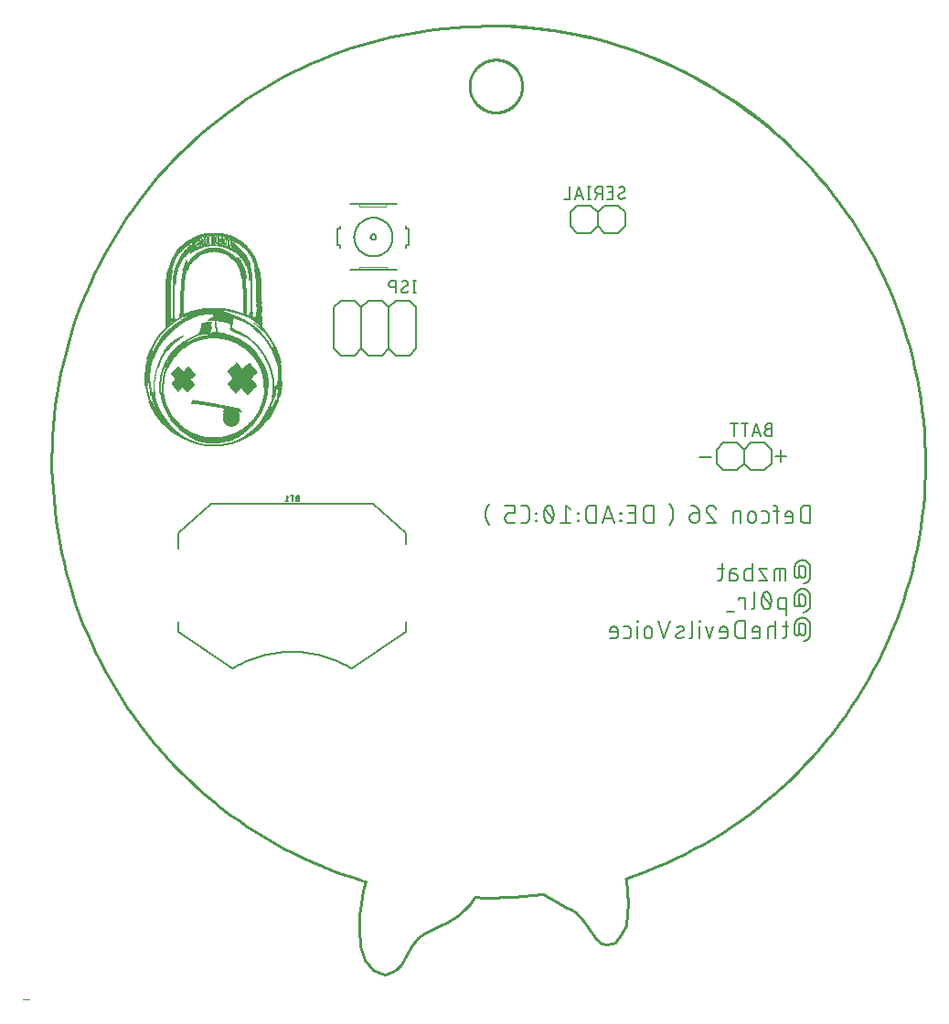
<source format=gbo>
G75*
%MOIN*%
%OFA0B0*%
%FSLAX25Y25*%
%IPPOS*%
%LPD*%
%AMOC8*
5,1,8,0,0,1.08239X$1,22.5*
%
%ADD10C,0.01000*%
%ADD11R,0.02535X0.00025*%
%ADD12R,0.03346X0.00025*%
%ADD13R,0.04159X0.00025*%
%ADD14R,0.04970X0.00025*%
%ADD15R,0.05536X0.00025*%
%ADD16R,0.05856X0.00025*%
%ADD17R,0.06176X0.00025*%
%ADD18R,0.06496X0.00025*%
%ADD19R,0.06816X0.00025*%
%ADD20R,0.07136X0.00025*%
%ADD21R,0.07431X0.00025*%
%ADD22R,0.07726X0.00025*%
%ADD23R,0.08022X0.00025*%
%ADD24R,0.08317X0.00025*%
%ADD25R,0.08588X0.00025*%
%ADD26R,0.02584X0.00025*%
%ADD27R,0.03199X0.00025*%
%ADD28R,0.02461X0.00025*%
%ADD29R,0.03150X0.00025*%
%ADD30R,0.02338X0.00025*%
%ADD31R,0.02904X0.00025*%
%ADD32R,0.02190X0.00025*%
%ADD33R,0.02682X0.00025*%
%ADD34R,0.01944X0.00025*%
%ADD35R,0.01919X0.00025*%
%ADD36R,0.02289X0.00025*%
%ADD37R,0.01821X0.00025*%
%ADD38R,0.02165X0.00025*%
%ADD39R,0.01722X0.00025*%
%ADD40R,0.02091X0.00025*%
%ADD41R,0.01599X0.00025*%
%ADD42R,0.01969X0.00025*%
%ADD43R,0.01575X0.00025*%
%ADD44R,0.01870X0.00025*%
%ADD45R,0.01747X0.00025*%
%ADD46R,0.01624X0.00025*%
%ADD47R,0.01648X0.00025*%
%ADD48R,0.01649X0.00025*%
%ADD49R,0.01476X0.00025*%
%ADD50R,0.01698X0.00025*%
%ADD51R,0.01600X0.00025*%
%ADD52R,0.01673X0.00025*%
%ADD53R,0.01550X0.00025*%
%ADD54R,0.01673X0.00025*%
%ADD55R,0.01526X0.00025*%
%ADD56R,0.01673X0.00025*%
%ADD57R,0.01526X0.00025*%
%ADD58R,0.01501X0.00025*%
%ADD59R,0.01526X0.00025*%
%ADD60R,0.01600X0.00025*%
%ADD61R,0.01452X0.00025*%
%ADD62R,0.01599X0.00025*%
%ADD63R,0.01501X0.00025*%
%ADD64R,0.01230X0.00025*%
%ADD65R,0.03863X0.00025*%
%ADD66R,0.01550X0.00025*%
%ADD67R,0.01402X0.00025*%
%ADD68R,0.04749X0.00025*%
%ADD69R,0.01501X0.00025*%
%ADD70R,0.04995X0.00025*%
%ADD71R,0.01550X0.00025*%
%ADD72R,0.05266X0.00025*%
%ADD73R,0.05561X0.00025*%
%ADD74R,0.05831X0.00025*%
%ADD75R,0.01452X0.00025*%
%ADD76R,0.01304X0.00025*%
%ADD77R,0.06102X0.00025*%
%ADD78R,0.01452X0.00025*%
%ADD79R,0.01378X0.00025*%
%ADD80R,0.06398X0.00025*%
%ADD81R,0.01427X0.00025*%
%ADD82R,0.06668X0.00025*%
%ADD83R,0.06963X0.00025*%
%ADD84R,0.07234X0.00025*%
%ADD85R,0.01403X0.00025*%
%ADD86R,0.01353X0.00025*%
%ADD87R,0.07480X0.00025*%
%ADD88R,0.07751X0.00025*%
%ADD89R,0.01402X0.00025*%
%ADD90R,0.07972X0.00025*%
%ADD91R,0.08219X0.00025*%
%ADD92R,0.08489X0.00025*%
%ADD93R,0.08735X0.00025*%
%ADD94R,0.08981X0.00025*%
%ADD95R,0.09227X0.00025*%
%ADD96R,0.09474X0.00025*%
%ADD97R,0.09719X0.00025*%
%ADD98R,0.09990X0.00025*%
%ADD99R,0.10236X0.00025*%
%ADD100R,0.10457X0.00025*%
%ADD101R,0.10728X0.00025*%
%ADD102R,0.10950X0.00025*%
%ADD103R,0.11147X0.00025*%
%ADD104R,0.11368X0.00025*%
%ADD105R,0.11565X0.00025*%
%ADD106R,0.11762X0.00025*%
%ADD107R,0.11959X0.00025*%
%ADD108R,0.12180X0.00025*%
%ADD109R,0.12328X0.00025*%
%ADD110R,0.12451X0.00025*%
%ADD111R,0.12549X0.00025*%
%ADD112R,0.12672X0.00025*%
%ADD113R,0.12795X0.00025*%
%ADD114R,0.12894X0.00025*%
%ADD115R,0.13041X0.00025*%
%ADD116R,0.13140X0.00025*%
%ADD117R,0.13263X0.00025*%
%ADD118R,0.13386X0.00025*%
%ADD119R,0.13484X0.00025*%
%ADD120R,0.13607X0.00025*%
%ADD121R,0.13755X0.00025*%
%ADD122R,0.13854X0.00025*%
%ADD123R,0.13952X0.00025*%
%ADD124R,0.14050X0.00025*%
%ADD125R,0.14149X0.00025*%
%ADD126R,0.14222X0.00025*%
%ADD127R,0.14321X0.00025*%
%ADD128R,0.14444X0.00025*%
%ADD129R,0.14542X0.00025*%
%ADD130R,0.14616X0.00025*%
%ADD131R,0.14715X0.00025*%
%ADD132R,0.14813X0.00025*%
%ADD133R,0.14911X0.00025*%
%ADD134R,0.14985X0.00025*%
%ADD135R,0.01550X0.00025*%
%ADD136R,0.15083X0.00025*%
%ADD137R,0.15182X0.00025*%
%ADD138R,0.15280X0.00025*%
%ADD139R,0.15354X0.00025*%
%ADD140R,0.15453X0.00025*%
%ADD141R,0.15551X0.00025*%
%ADD142R,0.15625X0.00025*%
%ADD143R,0.15723X0.00025*%
%ADD144R,0.15822X0.00025*%
%ADD145R,0.15920X0.00025*%
%ADD146R,0.15994X0.00025*%
%ADD147R,0.16093X0.00025*%
%ADD148R,0.16191X0.00025*%
%ADD149R,0.16289X0.00025*%
%ADD150R,0.01427X0.00025*%
%ADD151R,0.16363X0.00025*%
%ADD152R,0.01624X0.00025*%
%ADD153R,0.01452X0.00025*%
%ADD154R,0.16461X0.00025*%
%ADD155R,0.07111X0.00025*%
%ADD156R,0.06742X0.00025*%
%ADD157R,0.06250X0.00025*%
%ADD158R,0.06078X0.00025*%
%ADD159R,0.06152X0.00025*%
%ADD160R,0.01452X0.00025*%
%ADD161R,0.05980X0.00025*%
%ADD162R,0.06127X0.00025*%
%ADD163R,0.01476X0.00025*%
%ADD164R,0.05856X0.00025*%
%ADD165R,0.06078X0.00025*%
%ADD166R,0.01624X0.00025*%
%ADD167R,0.05782X0.00025*%
%ADD168R,0.06053X0.00025*%
%ADD169R,0.05659X0.00025*%
%ADD170R,0.06004X0.00025*%
%ADD171R,0.05979X0.00025*%
%ADD172R,0.01476X0.00025*%
%ADD173R,0.05438X0.00025*%
%ADD174R,0.05930X0.00025*%
%ADD175R,0.01649X0.00025*%
%ADD176R,0.01501X0.00025*%
%ADD177R,0.05339X0.00025*%
%ADD178R,0.01649X0.00025*%
%ADD179R,0.05217X0.00025*%
%ADD180R,0.05758X0.00025*%
%ADD181R,0.05094X0.00025*%
%ADD182R,0.05537X0.00025*%
%ADD183R,0.04872X0.00025*%
%ADD184R,0.05463X0.00025*%
%ADD185R,0.04749X0.00025*%
%ADD186R,0.05364X0.00025*%
%ADD187R,0.04724X0.00025*%
%ADD188R,0.04601X0.00025*%
%ADD189R,0.05167X0.00025*%
%ADD190R,0.04552X0.00025*%
%ADD191R,0.05044X0.00025*%
%ADD192R,0.04503X0.00025*%
%ADD193R,0.04995X0.00025*%
%ADD194R,0.04454X0.00025*%
%ADD195R,0.04946X0.00025*%
%ADD196R,0.04429X0.00025*%
%ADD197R,0.04921X0.00025*%
%ADD198R,0.04331X0.00025*%
%ADD199R,0.04847X0.00025*%
%ADD200R,0.04281X0.00025*%
%ADD201R,0.04823X0.00025*%
%ADD202R,0.04232X0.00025*%
%ADD203R,0.04774X0.00025*%
%ADD204R,0.04158X0.00025*%
%ADD205R,0.04724X0.00025*%
%ADD206R,0.04134X0.00025*%
%ADD207R,0.04700X0.00025*%
%ADD208R,0.04085X0.00025*%
%ADD209R,0.04651X0.00025*%
%ADD210R,0.04060X0.00025*%
%ADD211R,0.04602X0.00025*%
%ADD212R,0.04035X0.00025*%
%ADD213R,0.04011X0.00025*%
%ADD214R,0.04503X0.00025*%
%ADD215R,0.03962X0.00025*%
%ADD216R,0.04478X0.00025*%
%ADD217R,0.03937X0.00025*%
%ADD218R,0.03888X0.00025*%
%ADD219R,0.04404X0.00025*%
%ADD220R,0.04356X0.00025*%
%ADD221R,0.03839X0.00025*%
%ADD222R,0.04306X0.00025*%
%ADD223R,0.03814X0.00025*%
%ADD224R,0.03765X0.00025*%
%ADD225R,0.04208X0.00025*%
%ADD226R,0.03740X0.00025*%
%ADD227R,0.04183X0.00025*%
%ADD228R,0.03716X0.00025*%
%ADD229R,0.03691X0.00025*%
%ADD230R,0.04109X0.00025*%
%ADD231R,0.03642X0.00025*%
%ADD232R,0.03617X0.00025*%
%ADD233R,0.03568X0.00025*%
%ADD234R,0.03986X0.00025*%
%ADD235R,0.03519X0.00025*%
%ADD236R,0.03913X0.00025*%
%ADD237R,0.03494X0.00025*%
%ADD238R,0.03863X0.00025*%
%ADD239R,0.01698X0.00025*%
%ADD240R,0.03445X0.00025*%
%ADD241R,0.03420X0.00025*%
%ADD242R,0.03789X0.00025*%
%ADD243R,0.03371X0.00025*%
%ADD244R,0.03322X0.00025*%
%ADD245R,0.03667X0.00025*%
%ADD246R,0.03297X0.00025*%
%ADD247R,0.03248X0.00025*%
%ADD248R,0.03223X0.00025*%
%ADD249R,0.03543X0.00025*%
%ADD250R,0.03174X0.00025*%
%ADD251R,0.01747X0.00025*%
%ADD252R,0.03125X0.00025*%
%ADD253R,0.03100X0.00025*%
%ADD254R,0.03051X0.00025*%
%ADD255R,0.01772X0.00025*%
%ADD256R,0.03026X0.00025*%
%ADD257R,0.03002X0.00025*%
%ADD258R,0.02977X0.00025*%
%ADD259R,0.02953X0.00025*%
%ADD260R,0.02978X0.00025*%
%ADD261R,0.01796X0.00025*%
%ADD262R,0.02928X0.00025*%
%ADD263R,0.02879X0.00025*%
%ADD264R,0.02854X0.00025*%
%ADD265R,0.01796X0.00025*%
%ADD266R,0.02830X0.00025*%
%ADD267R,0.02805X0.00025*%
%ADD268R,0.02879X0.00025*%
%ADD269R,0.02781X0.00025*%
%ADD270R,0.02756X0.00025*%
%ADD271R,0.02731X0.00025*%
%ADD272R,0.01845X0.00025*%
%ADD273R,0.02830X0.00025*%
%ADD274R,0.02707X0.00025*%
%ADD275R,0.02657X0.00025*%
%ADD276R,0.01846X0.00025*%
%ADD277R,0.02633X0.00025*%
%ADD278R,0.02608X0.00025*%
%ADD279R,0.02583X0.00025*%
%ADD280R,0.02559X0.00025*%
%ADD281R,0.02682X0.00025*%
%ADD282R,0.01895X0.00025*%
%ADD283R,0.02534X0.00025*%
%ADD284R,0.02633X0.00025*%
%ADD285R,0.01894X0.00025*%
%ADD286R,0.02510X0.00025*%
%ADD287R,0.02485X0.00025*%
%ADD288R,0.02535X0.00025*%
%ADD289R,0.02485X0.00025*%
%ADD290R,0.02436X0.00025*%
%ADD291R,0.02436X0.00025*%
%ADD292R,0.02411X0.00025*%
%ADD293R,0.02387X0.00025*%
%ADD294R,0.02387X0.00025*%
%ADD295R,0.02362X0.00025*%
%ADD296R,0.01944X0.00025*%
%ADD297R,0.02337X0.00025*%
%ADD298R,0.02313X0.00025*%
%ADD299R,0.02288X0.00025*%
%ADD300R,0.02264X0.00025*%
%ADD301R,0.02239X0.00025*%
%ADD302R,0.02239X0.00025*%
%ADD303R,0.02215X0.00025*%
%ADD304R,0.02190X0.00025*%
%ADD305R,0.01993X0.00025*%
%ADD306R,0.01993X0.00025*%
%ADD307R,0.02141X0.00025*%
%ADD308R,0.02141X0.00025*%
%ADD309R,0.02018X0.00025*%
%ADD310R,0.02042X0.00025*%
%ADD311R,0.02043X0.00025*%
%ADD312R,0.02116X0.00025*%
%ADD313R,0.02092X0.00025*%
%ADD314R,0.02043X0.00025*%
%ADD315R,0.02091X0.00025*%
%ADD316R,0.02116X0.00025*%
%ADD317R,0.02018X0.00025*%
%ADD318R,0.02067X0.00025*%
%ADD319R,0.02092X0.00025*%
%ADD320R,0.02018X0.00025*%
%ADD321R,0.02067X0.00025*%
%ADD322R,0.02067X0.00025*%
%ADD323R,0.02092X0.00025*%
%ADD324R,0.01944X0.00025*%
%ADD325R,0.02091X0.00025*%
%ADD326R,0.02042X0.00025*%
%ADD327R,0.01944X0.00025*%
%ADD328R,0.00148X0.00025*%
%ADD329R,0.02042X0.00025*%
%ADD330R,0.00591X0.00025*%
%ADD331R,0.01894X0.00025*%
%ADD332R,0.02116X0.00025*%
%ADD333R,0.02043X0.00025*%
%ADD334R,0.00787X0.00025*%
%ADD335R,0.01895X0.00025*%
%ADD336R,0.01058X0.00025*%
%ADD337R,0.01181X0.00025*%
%ADD338R,0.02165X0.00025*%
%ADD339R,0.01993X0.00025*%
%ADD340R,0.01575X0.00025*%
%ADD341R,0.01870X0.00025*%
%ADD342R,0.02165X0.00025*%
%ADD343R,0.01993X0.00025*%
%ADD344R,0.01772X0.00025*%
%ADD345R,0.01870X0.00025*%
%ADD346R,0.02190X0.00025*%
%ADD347R,0.01969X0.00025*%
%ADD348R,0.02362X0.00025*%
%ADD349R,0.01846X0.00025*%
%ADD350R,0.02215X0.00025*%
%ADD351R,0.01969X0.00025*%
%ADD352R,0.02461X0.00025*%
%ADD353R,0.01845X0.00025*%
%ADD354R,0.02239X0.00025*%
%ADD355R,0.01944X0.00025*%
%ADD356R,0.02854X0.00025*%
%ADD357R,0.01821X0.00025*%
%ADD358R,0.02239X0.00025*%
%ADD359R,0.01944X0.00025*%
%ADD360R,0.02978X0.00025*%
%ADD361R,0.01821X0.00025*%
%ADD362R,0.03125X0.00025*%
%ADD363R,0.02289X0.00025*%
%ADD364R,0.03248X0.00025*%
%ADD365R,0.01796X0.00025*%
%ADD366R,0.02288X0.00025*%
%ADD367R,0.03322X0.00025*%
%ADD368R,0.01796X0.00025*%
%ADD369R,0.03396X0.00025*%
%ADD370R,0.02338X0.00025*%
%ADD371R,0.01895X0.00025*%
%ADD372R,0.03617X0.00025*%
%ADD373R,0.01796X0.00025*%
%ADD374R,0.02337X0.00025*%
%ADD375R,0.01894X0.00025*%
%ADD376R,0.03667X0.00025*%
%ADD377R,0.01796X0.00025*%
%ADD378R,0.03961X0.00025*%
%ADD379R,0.02362X0.00025*%
%ADD380R,0.04011X0.00025*%
%ADD381R,0.02337X0.00025*%
%ADD382R,0.01772X0.00025*%
%ADD383R,0.04281X0.00025*%
%ADD384R,0.04380X0.00025*%
%ADD385R,0.04454X0.00025*%
%ADD386R,0.01747X0.00025*%
%ADD387R,0.04478X0.00025*%
%ADD388R,0.02141X0.00025*%
%ADD389R,0.04528X0.00025*%
%ADD390R,0.02387X0.00025*%
%ADD391R,0.04650X0.00025*%
%ADD392R,0.01722X0.00025*%
%ADD393R,0.02141X0.00025*%
%ADD394R,0.02387X0.00025*%
%ADD395R,0.04700X0.00025*%
%ADD396R,0.01722X0.00025*%
%ADD397R,0.04749X0.00025*%
%ADD398R,0.04774X0.00025*%
%ADD399R,0.04798X0.00025*%
%ADD400R,0.04872X0.00025*%
%ADD401R,0.04946X0.00025*%
%ADD402R,0.05020X0.00025*%
%ADD403R,0.05044X0.00025*%
%ADD404R,0.05069X0.00025*%
%ADD405R,0.05118X0.00025*%
%ADD406R,0.05192X0.00025*%
%ADD407R,0.05241X0.00025*%
%ADD408R,0.05291X0.00025*%
%ADD409R,0.05315X0.00025*%
%ADD410R,0.05339X0.00025*%
%ADD411R,0.05364X0.00025*%
%ADD412R,0.05389X0.00025*%
%ADD413R,0.05413X0.00025*%
%ADD414R,0.05438X0.00025*%
%ADD415R,0.05463X0.00025*%
%ADD416R,0.05487X0.00025*%
%ADD417R,0.05585X0.00025*%
%ADD418R,0.05610X0.00025*%
%ADD419R,0.05635X0.00025*%
%ADD420R,0.05684X0.00025*%
%ADD421R,0.05709X0.00025*%
%ADD422R,0.05733X0.00025*%
%ADD423R,0.05807X0.00025*%
%ADD424R,0.02731X0.00025*%
%ADD425R,0.02780X0.00025*%
%ADD426R,0.00344X0.00025*%
%ADD427R,0.00295X0.00025*%
%ADD428R,0.00246X0.00025*%
%ADD429R,0.00221X0.00025*%
%ADD430R,0.05733X0.00025*%
%ADD431R,0.00197X0.00025*%
%ADD432R,0.00098X0.00025*%
%ADD433R,0.00049X0.00025*%
%ADD434R,0.00024X0.00025*%
%ADD435R,0.05635X0.00025*%
%ADD436R,0.01354X0.00025*%
%ADD437R,0.00394X0.00025*%
%ADD438R,0.00419X0.00025*%
%ADD439R,0.00468X0.00025*%
%ADD440R,0.00517X0.00025*%
%ADD441R,0.06472X0.00025*%
%ADD442R,0.06447X0.00025*%
%ADD443R,0.06373X0.00025*%
%ADD444R,0.06348X0.00025*%
%ADD445R,0.06324X0.00025*%
%ADD446R,0.06275X0.00025*%
%ADD447R,0.06225X0.00025*%
%ADD448R,0.06201X0.00025*%
%ADD449R,0.06127X0.00025*%
%ADD450R,0.06028X0.00025*%
%ADD451R,0.05955X0.00025*%
%ADD452R,0.05930X0.00025*%
%ADD453R,0.05881X0.00025*%
%ADD454R,0.01132X0.00025*%
%ADD455R,0.01107X0.00025*%
%ADD456R,0.05832X0.00025*%
%ADD457R,0.01083X0.00025*%
%ADD458R,0.01107X0.00025*%
%ADD459R,0.05783X0.00025*%
%ADD460R,0.05487X0.00025*%
%ADD461R,0.05389X0.00025*%
%ADD462R,0.01058X0.00025*%
%ADD463R,0.04995X0.00025*%
%ADD464R,0.04896X0.00025*%
%ADD465R,0.04848X0.00025*%
%ADD466R,0.04552X0.00025*%
%ADD467R,0.01033X0.00025*%
%ADD468R,0.04454X0.00025*%
%ADD469R,0.04577X0.00025*%
%ADD470R,0.04626X0.00025*%
%ADD471R,0.04650X0.00025*%
%ADD472R,0.04675X0.00025*%
%ADD473R,0.00984X0.00025*%
%ADD474R,0.04749X0.00025*%
%ADD475R,0.00935X0.00025*%
%ADD476R,0.00886X0.00025*%
%ADD477R,0.00861X0.00025*%
%ADD478R,0.01156X0.00025*%
%ADD479R,0.01329X0.00025*%
%ADD480R,0.00861X0.00025*%
%ADD481R,0.01157X0.00025*%
%ADD482R,0.04995X0.00025*%
%ADD483R,0.01304X0.00025*%
%ADD484R,0.01280X0.00025*%
%ADD485R,0.05143X0.00025*%
%ADD486R,0.00837X0.00025*%
%ADD487R,0.01255X0.00025*%
%ADD488R,0.01058X0.00025*%
%ADD489R,0.01157X0.00025*%
%ADD490R,0.05241X0.00025*%
%ADD491R,0.01280X0.00025*%
%ADD492R,0.00861X0.00025*%
%ADD493R,0.01058X0.00025*%
%ADD494R,0.01156X0.00025*%
%ADD495R,0.05266X0.00025*%
%ADD496R,0.01280X0.00025*%
%ADD497R,0.00837X0.00025*%
%ADD498R,0.01255X0.00025*%
%ADD499R,0.05290X0.00025*%
%ADD500R,0.00812X0.00025*%
%ADD501R,0.01255X0.00025*%
%ADD502R,0.05339X0.00025*%
%ADD503R,0.00837X0.00025*%
%ADD504R,0.01230X0.00025*%
%ADD505R,0.01058X0.00025*%
%ADD506R,0.05389X0.00025*%
%ADD507R,0.00812X0.00025*%
%ADD508R,0.01230X0.00025*%
%ADD509R,0.00812X0.00025*%
%ADD510R,0.05438X0.00025*%
%ADD511R,0.01206X0.00025*%
%ADD512R,0.01206X0.00025*%
%ADD513R,0.01058X0.00025*%
%ADD514R,0.01452X0.00025*%
%ADD515R,0.05487X0.00025*%
%ADD516R,0.01255X0.00025*%
%ADD517R,0.00787X0.00025*%
%ADD518R,0.01206X0.00025*%
%ADD519R,0.01181X0.00025*%
%ADD520R,0.05512X0.00025*%
%ADD521R,0.01206X0.00025*%
%ADD522R,0.00787X0.00025*%
%ADD523R,0.01181X0.00025*%
%ADD524R,0.05610X0.00025*%
%ADD525R,0.01255X0.00025*%
%ADD526R,0.00763X0.00025*%
%ADD527R,0.01083X0.00025*%
%ADD528R,0.05635X0.00025*%
%ADD529R,0.00763X0.00025*%
%ADD530R,0.01083X0.00025*%
%ADD531R,0.05758X0.00025*%
%ADD532R,0.05783X0.00025*%
%ADD533R,0.00763X0.00025*%
%ADD534R,0.05881X0.00025*%
%ADD535R,0.01206X0.00025*%
%ADD536R,0.05906X0.00025*%
%ADD537R,0.01156X0.00025*%
%ADD538R,0.00098X0.00025*%
%ADD539R,0.05930X0.00025*%
%ADD540R,0.01255X0.00025*%
%ADD541R,0.00320X0.00025*%
%ADD542R,0.00344X0.00025*%
%ADD543R,0.06029X0.00025*%
%ADD544R,0.00443X0.00025*%
%ADD545R,0.06053X0.00025*%
%ADD546R,0.01157X0.00025*%
%ADD547R,0.00541X0.00025*%
%ADD548R,0.00664X0.00025*%
%ADD549R,0.01033X0.00025*%
%ADD550R,0.00935X0.00025*%
%ADD551R,0.06102X0.00025*%
%ADD552R,0.01033X0.00025*%
%ADD553R,0.07160X0.00025*%
%ADD554R,0.07013X0.00025*%
%ADD555R,0.06865X0.00025*%
%ADD556R,0.06717X0.00025*%
%ADD557R,0.06570X0.00025*%
%ADD558R,0.06422X0.00025*%
%ADD559R,0.01132X0.00025*%
%ADD560R,0.06274X0.00025*%
%ADD561R,0.05831X0.00025*%
%ADD562R,0.01132X0.00025*%
%ADD563R,0.05684X0.00025*%
%ADD564R,0.01107X0.00025*%
%ADD565R,0.01009X0.00025*%
%ADD566R,0.01009X0.00025*%
%ADD567R,0.05020X0.00025*%
%ADD568R,0.04872X0.00025*%
%ADD569R,0.01304X0.00025*%
%ADD570R,0.00812X0.00025*%
%ADD571R,0.01009X0.00025*%
%ADD572R,0.04257X0.00025*%
%ADD573R,0.01304X0.00025*%
%ADD574R,0.01009X0.00025*%
%ADD575R,0.01427X0.00025*%
%ADD576R,0.04109X0.00025*%
%ADD577R,0.03494X0.00025*%
%ADD578R,0.00812X0.00025*%
%ADD579R,0.00984X0.00025*%
%ADD580R,0.03346X0.00025*%
%ADD581R,0.03027X0.00025*%
%ADD582R,0.00984X0.00025*%
%ADD583R,0.02682X0.00025*%
%ADD584R,0.02534X0.00025*%
%ADD585R,0.00959X0.00025*%
%ADD586R,0.00960X0.00025*%
%ADD587R,0.00960X0.00025*%
%ADD588R,0.01009X0.00025*%
%ADD589R,0.00959X0.00025*%
%ADD590R,0.00861X0.00025*%
%ADD591R,0.00689X0.00025*%
%ADD592R,0.00492X0.00025*%
%ADD593R,0.00270X0.00025*%
%ADD594R,0.01304X0.00025*%
%ADD595R,0.00935X0.00025*%
%ADD596R,0.01329X0.00025*%
%ADD597R,0.00861X0.00025*%
%ADD598R,0.00910X0.00025*%
%ADD599R,0.01329X0.00025*%
%ADD600R,0.00886X0.00025*%
%ADD601R,0.00911X0.00025*%
%ADD602R,0.01353X0.00025*%
%ADD603R,0.00910X0.00025*%
%ADD604R,0.00960X0.00025*%
%ADD605R,0.00911X0.00025*%
%ADD606R,0.01354X0.00025*%
%ADD607R,0.00911X0.00025*%
%ADD608R,0.01378X0.00025*%
%ADD609R,0.00910X0.00025*%
%ADD610R,0.01378X0.00025*%
%ADD611R,0.01403X0.00025*%
%ADD612R,0.01354X0.00025*%
%ADD613R,0.01501X0.00025*%
%ADD614R,0.01403X0.00025*%
%ADD615R,0.00959X0.00025*%
%ADD616R,0.00443X0.00025*%
%ADD617R,0.00566X0.00025*%
%ADD618R,0.00615X0.00025*%
%ADD619R,0.00714X0.00025*%
%ADD620R,0.00763X0.00025*%
%ADD621R,0.00320X0.00025*%
%ADD622R,0.00418X0.00025*%
%ADD623R,0.00467X0.00025*%
%ADD624R,0.00591X0.00025*%
%ADD625R,0.00369X0.00025*%
%ADD626R,0.00640X0.00025*%
%ADD627R,0.00713X0.00025*%
%ADD628R,0.00369X0.00025*%
%ADD629R,0.00517X0.00025*%
%ADD630R,0.02928X0.00025*%
%ADD631R,0.00738X0.00025*%
%ADD632R,0.03076X0.00025*%
%ADD633R,0.03174X0.00025*%
%ADD634R,0.03224X0.00025*%
%ADD635R,0.03272X0.00025*%
%ADD636R,0.03470X0.00025*%
%ADD637R,0.03593X0.00025*%
%ADD638R,0.03715X0.00025*%
%ADD639R,0.03076X0.00025*%
%ADD640R,0.04207X0.00025*%
%ADD641R,0.03273X0.00025*%
%ADD642R,0.04257X0.00025*%
%ADD643R,0.03322X0.00025*%
%ADD644R,0.03420X0.00025*%
%ADD645R,0.04503X0.00025*%
%ADD646R,0.08637X0.00025*%
%ADD647R,0.08686X0.00025*%
%ADD648R,0.08735X0.00025*%
%ADD649R,0.08785X0.00025*%
%ADD650R,0.08833X0.00025*%
%ADD651R,0.08883X0.00025*%
%ADD652R,0.08932X0.00025*%
%ADD653R,0.03469X0.00025*%
%ADD654R,0.08957X0.00025*%
%ADD655R,0.03519X0.00025*%
%ADD656R,0.09006X0.00025*%
%ADD657R,0.09055X0.00025*%
%ADD658R,0.09104X0.00025*%
%ADD659R,0.09154X0.00025*%
%ADD660R,0.09203X0.00025*%
%ADD661R,0.09252X0.00025*%
%ADD662R,0.09301X0.00025*%
%ADD663R,0.06914X0.00025*%
%ADD664R,0.09350X0.00025*%
%ADD665R,0.06964X0.00025*%
%ADD666R,0.09400X0.00025*%
%ADD667R,0.06988X0.00025*%
%ADD668R,0.09424X0.00025*%
%ADD669R,0.07037X0.00025*%
%ADD670R,0.09473X0.00025*%
%ADD671R,0.07087X0.00025*%
%ADD672R,0.09523X0.00025*%
%ADD673R,0.09572X0.00025*%
%ADD674R,0.07185X0.00025*%
%ADD675R,0.09621X0.00025*%
%ADD676R,0.07210X0.00025*%
%ADD677R,0.09670X0.00025*%
%ADD678R,0.09720X0.00025*%
%ADD679R,0.07283X0.00025*%
%ADD680R,0.09769X0.00025*%
%ADD681R,0.07333X0.00025*%
%ADD682R,0.09818X0.00025*%
%ADD683R,0.07382X0.00025*%
%ADD684R,0.09867X0.00025*%
%ADD685R,0.07407X0.00025*%
%ADD686R,0.09941X0.00025*%
%ADD687R,0.07456X0.00025*%
%ADD688R,0.09965X0.00025*%
%ADD689R,0.07505X0.00025*%
%ADD690R,0.07554X0.00025*%
%ADD691R,0.10039X0.00025*%
%ADD692R,0.07604X0.00025*%
%ADD693R,0.10089X0.00025*%
%ADD694R,0.07628X0.00025*%
%ADD695R,0.10138X0.00025*%
%ADD696R,0.07677X0.00025*%
%ADD697R,0.10162X0.00025*%
%ADD698R,0.10187X0.00025*%
%ADD699R,0.00615X0.00025*%
%ADD700R,0.07776X0.00025*%
%ADD701R,0.10211X0.00025*%
%ADD702R,0.07825X0.00025*%
%ADD703R,0.07850X0.00025*%
%ADD704R,0.10212X0.00025*%
%ADD705R,0.07898X0.00025*%
%ADD706R,0.07948X0.00025*%
%ADD707R,0.07997X0.00025*%
%ADD708R,0.08046X0.00025*%
%ADD709R,0.08071X0.00025*%
%ADD710R,0.08096X0.00025*%
%ADD711R,0.08120X0.00025*%
%ADD712R,0.10261X0.00025*%
%ADD713R,0.10163X0.00025*%
%ADD714R,0.08095X0.00025*%
%ADD715R,0.10064X0.00025*%
%ADD716R,0.09892X0.00025*%
%ADD717R,0.09867X0.00025*%
%ADD718R,0.08046X0.00025*%
%ADD719R,0.09818X0.00025*%
%ADD720R,0.09793X0.00025*%
%ADD721R,0.09670X0.00025*%
%ADD722R,0.09646X0.00025*%
%ADD723R,0.09596X0.00025*%
%ADD724R,0.07800X0.00025*%
%ADD725R,0.09547X0.00025*%
%ADD726R,0.07751X0.00025*%
%ADD727R,0.09498X0.00025*%
%ADD728R,0.07702X0.00025*%
%ADD729R,0.09449X0.00025*%
%ADD730R,0.07579X0.00025*%
%ADD731R,0.09178X0.00025*%
%ADD732R,0.07357X0.00025*%
%ADD733R,0.09129X0.00025*%
%ADD734R,0.07308X0.00025*%
%ADD735R,0.09080X0.00025*%
%ADD736R,0.07259X0.00025*%
%ADD737R,0.09030X0.00025*%
%ADD738R,0.08907X0.00025*%
%ADD739R,0.08858X0.00025*%
%ADD740R,0.08809X0.00025*%
%ADD741R,0.08760X0.00025*%
%ADD742R,0.06939X0.00025*%
%ADD743R,0.08711X0.00025*%
%ADD744R,0.06890X0.00025*%
%ADD745R,0.08661X0.00025*%
%ADD746R,0.06841X0.00025*%
%ADD747R,0.08612X0.00025*%
%ADD748R,0.06767X0.00025*%
%ADD749R,0.08563X0.00025*%
%ADD750R,0.08514X0.00025*%
%ADD751R,0.06693X0.00025*%
%ADD752R,0.08465X0.00025*%
%ADD753R,0.06644X0.00025*%
%ADD754R,0.08440X0.00025*%
%ADD755R,0.06594X0.00025*%
%ADD756R,0.08391X0.00025*%
%ADD757R,0.06545X0.00025*%
%ADD758R,0.08341X0.00025*%
%ADD759R,0.08268X0.00025*%
%ADD760R,0.08169X0.00025*%
%ADD761R,0.06299X0.00025*%
%ADD762R,0.06226X0.00025*%
%ADD763R,0.00566X0.00025*%
%ADD764R,0.00271X0.00025*%
%ADD765R,0.06127X0.00025*%
%ADD766R,0.07923X0.00025*%
%ADD767R,0.06078X0.00025*%
%ADD768R,0.07874X0.00025*%
%ADD769R,0.05906X0.00025*%
%ADD770R,0.07702X0.00025*%
%ADD771R,0.07652X0.00025*%
%ADD772R,0.05684X0.00025*%
%ADD773R,0.07530X0.00025*%
%ADD774R,0.05586X0.00025*%
%ADD775R,0.07013X0.00025*%
%ADD776R,0.06791X0.00025*%
%ADD777R,0.05512X0.00025*%
%ADD778R,0.00665X0.00025*%
%ADD779R,0.06718X0.00025*%
%ADD780R,0.06767X0.00025*%
%ADD781R,0.06816X0.00025*%
%ADD782R,0.06324X0.00025*%
%ADD783R,0.06422X0.00025*%
%ADD784R,0.06520X0.00025*%
%ADD785R,0.07111X0.00025*%
%ADD786R,0.07160X0.00025*%
%ADD787R,0.08145X0.00025*%
%ADD788R,0.08194X0.00025*%
%ADD789R,0.08243X0.00025*%
%ADD790R,0.08292X0.00025*%
%ADD791R,0.08366X0.00025*%
%ADD792R,0.08415X0.00025*%
%ADD793R,0.08587X0.00025*%
%ADD794R,0.08637X0.00025*%
%ADD795R,0.08686X0.00025*%
%ADD796R,0.08784X0.00025*%
%ADD797R,0.08834X0.00025*%
%ADD798R,0.08883X0.00025*%
%ADD799R,0.08932X0.00025*%
%ADD800R,0.09031X0.00025*%
%ADD801R,0.08539X0.00025*%
%ADD802R,0.09522X0.00025*%
%ADD803R,0.09572X0.00025*%
%ADD804R,0.09621X0.00025*%
%ADD805R,0.09769X0.00025*%
%ADD806R,0.09843X0.00025*%
%ADD807R,0.08293X0.00025*%
%ADD808R,0.09966X0.00025*%
%ADD809R,0.10015X0.00025*%
%ADD810R,0.10064X0.00025*%
%ADD811R,0.10113X0.00025*%
%ADD812R,0.10261X0.00025*%
%ADD813R,0.10310X0.00025*%
%ADD814R,0.10359X0.00025*%
%ADD815R,0.10408X0.00025*%
%ADD816R,0.10433X0.00025*%
%ADD817R,0.10482X0.00025*%
%ADD818R,0.10531X0.00025*%
%ADD819R,0.07653X0.00025*%
%ADD820R,0.10556X0.00025*%
%ADD821R,0.07603X0.00025*%
%ADD822R,0.10605X0.00025*%
%ADD823R,0.10630X0.00025*%
%ADD824R,0.10654X0.00025*%
%ADD825R,0.10679X0.00025*%
%ADD826R,0.10704X0.00025*%
%ADD827R,0.10704X0.00025*%
%ADD828R,0.10384X0.00025*%
%ADD829R,0.10335X0.00025*%
%ADD830R,0.10285X0.00025*%
%ADD831R,0.10113X0.00025*%
%ADD832R,0.10015X0.00025*%
%ADD833R,0.09917X0.00025*%
%ADD834R,0.09744X0.00025*%
%ADD835R,0.09695X0.00025*%
%ADD836R,0.09424X0.00025*%
%ADD837R,0.09375X0.00025*%
%ADD838R,0.09326X0.00025*%
%ADD839R,0.09277X0.00025*%
%ADD840R,0.04700X0.00025*%
%ADD841R,0.04355X0.00025*%
%ADD842R,0.04306X0.00025*%
%ADD843R,0.04257X0.00025*%
%ADD844R,0.04158X0.00025*%
%ADD845R,0.04232X0.00025*%
%ADD846R,0.03765X0.00025*%
%ADD847R,0.03371X0.00025*%
%ADD848R,0.02215X0.00025*%
%ADD849R,0.00492X0.00025*%
%ADD850R,0.00517X0.00025*%
%ADD851R,0.00615X0.00025*%
%ADD852R,0.01648X0.00025*%
%ADD853R,0.00492X0.00025*%
%ADD854R,0.00517X0.00025*%
%ADD855R,0.00591X0.00025*%
%ADD856R,0.01648X0.00025*%
%ADD857R,0.00566X0.00025*%
%ADD858R,0.00615X0.00025*%
%ADD859R,0.00541X0.00025*%
%ADD860R,0.00615X0.00025*%
%ADD861R,0.01107X0.00025*%
%ADD862R,0.02239X0.00025*%
%ADD863R,0.00517X0.00025*%
%ADD864R,0.00566X0.00025*%
%ADD865R,0.01107X0.00025*%
%ADD866R,0.00615X0.00025*%
%ADD867R,0.02239X0.00025*%
%ADD868R,0.00566X0.00025*%
%ADD869R,0.02264X0.00025*%
%ADD870R,0.02264X0.00025*%
%ADD871R,0.00640X0.00025*%
%ADD872R,0.01698X0.00025*%
%ADD873R,0.00640X0.00025*%
%ADD874R,0.01698X0.00025*%
%ADD875R,0.00664X0.00025*%
%ADD876R,0.00689X0.00025*%
%ADD877R,0.00689X0.00025*%
%ADD878R,0.01747X0.00025*%
%ADD879R,0.00714X0.00025*%
%ADD880R,0.01747X0.00025*%
%ADD881R,0.02289X0.00025*%
%ADD882R,0.00738X0.00025*%
%ADD883R,0.01304X0.00025*%
%ADD884R,0.00738X0.00025*%
%ADD885R,0.00763X0.00025*%
%ADD886R,0.02313X0.00025*%
%ADD887R,0.00763X0.00025*%
%ADD888R,0.01747X0.00025*%
%ADD889R,0.02141X0.00025*%
%ADD890R,0.00861X0.00025*%
%ADD891R,0.02387X0.00025*%
%ADD892R,0.02411X0.00025*%
%ADD893R,0.02141X0.00025*%
%ADD894R,0.02411X0.00025*%
%ADD895R,0.00886X0.00025*%
%ADD896R,0.02461X0.00025*%
%ADD897R,0.01845X0.00025*%
%ADD898R,0.02313X0.00025*%
%ADD899R,0.02485X0.00025*%
%ADD900R,0.02510X0.00025*%
%ADD901R,0.01919X0.00025*%
%ADD902R,0.01919X0.00025*%
%ADD903R,0.02510X0.00025*%
%ADD904R,0.02190X0.00025*%
%ADD905R,0.02534X0.00025*%
%ADD906R,0.02190X0.00025*%
%ADD907R,0.02559X0.00025*%
%ADD908R,0.02559X0.00025*%
%ADD909R,0.02436X0.00025*%
%ADD910R,0.00665X0.00025*%
%ADD911R,0.02584X0.00025*%
%ADD912R,0.02436X0.00025*%
%ADD913R,0.02584X0.00025*%
%ADD914R,0.00664X0.00025*%
%ADD915R,0.02485X0.00025*%
%ADD916R,0.02608X0.00025*%
%ADD917R,0.02633X0.00025*%
%ADD918R,0.00665X0.00025*%
%ADD919R,0.02633X0.00025*%
%ADD920R,0.02608X0.00025*%
%ADD921R,0.02657X0.00025*%
%ADD922R,0.02387X0.00025*%
%ADD923R,0.02657X0.00025*%
%ADD924R,0.02682X0.00025*%
%ADD925R,0.02682X0.00025*%
%ADD926R,0.02633X0.00025*%
%ADD927R,0.02436X0.00025*%
%ADD928R,0.02633X0.00025*%
%ADD929R,0.02436X0.00025*%
%ADD930R,0.02707X0.00025*%
%ADD931R,0.02707X0.00025*%
%ADD932R,0.02535X0.00025*%
%ADD933R,0.01009X0.00025*%
%ADD934R,0.02731X0.00025*%
%ADD935R,0.02731X0.00025*%
%ADD936R,0.01402X0.00025*%
%ADD937R,0.02731X0.00025*%
%ADD938R,0.02731X0.00025*%
%ADD939R,0.02780X0.00025*%
%ADD940R,0.02756X0.00025*%
%ADD941R,0.01107X0.00025*%
%ADD942R,0.02781X0.00025*%
%ADD943R,0.02805X0.00025*%
%ADD944R,0.02854X0.00025*%
%ADD945R,0.02928X0.00025*%
%ADD946R,0.02756X0.00025*%
%ADD947R,0.02928X0.00025*%
%ADD948R,0.02953X0.00025*%
%ADD949R,0.02977X0.00025*%
%ADD950R,0.00713X0.00025*%
%ADD951R,0.03002X0.00025*%
%ADD952R,0.03027X0.00025*%
%ADD953R,0.03026X0.00025*%
%ADD954R,0.02904X0.00025*%
%ADD955R,0.00713X0.00025*%
%ADD956R,0.00714X0.00025*%
%ADD957R,0.03076X0.00025*%
%ADD958R,0.02977X0.00025*%
%ADD959R,0.03051X0.00025*%
%ADD960R,0.03002X0.00025*%
%ADD961R,0.03100X0.00025*%
%ADD962R,0.01501X0.00025*%
%ADD963R,0.03125X0.00025*%
%ADD964R,0.03027X0.00025*%
%ADD965R,0.03125X0.00025*%
%ADD966R,0.03150X0.00025*%
%ADD967R,0.03174X0.00025*%
%ADD968R,0.03076X0.00025*%
%ADD969R,0.03174X0.00025*%
%ADD970R,0.03100X0.00025*%
%ADD971R,0.03174X0.00025*%
%ADD972R,0.01550X0.00025*%
%ADD973R,0.03199X0.00025*%
%ADD974R,0.03199X0.00025*%
%ADD975R,0.03150X0.00025*%
%ADD976R,0.03568X0.00025*%
%ADD977R,0.03666X0.00025*%
%ADD978R,0.03814X0.00025*%
%ADD979R,0.04897X0.00025*%
%ADD980R,0.05093X0.00025*%
%ADD981R,0.05980X0.00025*%
%ADD982R,0.04060X0.00025*%
%ADD983R,0.04109X0.00025*%
%ADD984R,0.06373X0.00025*%
%ADD985R,0.06669X0.00025*%
%ADD986R,0.14469X0.00025*%
%ADD987R,0.14370X0.00025*%
%ADD988R,0.14247X0.00025*%
%ADD989R,0.14124X0.00025*%
%ADD990R,0.14001X0.00025*%
%ADD991R,0.13903X0.00025*%
%ADD992R,0.13755X0.00025*%
%ADD993R,0.13656X0.00025*%
%ADD994R,0.13533X0.00025*%
%ADD995R,0.13263X0.00025*%
%ADD996R,0.12992X0.00025*%
%ADD997R,0.12770X0.00025*%
%ADD998R,0.12623X0.00025*%
%ADD999R,0.12500X0.00025*%
%ADD1000R,0.12377X0.00025*%
%ADD1001R,0.12205X0.00025*%
%ADD1002R,0.12008X0.00025*%
%ADD1003R,0.11811X0.00025*%
%ADD1004R,0.11639X0.00025*%
%ADD1005R,0.11442X0.00025*%
%ADD1006R,0.11245X0.00025*%
%ADD1007R,0.11048X0.00025*%
%ADD1008R,0.10852X0.00025*%
%ADD1009R,0.07948X0.00025*%
%ADD1010R,0.07456X0.00025*%
%ADD1011R,0.06865X0.00025*%
%ADD1012R,0.06619X0.00025*%
%ADD1013R,0.05930X0.00025*%
%ADD1014R,0.09276X0.00025*%
%ADD1015R,0.09178X0.00025*%
%ADD1016R,0.08538X0.00025*%
%ADD1017R,0.04011X0.00025*%
%ADD1018R,0.03961X0.00025*%
%ADD1019R,0.03912X0.00025*%
%ADD1020R,0.00222X0.00025*%
%ADD1021R,0.00172X0.00025*%
%ADD1022R,0.00123X0.00025*%
%ADD1023R,0.00123X0.00025*%
%ADD1024R,0.00025X0.00025*%
%ADD1025R,0.04798X0.00025*%
%ADD1026R,0.09080X0.00025*%
%ADD1027R,0.08981X0.00025*%
%ADD1028R,0.03617X0.00025*%
%ADD1029R,0.08194X0.00025*%
%ADD1030R,0.08144X0.00025*%
%ADD1031R,0.08342X0.00025*%
%ADD1032R,0.06915X0.00025*%
%ADD1033R,0.07554X0.00025*%
%ADD1034R,0.07062X0.00025*%
%ADD1035R,0.08489X0.00025*%
%ADD1036R,0.06570X0.00025*%
%ADD1037R,0.16560X0.00025*%
%ADD1038R,0.16437X0.00025*%
%ADD1039R,0.16339X0.00025*%
%ADD1040R,0.15969X0.00025*%
%ADD1041R,0.15871X0.00025*%
%ADD1042R,0.15748X0.00025*%
%ADD1043R,0.15650X0.00025*%
%ADD1044R,0.15526X0.00025*%
%ADD1045R,0.15428X0.00025*%
%ADD1046R,0.15330X0.00025*%
%ADD1047R,0.15231X0.00025*%
%ADD1048R,0.15108X0.00025*%
%ADD1049R,0.14985X0.00025*%
%ADD1050R,0.14887X0.00025*%
%ADD1051R,0.14764X0.00025*%
%ADD1052R,0.14665X0.00025*%
%ADD1053R,0.14567X0.00025*%
%ADD1054R,0.14419X0.00025*%
%ADD1055R,0.14346X0.00025*%
%ADD1056R,0.14198X0.00025*%
%ADD1057R,0.14099X0.00025*%
%ADD1058R,0.13804X0.00025*%
%ADD1059R,0.13681X0.00025*%
%ADD1060R,0.13558X0.00025*%
%ADD1061R,0.13435X0.00025*%
%ADD1062R,0.13287X0.00025*%
%ADD1063R,0.12943X0.00025*%
%ADD1064R,0.12746X0.00025*%
%ADD1065R,0.12598X0.00025*%
%ADD1066R,0.12426X0.00025*%
%ADD1067R,0.12254X0.00025*%
%ADD1068R,0.12057X0.00025*%
%ADD1069R,0.11860X0.00025*%
%ADD1070R,0.11688X0.00025*%
%ADD1071R,0.11491X0.00025*%
%ADD1072R,0.11319X0.00025*%
%ADD1073R,0.11122X0.00025*%
%ADD1074R,0.10925X0.00025*%
%ADD1075R,0.09129X0.00025*%
%ADD1076R,0.08440X0.00025*%
%ADD1077R,0.12230X0.00025*%
%ADD1078R,0.12033X0.00025*%
%ADD1079R,0.11614X0.00025*%
%ADD1080R,0.11393X0.00025*%
%ADD1081R,0.11196X0.00025*%
%ADD1082R,0.10974X0.00025*%
%ADD1083R,0.10507X0.00025*%
%ADD1084R,0.09326X0.00025*%
%ADD1085R,0.01846X0.00025*%
%ADD1086R,0.01550X0.00025*%
%ADD1087R,0.01575X0.00025*%
%ADD1088R,0.01599X0.00025*%
%ADD1089R,0.01600X0.00025*%
%ADD1090R,0.01698X0.00025*%
%ADD1091R,0.01698X0.00025*%
%ADD1092R,0.01206X0.00025*%
%ADD1093R,0.01353X0.00025*%
%ADD1094R,0.01993X0.00025*%
%ADD1095R,0.02338X0.00025*%
%ADD1096R,0.02190X0.00025*%
%ADD1097R,0.01993X0.00025*%
%ADD1098R,0.00541X0.00025*%
%ADD1099R,0.00468X0.00025*%
%ADD1100R,0.00419X0.00025*%
%ADD1101R,0.02288X0.00025*%
%ADD1102R,0.00394X0.00025*%
%ADD1103R,0.00344X0.00025*%
%ADD1104R,0.00246X0.00025*%
%ADD1105R,0.00246X0.00025*%
%ADD1106R,0.00197X0.00025*%
%ADD1107R,0.00172X0.00025*%
%ADD1108R,0.00172X0.00025*%
%ADD1109R,0.00123X0.00025*%
%ADD1110R,0.00074X0.00025*%
%ADD1111R,0.00049X0.00025*%
%ADD1112R,0.00049X0.00025*%
%ADD1113R,0.00467X0.00025*%
%ADD1114R,0.00394X0.00025*%
%ADD1115R,0.00369X0.00025*%
%ADD1116R,0.00271X0.00025*%
%ADD1117R,0.00123X0.00025*%
%ADD1118R,0.00074X0.00025*%
%ADD1119R,0.02485X0.00025*%
%ADD1120R,0.02485X0.00025*%
%ADD1121R,0.02583X0.00025*%
%ADD1122R,0.02805X0.00025*%
%ADD1123R,0.00074X0.00025*%
%ADD1124R,0.02879X0.00025*%
%ADD1125R,0.02830X0.00025*%
%ADD1126R,0.02879X0.00025*%
%ADD1127R,0.00222X0.00025*%
%ADD1128R,0.02928X0.00025*%
%ADD1129R,0.00271X0.00025*%
%ADD1130R,0.03026X0.00025*%
%ADD1131R,0.02928X0.00025*%
%ADD1132R,0.00320X0.00025*%
%ADD1133R,0.03297X0.00025*%
%ADD1134R,0.03346X0.00025*%
%ADD1135R,0.02978X0.00025*%
%ADD1136R,0.03322X0.00025*%
%ADD1137R,0.03396X0.00025*%
%ADD1138R,0.00443X0.00025*%
%ADD1139R,0.03593X0.00025*%
%ADD1140R,0.03715X0.00025*%
%ADD1141R,0.03740X0.00025*%
%ADD1142R,0.04281X0.00025*%
%ADD1143R,0.04405X0.00025*%
%ADD1144R,0.04528X0.00025*%
%ADD1145R,0.09449X0.00025*%
%ADD1146R,0.03273X0.00025*%
%ADD1147R,0.09350X0.00025*%
%ADD1148R,0.03297X0.00025*%
%ADD1149R,0.03420X0.00025*%
%ADD1150R,0.08957X0.00025*%
%ADD1151R,0.03396X0.00025*%
%ADD1152R,0.03420X0.00025*%
%ADD1153R,0.08858X0.00025*%
%ADD1154R,0.03420X0.00025*%
%ADD1155R,0.03543X0.00025*%
%ADD1156R,0.08415X0.00025*%
%ADD1157R,0.03519X0.00025*%
%ADD1158R,0.03543X0.00025*%
%ADD1159R,0.08292X0.00025*%
%ADD1160R,0.03691X0.00025*%
%ADD1161R,0.07850X0.00025*%
%ADD1162R,0.03642X0.00025*%
%ADD1163R,0.03716X0.00025*%
%ADD1164R,0.07751X0.00025*%
%ADD1165R,0.03839X0.00025*%
%ADD1166R,0.07308X0.00025*%
%ADD1167R,0.03765X0.00025*%
%ADD1168R,0.03863X0.00025*%
%ADD1169R,0.07210X0.00025*%
%ADD1170R,0.03789X0.00025*%
%ADD1171R,0.03986X0.00025*%
%ADD1172R,0.06718X0.00025*%
%ADD1173R,0.03888X0.00025*%
%ADD1174R,0.06570X0.00025*%
%ADD1175R,0.03912X0.00025*%
%ADD1176R,0.04183X0.00025*%
%ADD1177R,0.06028X0.00025*%
%ADD1178R,0.04035X0.00025*%
%ADD1179R,0.04207X0.00025*%
%ADD1180R,0.04060X0.00025*%
%ADD1181R,0.04380X0.00025*%
%ADD1182R,0.05291X0.00025*%
%ADD1183R,0.04405X0.00025*%
%ADD1184R,0.05093X0.00025*%
%ADD1185R,0.04232X0.00025*%
%ADD1186R,0.04454X0.00025*%
%ADD1187R,0.04577X0.00025*%
%ADD1188R,0.04109X0.00025*%
%ADD1189R,0.04331X0.00025*%
%ADD1190R,0.04601X0.00025*%
%ADD1191R,0.03839X0.00025*%
%ADD1192R,0.04380X0.00025*%
%ADD1193R,0.04798X0.00025*%
%ADD1194R,0.04946X0.00025*%
%ADD1195R,0.02904X0.00025*%
%ADD1196R,0.05118X0.00025*%
%ADD1197R,0.05167X0.00025*%
%ADD1198R,0.00123X0.00025*%
%ADD1199R,0.00419X0.00025*%
%ADD1200R,0.02953X0.00025*%
%ADD1201R,0.00320X0.00025*%
%ADD1202R,0.00221X0.00025*%
%ADD1203R,0.00270X0.00025*%
%ADD1204R,0.00320X0.00025*%
%ADD1205R,0.00369X0.00025*%
%ADD1206R,0.00221X0.00025*%
%ADD1207R,0.04085X0.00025*%
%ADD1208R,0.00295X0.00025*%
%ADD1209R,0.00320X0.00025*%
%ADD1210R,0.00369X0.00025*%
%ADD1211R,0.03272X0.00025*%
%ADD1212R,0.00418X0.00025*%
%ADD1213R,0.00024X0.00025*%
%ADD1214R,0.00222X0.00025*%
%ADD1215R,0.00418X0.00025*%
%ADD1216R,0.00270X0.00025*%
%ADD1217R,0.00369X0.00025*%
%ADD1218R,0.00467X0.00025*%
%ADD1219R,0.00566X0.00025*%
%ADD1220R,0.00197X0.00025*%
%ADD1221R,0.00172X0.00025*%
%ADD1222R,0.00295X0.00025*%
%ADD1223R,0.00517X0.00025*%
%ADD1224R,0.04060X0.00025*%
%ADD1225R,0.00468X0.00025*%
%ADD1226R,0.04035X0.00025*%
%ADD1227R,0.03937X0.00025*%
%ADD1228R,0.03765X0.00025*%
%ADD1229R,0.02682X0.00025*%
%ADD1230R,0.03716X0.00025*%
%ADD1231R,0.10851X0.00025*%
%ADD1232R,0.10581X0.00025*%
%ADD1233C,0.00000*%
%ADD1234C,0.00600*%
%ADD1235C,0.00500*%
%ADD1236C,0.00800*%
%ADD1237C,0.00200*%
D10*
X0128781Y0013704D02*
X0125829Y0017395D01*
X0124106Y0022562D01*
X0123614Y0028714D01*
X0123860Y0033635D01*
X0124352Y0038064D01*
X0125090Y0042739D01*
X0126075Y0046184D01*
X0125336Y0046184D01*
X0145268Y0025269D02*
X0147482Y0026991D01*
X0149943Y0028468D01*
X0153388Y0030190D01*
X0155848Y0031174D01*
X0159293Y0033389D01*
X0162246Y0035604D01*
X0164214Y0037818D01*
X0165445Y0039787D01*
X0145268Y0025269D02*
X0142807Y0022316D01*
X0141085Y0019363D01*
X0139116Y0015919D01*
X0137394Y0014196D01*
X0135671Y0012966D01*
X0133210Y0012228D01*
X0130996Y0012720D01*
X0128781Y0013704D01*
X0190789Y0041263D02*
X0193004Y0040033D01*
X0195957Y0038310D01*
X0198663Y0036834D01*
X0201124Y0035604D01*
X0202846Y0034619D01*
X0205553Y0031913D01*
X0207029Y0029452D01*
X0209982Y0025023D01*
X0211951Y0023546D01*
X0213673Y0023054D01*
X0216134Y0023546D01*
X0217118Y0023793D01*
X0219579Y0026991D01*
X0221055Y0030190D01*
X0221547Y0034373D01*
X0221793Y0038064D01*
X0221547Y0042247D01*
X0221055Y0047169D01*
X0274943Y0319560D02*
X0272010Y0322021D01*
X0269019Y0324411D01*
X0265972Y0326729D01*
X0262869Y0328973D01*
X0259715Y0331142D01*
X0256509Y0333235D01*
X0253253Y0335251D01*
X0249951Y0337188D01*
X0246603Y0339045D01*
X0243211Y0340822D01*
X0239778Y0342517D01*
X0236306Y0344129D01*
X0232795Y0345657D01*
X0229250Y0347102D01*
X0225670Y0348460D01*
X0222059Y0349733D01*
X0218419Y0350919D01*
X0214751Y0352017D01*
X0211058Y0353027D01*
X0207342Y0353949D01*
X0203605Y0354781D01*
X0199849Y0355523D01*
X0196076Y0356176D01*
X0192289Y0356737D01*
X0188489Y0357208D01*
X0184679Y0357588D01*
X0180862Y0357877D01*
X0177038Y0358073D01*
X0173211Y0358179D01*
X0169382Y0358192D01*
X0163956Y0336046D02*
X0163959Y0336282D01*
X0163968Y0336517D01*
X0163982Y0336753D01*
X0164002Y0336988D01*
X0164028Y0337222D01*
X0164060Y0337456D01*
X0164097Y0337689D01*
X0164141Y0337921D01*
X0164189Y0338151D01*
X0164244Y0338381D01*
X0164304Y0338609D01*
X0164370Y0338835D01*
X0164441Y0339060D01*
X0164518Y0339283D01*
X0164600Y0339504D01*
X0164687Y0339723D01*
X0164780Y0339940D01*
X0164879Y0340154D01*
X0164982Y0340366D01*
X0165091Y0340576D01*
X0165204Y0340782D01*
X0165323Y0340986D01*
X0165447Y0341187D01*
X0165575Y0341384D01*
X0165709Y0341579D01*
X0165847Y0341770D01*
X0165990Y0341958D01*
X0166137Y0342142D01*
X0166289Y0342322D01*
X0166445Y0342499D01*
X0166606Y0342672D01*
X0166770Y0342841D01*
X0166939Y0343005D01*
X0167112Y0343166D01*
X0167289Y0343322D01*
X0167469Y0343474D01*
X0167653Y0343621D01*
X0167841Y0343764D01*
X0168032Y0343902D01*
X0168227Y0344036D01*
X0168424Y0344164D01*
X0168625Y0344288D01*
X0168829Y0344407D01*
X0169035Y0344520D01*
X0169245Y0344629D01*
X0169457Y0344732D01*
X0169671Y0344831D01*
X0169888Y0344924D01*
X0170107Y0345011D01*
X0170328Y0345093D01*
X0170551Y0345170D01*
X0170776Y0345241D01*
X0171002Y0345307D01*
X0171230Y0345367D01*
X0171460Y0345422D01*
X0171690Y0345470D01*
X0171922Y0345514D01*
X0172155Y0345551D01*
X0172389Y0345583D01*
X0172623Y0345609D01*
X0172858Y0345629D01*
X0173094Y0345643D01*
X0173329Y0345652D01*
X0173565Y0345655D01*
X0173801Y0345652D01*
X0174036Y0345643D01*
X0174272Y0345629D01*
X0174507Y0345609D01*
X0174741Y0345583D01*
X0174975Y0345551D01*
X0175208Y0345514D01*
X0175440Y0345470D01*
X0175670Y0345422D01*
X0175900Y0345367D01*
X0176128Y0345307D01*
X0176354Y0345241D01*
X0176579Y0345170D01*
X0176802Y0345093D01*
X0177023Y0345011D01*
X0177242Y0344924D01*
X0177459Y0344831D01*
X0177673Y0344732D01*
X0177885Y0344629D01*
X0178095Y0344520D01*
X0178301Y0344407D01*
X0178505Y0344288D01*
X0178706Y0344164D01*
X0178903Y0344036D01*
X0179098Y0343902D01*
X0179289Y0343764D01*
X0179477Y0343621D01*
X0179661Y0343474D01*
X0179841Y0343322D01*
X0180018Y0343166D01*
X0180191Y0343005D01*
X0180360Y0342841D01*
X0180524Y0342672D01*
X0180685Y0342499D01*
X0180841Y0342322D01*
X0180993Y0342142D01*
X0181140Y0341958D01*
X0181283Y0341770D01*
X0181421Y0341579D01*
X0181555Y0341384D01*
X0181683Y0341187D01*
X0181807Y0340986D01*
X0181926Y0340782D01*
X0182039Y0340576D01*
X0182148Y0340366D01*
X0182251Y0340154D01*
X0182350Y0339940D01*
X0182443Y0339723D01*
X0182530Y0339504D01*
X0182612Y0339283D01*
X0182689Y0339060D01*
X0182760Y0338835D01*
X0182826Y0338609D01*
X0182886Y0338381D01*
X0182941Y0338151D01*
X0182989Y0337921D01*
X0183033Y0337689D01*
X0183070Y0337456D01*
X0183102Y0337222D01*
X0183128Y0336988D01*
X0183148Y0336753D01*
X0183162Y0336517D01*
X0183171Y0336282D01*
X0183174Y0336046D01*
X0183171Y0335810D01*
X0183162Y0335575D01*
X0183148Y0335339D01*
X0183128Y0335104D01*
X0183102Y0334870D01*
X0183070Y0334636D01*
X0183033Y0334403D01*
X0182989Y0334171D01*
X0182941Y0333941D01*
X0182886Y0333711D01*
X0182826Y0333483D01*
X0182760Y0333257D01*
X0182689Y0333032D01*
X0182612Y0332809D01*
X0182530Y0332588D01*
X0182443Y0332369D01*
X0182350Y0332152D01*
X0182251Y0331938D01*
X0182148Y0331726D01*
X0182039Y0331516D01*
X0181926Y0331310D01*
X0181807Y0331106D01*
X0181683Y0330905D01*
X0181555Y0330708D01*
X0181421Y0330513D01*
X0181283Y0330322D01*
X0181140Y0330134D01*
X0180993Y0329950D01*
X0180841Y0329770D01*
X0180685Y0329593D01*
X0180524Y0329420D01*
X0180360Y0329251D01*
X0180191Y0329087D01*
X0180018Y0328926D01*
X0179841Y0328770D01*
X0179661Y0328618D01*
X0179477Y0328471D01*
X0179289Y0328328D01*
X0179098Y0328190D01*
X0178903Y0328056D01*
X0178706Y0327928D01*
X0178505Y0327804D01*
X0178301Y0327685D01*
X0178095Y0327572D01*
X0177885Y0327463D01*
X0177673Y0327360D01*
X0177459Y0327261D01*
X0177242Y0327168D01*
X0177023Y0327081D01*
X0176802Y0326999D01*
X0176579Y0326922D01*
X0176354Y0326851D01*
X0176128Y0326785D01*
X0175900Y0326725D01*
X0175670Y0326670D01*
X0175440Y0326622D01*
X0175208Y0326578D01*
X0174975Y0326541D01*
X0174741Y0326509D01*
X0174507Y0326483D01*
X0174272Y0326463D01*
X0174036Y0326449D01*
X0173801Y0326440D01*
X0173565Y0326437D01*
X0173329Y0326440D01*
X0173094Y0326449D01*
X0172858Y0326463D01*
X0172623Y0326483D01*
X0172389Y0326509D01*
X0172155Y0326541D01*
X0171922Y0326578D01*
X0171690Y0326622D01*
X0171460Y0326670D01*
X0171230Y0326725D01*
X0171002Y0326785D01*
X0170776Y0326851D01*
X0170551Y0326922D01*
X0170328Y0326999D01*
X0170107Y0327081D01*
X0169888Y0327168D01*
X0169671Y0327261D01*
X0169457Y0327360D01*
X0169245Y0327463D01*
X0169035Y0327572D01*
X0168829Y0327685D01*
X0168625Y0327804D01*
X0168424Y0327928D01*
X0168227Y0328056D01*
X0168032Y0328190D01*
X0167841Y0328328D01*
X0167653Y0328471D01*
X0167469Y0328618D01*
X0167289Y0328770D01*
X0167112Y0328926D01*
X0166939Y0329087D01*
X0166770Y0329251D01*
X0166606Y0329420D01*
X0166445Y0329593D01*
X0166289Y0329770D01*
X0166137Y0329950D01*
X0165990Y0330134D01*
X0165847Y0330322D01*
X0165709Y0330513D01*
X0165575Y0330708D01*
X0165447Y0330905D01*
X0165323Y0331106D01*
X0165204Y0331310D01*
X0165091Y0331516D01*
X0164982Y0331726D01*
X0164879Y0331938D01*
X0164780Y0332152D01*
X0164687Y0332369D01*
X0164600Y0332588D01*
X0164518Y0332809D01*
X0164441Y0333032D01*
X0164370Y0333257D01*
X0164304Y0333483D01*
X0164244Y0333711D01*
X0164189Y0333941D01*
X0164141Y0334171D01*
X0164097Y0334403D01*
X0164060Y0334636D01*
X0164028Y0334870D01*
X0164002Y0335104D01*
X0163982Y0335339D01*
X0163968Y0335575D01*
X0163959Y0335810D01*
X0163956Y0336046D01*
X0190543Y0041510D02*
X0187044Y0041101D01*
X0183537Y0040769D01*
X0180023Y0040515D01*
X0176504Y0040339D01*
X0172983Y0040241D01*
X0169460Y0040221D01*
X0165937Y0040280D01*
X0220809Y0047169D02*
X0224504Y0048447D01*
X0228165Y0049814D01*
X0231792Y0051272D01*
X0235383Y0052817D01*
X0238934Y0054451D01*
X0242445Y0056170D01*
X0245912Y0057975D01*
X0249334Y0059865D01*
X0252708Y0061837D01*
X0256034Y0063892D01*
X0259308Y0066028D01*
X0262528Y0068243D01*
X0265694Y0070536D01*
X0268802Y0072907D01*
X0271852Y0075352D01*
X0274840Y0077872D01*
X0277766Y0080464D01*
X0280628Y0083127D01*
X0283423Y0085859D01*
X0286151Y0088659D01*
X0288809Y0091525D01*
X0291397Y0094455D01*
X0293912Y0097447D01*
X0296352Y0100501D01*
X0298718Y0103613D01*
X0301006Y0106782D01*
X0303216Y0110006D01*
X0305346Y0113283D01*
X0307396Y0116612D01*
X0309363Y0119990D01*
X0311247Y0123415D01*
X0313047Y0126885D01*
X0314761Y0130398D01*
X0316388Y0133952D01*
X0317928Y0137545D01*
X0319379Y0141174D01*
X0320742Y0144838D01*
X0322014Y0148534D01*
X0323195Y0152261D01*
X0324284Y0156015D01*
X0325281Y0159794D01*
X0326185Y0163597D01*
X0326996Y0167421D01*
X0327713Y0171264D01*
X0328336Y0175123D01*
X0328864Y0178996D01*
X0329297Y0182881D01*
X0329634Y0186775D01*
X0329877Y0190677D01*
X0330023Y0194583D01*
X0330074Y0198491D01*
X0330029Y0202400D01*
X0329888Y0206306D01*
X0329652Y0210208D01*
X0329320Y0214103D01*
X0328893Y0217989D01*
X0328371Y0221863D01*
X0327754Y0225723D01*
X0327043Y0229566D01*
X0326238Y0233391D01*
X0325339Y0237196D01*
X0324348Y0240977D01*
X0323264Y0244732D01*
X0322088Y0248460D01*
X0320822Y0252158D01*
X0319465Y0255824D01*
X0318019Y0259456D01*
X0316485Y0263051D01*
X0314863Y0266608D01*
X0313154Y0270123D01*
X0311360Y0273596D01*
X0309481Y0277024D01*
X0307518Y0280405D01*
X0305474Y0283736D01*
X0303349Y0287017D01*
X0301143Y0290244D01*
X0298860Y0293417D01*
X0296499Y0296533D01*
X0294063Y0299590D01*
X0291553Y0302586D01*
X0288970Y0305520D01*
X0286316Y0308390D01*
X0283592Y0311194D01*
X0280801Y0313930D01*
X0277943Y0316597D01*
X0275021Y0319194D01*
X0272036Y0321718D01*
X0268991Y0324168D01*
X0265886Y0326543D01*
X0262724Y0328841D01*
X0259506Y0331061D01*
X0256236Y0333201D01*
X0252913Y0335261D01*
X0249542Y0337239D01*
X0246123Y0339134D01*
X0242658Y0340944D01*
X0239150Y0342669D01*
X0235601Y0344307D01*
X0232013Y0345858D01*
X0228388Y0347321D01*
X0224729Y0348694D01*
X0221036Y0349978D01*
X0217314Y0351170D01*
X0213563Y0352271D01*
X0209787Y0353280D01*
X0205987Y0354196D01*
X0202165Y0355019D01*
X0198325Y0355748D01*
X0194468Y0356383D01*
X0190596Y0356922D01*
X0186713Y0357367D01*
X0182819Y0357717D01*
X0178919Y0357971D01*
X0175013Y0358130D01*
X0171105Y0358193D01*
X0170120Y0357947D02*
X0166250Y0357890D01*
X0162382Y0357740D01*
X0158519Y0357496D01*
X0154663Y0357157D01*
X0150817Y0356725D01*
X0146982Y0356199D01*
X0143161Y0355580D01*
X0139356Y0354868D01*
X0135570Y0354064D01*
X0131805Y0353167D01*
X0128062Y0352180D01*
X0124345Y0351101D01*
X0120655Y0349933D01*
X0116994Y0348674D01*
X0113366Y0347327D01*
X0109771Y0345892D01*
X0106212Y0344370D01*
X0102691Y0342762D01*
X0099211Y0341069D01*
X0095772Y0339291D01*
X0092378Y0337430D01*
X0089031Y0335487D01*
X0085731Y0333463D01*
X0082482Y0331359D01*
X0079285Y0329177D01*
X0076143Y0326918D01*
X0073056Y0324583D01*
X0070027Y0322173D01*
X0067057Y0319690D01*
X0064149Y0317136D01*
X0061304Y0314512D01*
X0058523Y0311819D01*
X0055809Y0309059D01*
X0053163Y0306234D01*
X0050587Y0303346D01*
X0048081Y0300395D01*
X0045649Y0297384D01*
X0043290Y0294316D01*
X0041007Y0291190D01*
X0038800Y0288010D01*
X0036672Y0284777D01*
X0034623Y0281493D01*
X0032654Y0278161D01*
X0030767Y0274781D01*
X0028963Y0271356D01*
X0027243Y0267889D01*
X0025608Y0264380D01*
X0024059Y0260833D01*
X0022597Y0257250D01*
X0021222Y0253631D01*
X0019936Y0249980D01*
X0018739Y0246300D01*
X0017632Y0242591D01*
X0016616Y0238856D01*
X0015691Y0235097D01*
X0014858Y0231317D01*
X0014117Y0227518D01*
X0013468Y0223702D01*
X0012913Y0219871D01*
X0012452Y0216028D01*
X0012084Y0212175D01*
X0011810Y0208314D01*
X0011630Y0204448D01*
X0011544Y0200578D01*
X0011552Y0196708D01*
X0011655Y0192838D01*
X0011901Y0193083D02*
X0012085Y0189214D01*
X0012364Y0185351D01*
X0012736Y0181495D01*
X0013202Y0177650D01*
X0013761Y0173817D01*
X0014414Y0169999D01*
X0015159Y0166197D01*
X0015997Y0162416D01*
X0016926Y0158655D01*
X0017947Y0154919D01*
X0019058Y0151208D01*
X0020260Y0147525D01*
X0021550Y0143873D01*
X0022930Y0140253D01*
X0024397Y0136668D01*
X0025951Y0133120D01*
X0027590Y0129611D01*
X0029315Y0126143D01*
X0031124Y0122717D01*
X0033015Y0119337D01*
X0034989Y0116004D01*
X0037043Y0112719D01*
X0039176Y0109486D01*
X0041387Y0106306D01*
X0043675Y0103180D01*
X0046039Y0100111D01*
X0048476Y0097101D01*
X0050986Y0094151D01*
X0053567Y0091262D01*
X0056218Y0088438D01*
X0058937Y0085679D01*
X0061722Y0082987D01*
X0064572Y0080363D01*
X0067484Y0077810D01*
X0070459Y0075328D01*
X0073492Y0072919D01*
X0076584Y0070585D01*
X0079731Y0068327D01*
X0082932Y0066147D01*
X0086186Y0064044D01*
X0089490Y0062022D01*
X0092842Y0060081D01*
X0096240Y0058222D01*
X0099682Y0056446D01*
X0103167Y0054754D01*
X0106692Y0053148D01*
X0110255Y0051629D01*
X0113854Y0050196D01*
X0117486Y0048851D01*
X0121151Y0047596D01*
X0124845Y0046429D01*
D11*
X0071030Y0204698D03*
X0056316Y0238359D03*
D12*
X0060241Y0241755D03*
X0060265Y0241780D03*
X0060314Y0241804D03*
X0054901Y0250761D03*
X0063021Y0252041D03*
X0068188Y0249260D03*
X0075447Y0254157D03*
X0081033Y0241878D03*
X0081082Y0241854D03*
X0086594Y0250613D03*
X0093902Y0226352D03*
X0083247Y0225072D03*
X0079532Y0209053D03*
X0070920Y0204723D03*
X0062455Y0208857D03*
X0061422Y0231740D03*
X0057780Y0231888D03*
X0061840Y0275687D03*
X0079360Y0275712D03*
D13*
X0086163Y0251155D03*
X0083260Y0225490D03*
X0077108Y0212670D03*
X0070809Y0204747D03*
D14*
X0070698Y0204772D03*
X0064645Y0207946D03*
X0073110Y0219093D03*
X0077071Y0213163D03*
X0077933Y0243404D03*
X0075152Y0250195D03*
D15*
X0059465Y0228689D03*
X0065519Y0220471D03*
X0077231Y0218207D03*
X0077034Y0213729D03*
X0077034Y0213704D03*
X0077034Y0213679D03*
X0070637Y0204796D03*
D16*
X0070649Y0204821D03*
X0077366Y0218010D03*
X0059453Y0228517D03*
X0072298Y0245446D03*
D17*
X0059441Y0228369D03*
X0070661Y0204846D03*
D18*
X0070674Y0204870D03*
X0059428Y0228197D03*
X0072617Y0245225D03*
X0073749Y0252680D03*
X0073700Y0252705D03*
D19*
X0074032Y0252508D03*
X0059613Y0229747D03*
X0070686Y0204895D03*
X0073097Y0281396D03*
D20*
X0061963Y0252311D03*
X0072667Y0245102D03*
X0081230Y0229600D03*
X0080935Y0228812D03*
X0059724Y0226327D03*
X0059404Y0227877D03*
X0070698Y0204920D03*
D21*
X0070698Y0204944D03*
X0080935Y0228665D03*
X0074389Y0252262D03*
X0059527Y0231568D03*
X0059650Y0230092D03*
D22*
X0059650Y0230239D03*
X0059748Y0226671D03*
X0070698Y0204969D03*
X0081254Y0229920D03*
X0063956Y0252680D03*
X0070575Y0254698D03*
D23*
X0070624Y0254673D03*
X0074685Y0252041D03*
X0064202Y0252730D03*
X0059502Y0231248D03*
X0059379Y0227410D03*
X0059748Y0226844D03*
X0070698Y0204993D03*
X0080935Y0228345D03*
X0081254Y0230067D03*
D24*
X0081254Y0230239D03*
X0080935Y0228197D03*
X0072593Y0244929D03*
X0069542Y0245840D03*
X0070600Y0254649D03*
X0059675Y0230559D03*
X0070698Y0205018D03*
X0070748Y0281839D03*
D25*
X0070612Y0254624D03*
X0068545Y0254157D03*
X0059588Y0230830D03*
X0059638Y0230756D03*
X0070710Y0205043D03*
D26*
X0067610Y0205067D03*
X0081094Y0209964D03*
X0091085Y0216927D03*
X0091134Y0217001D03*
X0091232Y0217198D03*
X0091281Y0217296D03*
X0091331Y0217370D03*
X0091331Y0217395D03*
X0091380Y0217493D03*
X0091429Y0217592D03*
X0091478Y0217690D03*
X0091527Y0217789D03*
X0091577Y0217887D03*
X0091626Y0217985D03*
X0091675Y0218059D03*
X0091675Y0218084D03*
X0091724Y0218182D03*
X0091773Y0218281D03*
X0091823Y0218379D03*
X0091872Y0218478D03*
X0091921Y0218576D03*
X0091970Y0218674D03*
X0092020Y0218797D03*
X0083555Y0233586D03*
X0063476Y0243010D03*
X0056537Y0238655D03*
X0061459Y0232134D03*
X0057768Y0225933D03*
X0051911Y0214418D03*
X0051960Y0214344D03*
X0052010Y0214295D03*
X0052059Y0214221D03*
X0052157Y0214098D03*
X0054520Y0250294D03*
X0061951Y0251499D03*
X0080947Y0274358D03*
X0078388Y0277041D03*
X0065002Y0280732D03*
X0062935Y0277164D03*
D27*
X0066983Y0275244D03*
X0074635Y0275195D03*
X0079581Y0275564D03*
X0078326Y0279723D03*
X0076628Y0280658D03*
X0076259Y0280855D03*
X0086668Y0250515D03*
X0081574Y0241534D03*
X0081599Y0241509D03*
X0081648Y0241484D03*
X0081673Y0241460D03*
X0081746Y0241411D03*
X0078917Y0225490D03*
X0077170Y0212301D03*
X0079753Y0209152D03*
X0073528Y0205067D03*
X0064448Y0220840D03*
X0061422Y0231814D03*
X0059478Y0241238D03*
X0059650Y0241361D03*
X0059675Y0241386D03*
X0059724Y0241411D03*
X0065112Y0243601D03*
D28*
X0063218Y0242912D03*
X0060413Y0250761D03*
X0060462Y0250786D03*
X0060511Y0250810D03*
X0060560Y0250835D03*
X0060610Y0250859D03*
X0060659Y0250884D03*
X0061249Y0251179D03*
X0061298Y0251204D03*
X0061397Y0251253D03*
X0054458Y0250195D03*
X0056082Y0238064D03*
X0056058Y0238040D03*
X0056033Y0238015D03*
X0055984Y0237941D03*
X0055959Y0237917D03*
X0061471Y0232208D03*
X0057755Y0225859D03*
X0049758Y0217666D03*
X0049734Y0217715D03*
X0049709Y0217764D03*
X0049684Y0217813D03*
X0049660Y0217862D03*
X0049635Y0217912D03*
X0049611Y0217961D03*
X0049783Y0217616D03*
X0049808Y0217567D03*
X0049832Y0217518D03*
X0049857Y0217469D03*
X0049881Y0217420D03*
X0049906Y0217370D03*
X0049930Y0217346D03*
X0049930Y0217321D03*
X0049955Y0217296D03*
X0049955Y0217272D03*
X0049980Y0217247D03*
X0049980Y0217223D03*
X0050004Y0217198D03*
X0050004Y0217173D03*
X0050029Y0217149D03*
X0050029Y0217124D03*
X0050054Y0217100D03*
X0050054Y0217075D03*
X0050078Y0217050D03*
X0050078Y0217026D03*
X0050103Y0217001D03*
X0050103Y0216977D03*
X0050127Y0216952D03*
X0050127Y0216927D03*
X0050152Y0216903D03*
X0050152Y0216878D03*
X0050176Y0216854D03*
X0050176Y0216829D03*
X0050201Y0216804D03*
X0050201Y0216780D03*
X0050226Y0216755D03*
X0050226Y0216731D03*
X0050250Y0216706D03*
X0050250Y0216681D03*
X0050275Y0216657D03*
X0050275Y0216632D03*
X0050300Y0216608D03*
X0050324Y0216558D03*
X0052662Y0213458D03*
X0052686Y0213433D03*
X0052711Y0213409D03*
X0059871Y0210358D03*
X0059945Y0210308D03*
X0060019Y0210259D03*
X0060044Y0210234D03*
X0060093Y0210210D03*
X0060167Y0210161D03*
X0060191Y0210136D03*
X0067426Y0205092D03*
X0081402Y0210161D03*
X0081426Y0210185D03*
X0090285Y0215574D03*
X0090359Y0215697D03*
X0090383Y0215746D03*
X0090408Y0215771D03*
X0090408Y0215795D03*
X0090432Y0215820D03*
X0090432Y0215845D03*
X0090457Y0215869D03*
X0090482Y0215894D03*
X0090482Y0215919D03*
X0090506Y0215943D03*
X0090506Y0215968D03*
X0090531Y0215992D03*
X0090556Y0216042D03*
X0090605Y0216115D03*
X0090629Y0216165D03*
X0083223Y0224605D03*
X0078917Y0225097D03*
X0084699Y0238901D03*
X0084674Y0238925D03*
X0084601Y0239024D03*
X0084576Y0239048D03*
X0084502Y0239122D03*
X0084478Y0239147D03*
X0087037Y0249949D03*
X0083666Y0251991D03*
X0071560Y0245987D03*
X0047863Y0237301D03*
X0047814Y0237178D03*
X0079113Y0272513D03*
X0079089Y0272538D03*
X0081525Y0273645D03*
X0081550Y0273620D03*
X0081574Y0273596D03*
X0060782Y0278148D03*
D29*
X0076333Y0280830D03*
X0076604Y0280682D03*
X0078277Y0279772D03*
X0086692Y0250490D03*
X0081820Y0241361D03*
X0081845Y0241337D03*
X0081993Y0241238D03*
X0062824Y0251942D03*
X0054802Y0250638D03*
X0059182Y0241017D03*
X0079852Y0209201D03*
X0073700Y0205092D03*
D30*
X0074574Y0205166D03*
X0067241Y0205116D03*
X0059465Y0210653D03*
X0053511Y0212498D03*
X0053461Y0212547D03*
X0050656Y0215968D03*
X0061237Y0225417D03*
X0057792Y0232405D03*
X0055528Y0237326D03*
X0055578Y0237400D03*
X0047605Y0236588D03*
X0054397Y0250121D03*
X0060007Y0250515D03*
X0060056Y0250540D03*
X0076395Y0249728D03*
X0087074Y0251622D03*
X0085204Y0238310D03*
X0085253Y0238261D03*
X0083580Y0233709D03*
X0078954Y0233857D03*
X0089584Y0214541D03*
X0089534Y0214467D03*
X0081906Y0210530D03*
X0081808Y0210456D03*
X0079446Y0272045D03*
X0079397Y0272119D03*
X0081906Y0273153D03*
X0066404Y0277311D03*
X0061237Y0275589D03*
D31*
X0074931Y0275097D03*
X0080147Y0275121D03*
X0080172Y0275097D03*
X0080196Y0275072D03*
X0075890Y0254108D03*
X0083420Y0252188D03*
X0086815Y0250294D03*
X0082977Y0240525D03*
X0083543Y0233414D03*
X0064251Y0243305D03*
X0058100Y0240156D03*
X0058075Y0240131D03*
X0061446Y0231962D03*
X0057780Y0226106D03*
X0061520Y0209349D03*
X0073946Y0205116D03*
X0080196Y0209373D03*
X0080221Y0209398D03*
X0080270Y0209422D03*
X0080295Y0209447D03*
X0054679Y0250490D03*
D32*
X0059342Y0250097D03*
X0059392Y0250121D03*
X0047138Y0234939D03*
X0047138Y0234915D03*
X0047088Y0234742D03*
X0047088Y0234718D03*
X0047088Y0234693D03*
X0047039Y0234570D03*
X0047039Y0234545D03*
X0047039Y0234521D03*
X0046990Y0234349D03*
X0046990Y0234324D03*
X0046744Y0232700D03*
X0046744Y0232675D03*
X0053978Y0212031D03*
X0058899Y0211120D03*
X0058949Y0211071D03*
X0067069Y0205141D03*
X0082374Y0210874D03*
X0082522Y0210997D03*
X0088427Y0213113D03*
X0088476Y0213163D03*
X0088525Y0213236D03*
X0088575Y0213286D03*
X0088624Y0213335D03*
X0088722Y0213458D03*
X0094480Y0226499D03*
X0087886Y0234472D03*
X0085966Y0237400D03*
X0085868Y0237547D03*
X0085770Y0237670D03*
X0087148Y0251696D03*
X0083850Y0251844D03*
X0079175Y0251352D03*
X0079815Y0271504D03*
X0082226Y0272636D03*
X0082275Y0272538D03*
X0080750Y0278394D03*
X0060868Y0275244D03*
X0061163Y0270889D03*
D33*
X0076099Y0254083D03*
X0083530Y0252114D03*
X0086926Y0250121D03*
X0083727Y0239910D03*
X0083776Y0239860D03*
X0078954Y0233684D03*
X0083235Y0224728D03*
X0074180Y0205141D03*
X0060942Y0209669D03*
X0060843Y0209742D03*
X0051690Y0214737D03*
X0051641Y0214811D03*
X0061237Y0225613D03*
X0057792Y0232233D03*
X0048343Y0238556D03*
X0048393Y0238679D03*
X0048442Y0238778D03*
X0048442Y0238802D03*
X0048491Y0238901D03*
X0048540Y0238999D03*
X0063796Y0243133D03*
X0078412Y0276967D03*
X0077625Y0280289D03*
D34*
X0078043Y0277680D03*
X0081390Y0277926D03*
X0077649Y0273522D03*
X0077354Y0273743D03*
X0077305Y0273768D03*
X0077157Y0273866D03*
X0076616Y0274260D03*
X0076518Y0274334D03*
X0080356Y0270692D03*
X0080799Y0269659D03*
X0080848Y0269536D03*
X0080898Y0269413D03*
X0080947Y0269290D03*
X0080996Y0269167D03*
X0081045Y0269044D03*
X0064067Y0273596D03*
X0063968Y0273497D03*
X0060327Y0274728D03*
X0058850Y0276548D03*
X0058899Y0276598D03*
X0058998Y0276696D03*
X0059096Y0276795D03*
X0059146Y0276844D03*
X0059195Y0276918D03*
X0059244Y0276967D03*
X0059392Y0277090D03*
X0060819Y0270077D03*
X0053535Y0245274D03*
X0057571Y0212301D03*
X0057620Y0212252D03*
X0055307Y0210776D03*
X0055258Y0210825D03*
X0055209Y0210874D03*
X0055159Y0210923D03*
X0066823Y0205166D03*
X0085819Y0210431D03*
X0085868Y0210481D03*
X0085917Y0210530D03*
X0085966Y0210579D03*
X0086016Y0210628D03*
X0094628Y0226795D03*
X0094628Y0226819D03*
X0094628Y0226844D03*
X0089460Y0230166D03*
X0089460Y0230190D03*
X0089460Y0230215D03*
X0093348Y0238286D03*
X0087246Y0252311D03*
X0087246Y0252336D03*
X0087246Y0252360D03*
X0087246Y0252385D03*
D35*
X0087258Y0252410D03*
X0087258Y0252434D03*
X0087258Y0252459D03*
X0087258Y0252483D03*
X0087258Y0252508D03*
X0087258Y0252533D03*
X0087258Y0252557D03*
X0087258Y0252582D03*
X0087258Y0252607D03*
X0087258Y0252631D03*
X0087258Y0252656D03*
X0087258Y0252680D03*
X0087258Y0252705D03*
X0087258Y0252730D03*
X0087258Y0252754D03*
X0087258Y0252779D03*
X0087258Y0252803D03*
X0087258Y0252828D03*
X0087258Y0252853D03*
X0087258Y0252877D03*
X0087258Y0252902D03*
X0084232Y0251598D03*
X0081894Y0252533D03*
X0080246Y0250909D03*
X0078006Y0253615D03*
X0076579Y0249629D03*
X0078154Y0246652D03*
X0078326Y0246578D03*
X0078375Y0246553D03*
X0078966Y0234078D03*
X0083592Y0233930D03*
X0089473Y0230141D03*
X0089473Y0230116D03*
X0089498Y0230043D03*
X0089498Y0230018D03*
X0089498Y0229993D03*
X0089498Y0229969D03*
X0089522Y0229920D03*
X0089522Y0229895D03*
X0083223Y0224334D03*
X0094640Y0226868D03*
X0094640Y0226893D03*
X0094640Y0226918D03*
X0093508Y0237917D03*
X0093459Y0238015D03*
X0093459Y0238040D03*
X0093435Y0238064D03*
X0087110Y0263507D03*
X0087110Y0263532D03*
X0087110Y0263556D03*
X0087110Y0263581D03*
X0087110Y0263606D03*
X0087110Y0263630D03*
X0087110Y0263655D03*
X0087110Y0263679D03*
X0087110Y0263704D03*
X0087110Y0263729D03*
X0087110Y0263753D03*
X0087110Y0263778D03*
X0087110Y0263802D03*
X0087086Y0263901D03*
X0081082Y0268945D03*
X0081082Y0268970D03*
X0081033Y0269068D03*
X0080984Y0269191D03*
X0080935Y0269314D03*
X0080885Y0269437D03*
X0080836Y0269560D03*
X0082927Y0271283D03*
X0082927Y0271307D03*
X0082952Y0271258D03*
X0077686Y0273473D03*
X0078031Y0277705D03*
X0081574Y0277779D03*
X0065801Y0277065D03*
X0065752Y0277041D03*
X0063956Y0273473D03*
X0060757Y0269954D03*
X0060757Y0269929D03*
X0058789Y0276475D03*
X0059330Y0277041D03*
X0054187Y0251401D03*
X0054187Y0251376D03*
X0054187Y0249826D03*
X0054187Y0249801D03*
X0053498Y0245249D03*
X0053474Y0245225D03*
X0053449Y0245200D03*
X0053425Y0245175D03*
X0053400Y0245151D03*
X0057805Y0232626D03*
X0057731Y0225564D03*
X0057435Y0212424D03*
X0057460Y0212400D03*
X0057485Y0212375D03*
X0055762Y0210358D03*
X0055787Y0210333D03*
X0055811Y0210308D03*
X0055959Y0210185D03*
X0055984Y0210161D03*
X0056008Y0210136D03*
X0056033Y0210111D03*
X0056057Y0210087D03*
X0056205Y0209964D03*
X0056230Y0209939D03*
X0055541Y0210554D03*
X0055516Y0210579D03*
X0055492Y0210604D03*
X0055467Y0210628D03*
X0055442Y0210653D03*
X0055418Y0210677D03*
X0055393Y0210702D03*
X0055368Y0210727D03*
X0055344Y0210751D03*
X0066712Y0205190D03*
X0083444Y0211760D03*
X0083469Y0211785D03*
X0085511Y0210161D03*
X0085536Y0210185D03*
X0085610Y0210234D03*
X0085634Y0210259D03*
X0085659Y0210284D03*
X0085683Y0210308D03*
X0085733Y0210358D03*
X0085757Y0210382D03*
X0085954Y0210554D03*
D36*
X0082079Y0210653D03*
X0081980Y0210579D03*
X0089313Y0214171D03*
X0094431Y0226425D03*
X0085474Y0238015D03*
X0085425Y0238064D03*
X0059785Y0250367D03*
X0059539Y0252090D03*
X0054372Y0250072D03*
X0055356Y0237080D03*
X0055307Y0237031D03*
X0055258Y0236957D03*
X0047482Y0236293D03*
X0053634Y0212375D03*
X0053732Y0212277D03*
X0059342Y0210751D03*
X0074648Y0205190D03*
X0079569Y0271873D03*
X0079520Y0271922D03*
X0081980Y0273030D03*
X0061114Y0275466D03*
X0060376Y0277902D03*
D37*
X0058420Y0276106D03*
X0058395Y0276081D03*
X0058370Y0276056D03*
X0058297Y0275983D03*
X0060068Y0274457D03*
X0059994Y0274358D03*
X0063685Y0273227D03*
X0060634Y0269659D03*
X0060610Y0269585D03*
X0054212Y0264737D03*
X0054212Y0264713D03*
X0054212Y0264688D03*
X0054187Y0264368D03*
X0054187Y0264344D03*
X0054187Y0264319D03*
X0054187Y0264295D03*
X0054187Y0264270D03*
X0054187Y0264245D03*
X0054163Y0263753D03*
X0054163Y0263729D03*
X0054163Y0263704D03*
X0054163Y0263679D03*
X0054163Y0263655D03*
X0054163Y0263630D03*
X0054163Y0263606D03*
X0054163Y0263581D03*
X0054163Y0263556D03*
X0054163Y0263532D03*
X0054163Y0263507D03*
X0054163Y0263483D03*
X0054163Y0263458D03*
X0054163Y0263433D03*
X0059305Y0251942D03*
X0053129Y0244880D03*
X0053105Y0244856D03*
X0053080Y0244831D03*
X0053055Y0244806D03*
X0053031Y0244782D03*
X0057805Y0232675D03*
X0061496Y0232528D03*
X0078966Y0234127D03*
X0083592Y0233980D03*
X0089670Y0229083D03*
X0089694Y0228984D03*
X0089694Y0228960D03*
X0089694Y0228935D03*
X0089694Y0228911D03*
X0089694Y0228886D03*
X0089719Y0228837D03*
X0089719Y0228812D03*
X0089719Y0228788D03*
X0089719Y0228763D03*
X0089719Y0228738D03*
X0089719Y0228714D03*
X0089719Y0228689D03*
X0089744Y0228665D03*
X0089744Y0228640D03*
X0089744Y0228615D03*
X0089744Y0228591D03*
X0089744Y0228566D03*
X0089744Y0228542D03*
X0089768Y0228468D03*
X0089768Y0228443D03*
X0089768Y0228419D03*
X0089768Y0228394D03*
X0089768Y0228369D03*
X0089793Y0228271D03*
X0089793Y0228246D03*
X0089793Y0228222D03*
X0089793Y0228197D03*
X0089817Y0228074D03*
X0089817Y0228049D03*
X0089842Y0227877D03*
X0089842Y0227853D03*
X0089842Y0227828D03*
X0089842Y0227803D03*
X0089842Y0227779D03*
X0089866Y0227680D03*
X0089866Y0227656D03*
X0089866Y0227631D03*
X0089866Y0227607D03*
X0089891Y0227483D03*
X0089891Y0227459D03*
X0089891Y0227434D03*
X0089891Y0227410D03*
X0089891Y0227385D03*
X0094689Y0227213D03*
X0094689Y0227188D03*
X0094689Y0227164D03*
X0093853Y0236932D03*
X0093853Y0236957D03*
X0093828Y0237031D03*
X0093803Y0237080D03*
X0093779Y0237154D03*
X0087357Y0249432D03*
X0087283Y0253984D03*
X0087283Y0254009D03*
X0087283Y0254034D03*
X0087283Y0254058D03*
X0087283Y0254083D03*
X0087283Y0254108D03*
X0087283Y0254132D03*
X0087283Y0254157D03*
X0087283Y0254181D03*
X0087283Y0254206D03*
X0087283Y0254231D03*
X0087283Y0254255D03*
X0087283Y0254280D03*
X0087283Y0254304D03*
X0087283Y0254329D03*
X0087283Y0254354D03*
X0087283Y0254378D03*
X0087283Y0254403D03*
X0087283Y0254427D03*
X0087283Y0254452D03*
X0087283Y0254477D03*
X0087283Y0254501D03*
X0087283Y0254526D03*
X0087283Y0254550D03*
X0087283Y0254575D03*
X0087283Y0254600D03*
X0087283Y0254624D03*
X0087283Y0254649D03*
X0087283Y0254673D03*
X0087283Y0254698D03*
X0087283Y0254723D03*
X0087283Y0254747D03*
X0087283Y0254772D03*
X0087283Y0254796D03*
X0087283Y0254821D03*
X0087283Y0254846D03*
X0087283Y0254870D03*
X0087283Y0254895D03*
X0087283Y0254920D03*
X0087283Y0254944D03*
X0087283Y0254969D03*
X0087283Y0254993D03*
X0087283Y0255018D03*
X0087283Y0255043D03*
X0087283Y0255067D03*
X0087283Y0255092D03*
X0087283Y0255116D03*
X0087283Y0255141D03*
X0087283Y0255166D03*
X0087283Y0255190D03*
X0087283Y0255215D03*
X0087283Y0255239D03*
X0087283Y0255264D03*
X0087283Y0255289D03*
X0087283Y0255313D03*
X0087283Y0255338D03*
X0087283Y0255362D03*
X0087283Y0255387D03*
X0087283Y0255412D03*
X0087283Y0255436D03*
X0087283Y0255461D03*
X0087283Y0255485D03*
X0087283Y0255510D03*
X0087283Y0255535D03*
X0087185Y0261489D03*
X0087185Y0261514D03*
X0087185Y0261539D03*
X0087185Y0261563D03*
X0087185Y0261588D03*
X0087185Y0261612D03*
X0087185Y0261637D03*
X0087185Y0261662D03*
X0087185Y0261686D03*
X0087185Y0261711D03*
X0087185Y0261735D03*
X0087185Y0261760D03*
X0087185Y0261785D03*
X0087185Y0261809D03*
X0087185Y0261834D03*
X0087185Y0261858D03*
X0087185Y0261883D03*
X0087185Y0261908D03*
X0087185Y0261932D03*
X0087185Y0261957D03*
X0087185Y0261982D03*
X0087185Y0262006D03*
X0087160Y0262080D03*
X0087160Y0262105D03*
X0087160Y0262129D03*
X0087160Y0262154D03*
X0087160Y0262178D03*
X0087160Y0262203D03*
X0087160Y0262228D03*
X0087160Y0262252D03*
X0087160Y0262277D03*
X0087160Y0262301D03*
X0087160Y0262326D03*
X0087160Y0262351D03*
X0087160Y0262375D03*
X0087160Y0262400D03*
X0087160Y0262424D03*
X0087160Y0262449D03*
X0086864Y0266091D03*
X0086864Y0266115D03*
X0086864Y0266140D03*
X0086864Y0266165D03*
X0086864Y0266189D03*
X0086840Y0266263D03*
X0086840Y0266288D03*
X0086840Y0266312D03*
X0086840Y0266337D03*
X0086840Y0266361D03*
X0086840Y0266386D03*
X0086815Y0266509D03*
X0086815Y0266534D03*
X0086815Y0266558D03*
X0086815Y0266583D03*
X0086815Y0266608D03*
X0086815Y0266632D03*
X0083051Y0271012D03*
X0083051Y0271037D03*
X0081574Y0267001D03*
X0081574Y0266977D03*
X0081574Y0266952D03*
X0081599Y0266829D03*
X0081820Y0277582D03*
X0077957Y0277828D03*
X0075127Y0277188D03*
X0065826Y0278640D03*
X0078425Y0253492D03*
X0080614Y0250761D03*
X0080664Y0250736D03*
X0078966Y0246307D03*
X0079015Y0246283D03*
X0078006Y0246750D03*
X0077957Y0246775D03*
X0078892Y0224752D03*
X0084183Y0212498D03*
X0084059Y0212375D03*
X0083986Y0212277D03*
X0083961Y0212252D03*
X0083887Y0212178D03*
X0084921Y0209693D03*
X0084896Y0209669D03*
X0084872Y0209644D03*
X0084822Y0209619D03*
X0084798Y0209595D03*
X0084773Y0209570D03*
X0084675Y0209496D03*
X0066540Y0205215D03*
X0056697Y0209570D03*
X0056673Y0209595D03*
X0056599Y0209644D03*
X0056574Y0209669D03*
X0056623Y0213286D03*
X0056599Y0213310D03*
X0056574Y0213335D03*
X0056549Y0213359D03*
D38*
X0054015Y0212006D03*
X0058739Y0211243D03*
X0058813Y0211194D03*
X0058838Y0211170D03*
X0058863Y0211145D03*
X0074832Y0205215D03*
X0082435Y0210923D03*
X0082460Y0210948D03*
X0082485Y0210973D03*
X0082558Y0211022D03*
X0082583Y0211046D03*
X0082608Y0211071D03*
X0082632Y0211096D03*
X0082780Y0211219D03*
X0088316Y0212990D03*
X0088341Y0213015D03*
X0088365Y0213040D03*
X0088390Y0213064D03*
X0088415Y0213089D03*
X0088513Y0213212D03*
X0083223Y0224457D03*
X0078966Y0233955D03*
X0085954Y0237424D03*
X0086052Y0237301D03*
X0086298Y0236932D03*
X0087800Y0234619D03*
X0087824Y0234570D03*
X0087849Y0234545D03*
X0087849Y0234521D03*
X0087873Y0234496D03*
X0087898Y0234447D03*
X0087923Y0234398D03*
X0087947Y0234373D03*
X0087947Y0234349D03*
X0087972Y0234324D03*
X0087972Y0234299D03*
X0087997Y0234275D03*
X0087997Y0234250D03*
X0088021Y0234226D03*
X0088046Y0234176D03*
X0088070Y0234127D03*
X0092647Y0239885D03*
X0092573Y0240033D03*
X0092524Y0240131D03*
X0087184Y0249728D03*
X0087160Y0251721D03*
X0083887Y0251819D03*
X0077121Y0253861D03*
X0079901Y0271381D03*
X0079876Y0271406D03*
X0082361Y0272390D03*
X0082386Y0272365D03*
X0082411Y0272292D03*
X0082435Y0272267D03*
X0080861Y0278320D03*
X0078203Y0277410D03*
X0076013Y0274629D03*
X0073430Y0277582D03*
X0066171Y0277213D03*
X0064940Y0274235D03*
X0064891Y0274211D03*
X0060856Y0275220D03*
X0060831Y0275195D03*
X0060241Y0277828D03*
X0060954Y0278394D03*
X0063439Y0280018D03*
X0059478Y0252065D03*
X0059306Y0250072D03*
X0059281Y0250047D03*
X0059232Y0250023D03*
X0055615Y0247292D03*
X0055590Y0247267D03*
X0055565Y0247242D03*
X0055541Y0247218D03*
X0055516Y0247193D03*
X0055295Y0246996D03*
X0055270Y0246972D03*
X0055245Y0246947D03*
X0055221Y0246922D03*
X0055196Y0246898D03*
X0055172Y0246873D03*
X0055147Y0246849D03*
X0055123Y0246824D03*
X0055098Y0246799D03*
X0055073Y0246775D03*
X0055048Y0246750D03*
X0055024Y0246726D03*
X0054999Y0246701D03*
X0054975Y0246676D03*
X0054950Y0246652D03*
X0054926Y0246627D03*
X0054901Y0246603D03*
X0054876Y0246578D03*
X0054704Y0246430D03*
X0054680Y0246406D03*
X0054655Y0246381D03*
X0054630Y0246357D03*
X0054606Y0246332D03*
X0054581Y0246307D03*
X0054556Y0246283D03*
X0054532Y0246258D03*
X0054507Y0246233D03*
X0054310Y0249998D03*
X0054310Y0251130D03*
X0047027Y0234496D03*
X0047002Y0234398D03*
X0047002Y0234373D03*
X0046978Y0234299D03*
X0046978Y0234275D03*
X0046953Y0234226D03*
X0046953Y0234201D03*
X0046953Y0234176D03*
X0046953Y0234152D03*
X0046928Y0234103D03*
X0046928Y0234078D03*
X0046928Y0234053D03*
X0046928Y0234029D03*
X0046904Y0233930D03*
X0046904Y0233906D03*
X0046904Y0233881D03*
X0046904Y0233857D03*
X0046904Y0233832D03*
X0046879Y0233758D03*
X0046879Y0233733D03*
X0046879Y0233709D03*
X0046879Y0233684D03*
X0046879Y0233660D03*
X0046879Y0233635D03*
X0046855Y0233586D03*
X0046855Y0233561D03*
X0046855Y0233537D03*
X0046855Y0233512D03*
X0046855Y0233487D03*
X0046855Y0233463D03*
X0046855Y0233438D03*
X0046830Y0233414D03*
X0046830Y0233389D03*
X0046830Y0233364D03*
X0046830Y0233340D03*
X0046830Y0233315D03*
X0046830Y0233291D03*
X0046830Y0233266D03*
X0046806Y0233217D03*
X0046806Y0233192D03*
X0046806Y0233168D03*
X0046806Y0233143D03*
X0046806Y0233118D03*
X0046806Y0233094D03*
X0046806Y0233069D03*
X0046781Y0233045D03*
X0046781Y0233020D03*
X0046781Y0232995D03*
X0046781Y0232971D03*
X0046781Y0232946D03*
X0046781Y0232921D03*
X0046781Y0232897D03*
X0046756Y0232848D03*
X0046756Y0232823D03*
X0046756Y0232798D03*
X0046756Y0232774D03*
X0046756Y0232749D03*
X0046756Y0232725D03*
X0046732Y0232651D03*
X0046732Y0232626D03*
X0046732Y0232602D03*
X0046732Y0232577D03*
X0046732Y0232552D03*
X0046732Y0232528D03*
X0046732Y0232503D03*
X0046707Y0232454D03*
X0046707Y0232429D03*
X0046707Y0232405D03*
X0046707Y0232380D03*
X0046707Y0232356D03*
X0046707Y0232331D03*
X0046707Y0232306D03*
X0046707Y0232282D03*
X0046682Y0232183D03*
X0046682Y0232159D03*
X0046682Y0232134D03*
X0046682Y0232109D03*
X0046682Y0232085D03*
X0046682Y0232060D03*
X0046682Y0232036D03*
X0046633Y0231593D03*
X0046633Y0231568D03*
X0046633Y0231544D03*
X0046609Y0231297D03*
X0061471Y0232356D03*
D39*
X0057805Y0232725D03*
X0052563Y0244265D03*
X0052588Y0244290D03*
X0052612Y0244314D03*
X0052637Y0244339D03*
X0052662Y0244363D03*
X0054089Y0249629D03*
X0054286Y0265574D03*
X0054310Y0265672D03*
X0054310Y0265697D03*
X0054310Y0265722D03*
X0054310Y0265746D03*
X0054310Y0265771D03*
X0054310Y0265795D03*
X0054310Y0265820D03*
X0054310Y0265845D03*
X0054310Y0265869D03*
X0054310Y0265894D03*
X0054335Y0265968D03*
X0054335Y0265992D03*
X0054335Y0266017D03*
X0054335Y0266042D03*
X0054335Y0266066D03*
X0054360Y0266189D03*
X0054360Y0266214D03*
X0054384Y0266288D03*
X0054384Y0266312D03*
X0054384Y0266337D03*
X0054384Y0266361D03*
X0054384Y0266386D03*
X0054532Y0267321D03*
X0054532Y0267346D03*
X0054557Y0267444D03*
X0054557Y0267469D03*
X0054557Y0267493D03*
X0054606Y0267715D03*
X0054606Y0267739D03*
X0054630Y0267813D03*
X0054630Y0267838D03*
X0054630Y0267862D03*
X0054655Y0267961D03*
X0054655Y0267985D03*
X0054655Y0268059D03*
X0054655Y0268084D03*
X0054679Y0268182D03*
X0054704Y0268305D03*
X0059502Y0273768D03*
X0059601Y0273891D03*
X0058075Y0275712D03*
X0058100Y0275736D03*
X0063341Y0277779D03*
X0063341Y0272907D03*
X0060437Y0269191D03*
X0060437Y0269167D03*
X0060413Y0269093D03*
X0070772Y0276795D03*
X0075890Y0276942D03*
X0075964Y0276918D03*
X0077883Y0277951D03*
X0077908Y0277926D03*
X0082116Y0277336D03*
X0078129Y0273030D03*
X0078154Y0273005D03*
X0078179Y0272981D03*
X0083173Y0270766D03*
X0083198Y0270692D03*
X0086594Y0268355D03*
X0086594Y0268330D03*
X0086594Y0268305D03*
X0086618Y0268207D03*
X0086618Y0268182D03*
X0086668Y0267739D03*
X0081648Y0266312D03*
X0081673Y0266115D03*
X0081673Y0266091D03*
X0081673Y0266066D03*
X0081673Y0266042D03*
X0087258Y0259275D03*
X0087258Y0259250D03*
X0087258Y0259226D03*
X0087258Y0259201D03*
X0087258Y0259176D03*
X0087258Y0259152D03*
X0087258Y0259127D03*
X0087258Y0259103D03*
X0087258Y0259078D03*
X0087258Y0259053D03*
X0087258Y0259029D03*
X0087258Y0259004D03*
X0087258Y0258980D03*
X0087258Y0258955D03*
X0087258Y0258930D03*
X0087258Y0258906D03*
X0087258Y0258881D03*
X0087258Y0258857D03*
X0087258Y0258832D03*
X0087406Y0249358D03*
X0081057Y0250564D03*
X0081008Y0250589D03*
X0078843Y0253369D03*
X0077834Y0246849D03*
X0079409Y0246110D03*
X0079458Y0246086D03*
X0078966Y0234176D03*
X0083592Y0234029D03*
X0089940Y0226770D03*
X0094738Y0227508D03*
X0094738Y0227533D03*
X0094738Y0227557D03*
X0094763Y0227656D03*
X0094197Y0235923D03*
X0094148Y0236046D03*
X0094148Y0236071D03*
X0094148Y0236096D03*
X0094123Y0236170D03*
X0083223Y0224211D03*
X0078892Y0224703D03*
X0084650Y0212990D03*
X0084576Y0212917D03*
X0084379Y0209275D03*
X0084305Y0209226D03*
X0084232Y0209176D03*
X0084207Y0209152D03*
X0084158Y0209127D03*
X0084084Y0209078D03*
X0084010Y0209029D03*
X0083936Y0208980D03*
X0083912Y0208955D03*
X0066368Y0205239D03*
X0057559Y0208955D03*
X0057509Y0208980D03*
X0057485Y0209004D03*
X0057411Y0209053D03*
X0056230Y0213778D03*
X0056205Y0213802D03*
X0056181Y0213852D03*
X0056156Y0213876D03*
X0056131Y0213901D03*
X0056107Y0213925D03*
X0056082Y0213975D03*
X0056057Y0213999D03*
X0048577Y0223300D03*
X0048577Y0223325D03*
X0048577Y0223350D03*
X0048577Y0223374D03*
X0048553Y0223423D03*
X0048553Y0223448D03*
X0048553Y0223473D03*
D40*
X0046621Y0227877D03*
X0046621Y0227902D03*
X0046621Y0227926D03*
X0046621Y0227951D03*
X0046621Y0227976D03*
X0046621Y0228000D03*
X0046621Y0228025D03*
X0046572Y0228517D03*
X0046572Y0228542D03*
X0046572Y0228566D03*
X0046572Y0228591D03*
X0046572Y0228615D03*
X0046572Y0228640D03*
X0046572Y0228665D03*
X0046572Y0228689D03*
X0046572Y0228714D03*
X0046572Y0228738D03*
X0046572Y0228763D03*
X0046572Y0228788D03*
X0046572Y0228812D03*
X0046572Y0228837D03*
X0046572Y0230510D03*
X0046572Y0230535D03*
X0046572Y0230559D03*
X0046572Y0230584D03*
X0046572Y0230608D03*
X0046572Y0230633D03*
X0046572Y0230658D03*
X0046572Y0230682D03*
X0046572Y0230707D03*
X0046572Y0230732D03*
X0046572Y0230756D03*
X0046572Y0230781D03*
X0046572Y0230805D03*
X0046572Y0230830D03*
X0057792Y0232528D03*
X0061483Y0232405D03*
X0061237Y0225294D03*
X0057743Y0225663D03*
X0058530Y0211416D03*
X0054347Y0211686D03*
X0075017Y0205239D03*
X0087566Y0212178D03*
X0087664Y0212277D03*
X0087763Y0212375D03*
X0088009Y0212646D03*
X0078904Y0224900D03*
X0083580Y0233832D03*
X0086729Y0236317D03*
X0086631Y0236465D03*
X0086582Y0236539D03*
X0087517Y0235087D03*
X0087566Y0235013D03*
X0087566Y0234988D03*
X0088255Y0233783D03*
X0088304Y0233684D03*
X0088353Y0233610D03*
X0088353Y0233586D03*
X0088402Y0233512D03*
X0088402Y0233487D03*
X0088452Y0233414D03*
X0088452Y0233389D03*
X0088501Y0233291D03*
X0088550Y0233192D03*
X0088599Y0233069D03*
X0088648Y0232946D03*
X0088648Y0232921D03*
X0088698Y0232823D03*
X0092930Y0239295D03*
X0092881Y0239393D03*
X0092881Y0239418D03*
X0087221Y0249654D03*
X0079593Y0251179D03*
X0079544Y0251204D03*
X0077379Y0253788D03*
X0080036Y0271184D03*
X0082645Y0271898D03*
X0082694Y0271799D03*
X0066109Y0277188D03*
X0063501Y0280067D03*
X0060991Y0278443D03*
X0060696Y0275072D03*
X0058924Y0249826D03*
X0058875Y0249801D03*
X0056759Y0248300D03*
X0056611Y0248177D03*
X0056562Y0248128D03*
X0056463Y0248054D03*
X0056414Y0248005D03*
X0056316Y0247931D03*
X0054101Y0245840D03*
X0054052Y0245791D03*
X0054003Y0245741D03*
D41*
X0051198Y0242370D03*
X0051148Y0242296D03*
X0051099Y0242223D03*
X0051050Y0242149D03*
X0051001Y0242075D03*
X0050952Y0242001D03*
X0050902Y0241927D03*
X0048639Y0222882D03*
X0048639Y0222858D03*
X0048639Y0222833D03*
X0048639Y0222808D03*
X0055332Y0215008D03*
X0055381Y0214934D03*
X0055430Y0214860D03*
X0055479Y0214787D03*
X0055528Y0214713D03*
X0055578Y0214639D03*
X0058383Y0208414D03*
X0058432Y0208389D03*
X0065765Y0205362D03*
X0065863Y0205338D03*
X0066208Y0205264D03*
X0075952Y0205387D03*
X0076050Y0205412D03*
X0076148Y0205436D03*
X0076493Y0205510D03*
X0077428Y0205781D03*
X0081267Y0207356D03*
X0081316Y0207380D03*
X0081365Y0207405D03*
X0081414Y0207429D03*
X0081808Y0207651D03*
X0084958Y0213335D03*
X0085007Y0213384D03*
X0085007Y0213409D03*
X0085056Y0213458D03*
X0085105Y0213507D03*
X0085154Y0213581D03*
X0085450Y0213975D03*
X0089879Y0225343D03*
X0089879Y0225367D03*
X0094652Y0225417D03*
X0094603Y0234226D03*
X0094603Y0234250D03*
X0094603Y0234275D03*
X0094554Y0234422D03*
X0094554Y0234447D03*
X0094554Y0234472D03*
X0094505Y0234644D03*
X0094505Y0234669D03*
X0087467Y0249235D03*
X0080332Y0245668D03*
X0080282Y0245692D03*
X0080233Y0245717D03*
X0080184Y0245741D03*
X0079347Y0253222D03*
X0083383Y0270200D03*
X0086188Y0270200D03*
X0086237Y0269954D03*
X0086286Y0269782D03*
X0074524Y0277311D03*
X0063009Y0272611D03*
X0062861Y0272488D03*
X0062320Y0271898D03*
X0062221Y0271799D03*
X0059121Y0273276D03*
X0057202Y0274506D03*
X0057152Y0274457D03*
X0057103Y0274383D03*
X0057005Y0274235D03*
X0056906Y0274088D03*
X0056857Y0274014D03*
X0057251Y0274580D03*
X0057349Y0274728D03*
X0057546Y0274998D03*
X0054938Y0269216D03*
X0054889Y0269068D03*
X0060105Y0268059D03*
X0060154Y0268182D03*
X0060154Y0268207D03*
X0060154Y0268232D03*
D42*
X0060806Y0270052D03*
X0060831Y0270151D03*
X0060856Y0270175D03*
X0060856Y0270200D03*
X0064104Y0273620D03*
X0065851Y0277090D03*
X0059527Y0277213D03*
X0059502Y0277188D03*
X0059478Y0277164D03*
X0076333Y0274457D03*
X0076481Y0274358D03*
X0076678Y0274211D03*
X0076776Y0274137D03*
X0076800Y0274112D03*
X0076948Y0274014D03*
X0077121Y0273891D03*
X0077194Y0273842D03*
X0080295Y0270815D03*
X0080295Y0270791D03*
X0080319Y0270766D03*
X0080369Y0270668D03*
X0080418Y0270569D03*
X0080442Y0270520D03*
X0080467Y0270446D03*
X0080491Y0270397D03*
X0080541Y0270298D03*
X0080541Y0270274D03*
X0080565Y0270200D03*
X0080590Y0270175D03*
X0080590Y0270151D03*
X0080615Y0270052D03*
X0080639Y0270028D03*
X0080664Y0269954D03*
X0080664Y0269929D03*
X0080688Y0269905D03*
X0080737Y0269782D03*
X0082878Y0271406D03*
X0082878Y0271430D03*
X0081353Y0277951D03*
X0081254Y0278025D03*
X0081230Y0278049D03*
X0077834Y0253665D03*
X0080073Y0250983D03*
X0081845Y0252557D03*
X0084084Y0251671D03*
X0084133Y0251647D03*
X0087258Y0251991D03*
X0087258Y0252016D03*
X0087258Y0252041D03*
X0087258Y0252065D03*
X0087258Y0252090D03*
X0087258Y0252114D03*
X0087258Y0252139D03*
X0087258Y0252164D03*
X0087258Y0252188D03*
X0087258Y0252213D03*
X0087258Y0252237D03*
X0087258Y0252262D03*
X0087258Y0252287D03*
X0087283Y0249555D03*
X0093287Y0238433D03*
X0093311Y0238384D03*
X0093336Y0238310D03*
X0093361Y0238261D03*
X0093410Y0238187D03*
X0093410Y0238163D03*
X0089399Y0230485D03*
X0089399Y0230461D03*
X0089424Y0230412D03*
X0089424Y0230387D03*
X0089424Y0230362D03*
X0089424Y0230338D03*
X0089448Y0230264D03*
X0089448Y0230239D03*
X0083592Y0233906D03*
X0078966Y0234053D03*
X0083223Y0224358D03*
X0094615Y0226745D03*
X0094615Y0226770D03*
X0086298Y0210899D03*
X0086274Y0210874D03*
X0086249Y0210850D03*
X0086225Y0210825D03*
X0086200Y0210800D03*
X0086176Y0210776D03*
X0086151Y0210751D03*
X0086126Y0210727D03*
X0086102Y0210702D03*
X0086052Y0210653D03*
X0077170Y0212006D03*
X0075201Y0205264D03*
X0057829Y0212055D03*
X0057755Y0212129D03*
X0057731Y0212154D03*
X0057706Y0212178D03*
X0055098Y0210973D03*
X0055073Y0210997D03*
X0055048Y0211022D03*
X0055024Y0211046D03*
X0054999Y0211071D03*
X0054975Y0211096D03*
X0054950Y0211120D03*
X0057731Y0225589D03*
X0057804Y0232602D03*
X0053548Y0245298D03*
X0053572Y0245323D03*
X0053597Y0245348D03*
X0053621Y0245372D03*
X0054212Y0249851D03*
X0054212Y0251352D03*
X0071633Y0246012D03*
D43*
X0071682Y0246037D03*
X0077662Y0246972D03*
X0081550Y0250343D03*
X0081599Y0250318D03*
X0079606Y0253148D03*
X0079507Y0253172D03*
X0081796Y0264737D03*
X0081796Y0264762D03*
X0081796Y0264787D03*
X0081796Y0264811D03*
X0081796Y0264836D03*
X0081796Y0264860D03*
X0083395Y0270151D03*
X0083395Y0270175D03*
X0086052Y0270889D03*
X0086151Y0270397D03*
X0086176Y0270298D03*
X0086176Y0270274D03*
X0086200Y0270175D03*
X0086200Y0270151D03*
X0086225Y0270052D03*
X0086225Y0270028D03*
X0086249Y0269929D03*
X0086249Y0269905D03*
X0086274Y0269806D03*
X0083198Y0276204D03*
X0083174Y0276229D03*
X0082657Y0276795D03*
X0082632Y0276819D03*
X0082608Y0276844D03*
X0082534Y0276918D03*
X0082509Y0276942D03*
X0078400Y0272784D03*
X0078424Y0272759D03*
X0078449Y0272734D03*
X0063538Y0278566D03*
X0062898Y0272513D03*
X0062430Y0272045D03*
X0062406Y0272021D03*
X0062184Y0271750D03*
X0062111Y0271676D03*
X0062086Y0271652D03*
X0062061Y0271627D03*
X0061987Y0271529D03*
X0061963Y0271504D03*
X0061889Y0271430D03*
X0061840Y0271381D03*
X0059035Y0273128D03*
X0059010Y0273104D03*
X0058961Y0273030D03*
X0058961Y0273005D03*
X0058936Y0272981D03*
X0056845Y0273989D03*
X0056820Y0273965D03*
X0054950Y0269314D03*
X0054950Y0269290D03*
X0054926Y0269191D03*
X0054926Y0269167D03*
X0060068Y0267936D03*
X0060093Y0267961D03*
X0060093Y0267985D03*
X0060117Y0268084D03*
X0060044Y0267838D03*
X0060044Y0267813D03*
X0060044Y0267739D03*
X0060019Y0267715D03*
X0060019Y0267690D03*
X0059995Y0267616D03*
X0059207Y0260185D03*
X0059207Y0260161D03*
X0059207Y0260136D03*
X0059207Y0260111D03*
X0059207Y0260087D03*
X0059207Y0260062D03*
X0059207Y0260038D03*
X0059207Y0260013D03*
X0059207Y0259988D03*
X0059207Y0259964D03*
X0059207Y0259939D03*
X0059207Y0259915D03*
X0059207Y0259890D03*
X0059207Y0259865D03*
X0059207Y0259841D03*
X0059207Y0259816D03*
X0059207Y0259792D03*
X0059207Y0259767D03*
X0059207Y0259742D03*
X0059182Y0251819D03*
X0054015Y0249506D03*
X0050989Y0242050D03*
X0050939Y0241977D03*
X0050890Y0241903D03*
X0050865Y0241854D03*
X0050841Y0241829D03*
X0050816Y0241804D03*
X0050816Y0241780D03*
X0050792Y0241755D03*
X0050767Y0241731D03*
X0050767Y0241706D03*
X0050743Y0241681D03*
X0050718Y0241657D03*
X0050718Y0241632D03*
X0050693Y0241608D03*
X0050644Y0241534D03*
X0050595Y0241460D03*
X0055393Y0236662D03*
X0057804Y0232798D03*
X0057706Y0225367D03*
X0061225Y0225023D03*
X0054507Y0216263D03*
X0054532Y0216214D03*
X0054556Y0216165D03*
X0054581Y0216115D03*
X0054606Y0216091D03*
X0054630Y0216042D03*
X0054901Y0215623D03*
X0054926Y0215599D03*
X0054950Y0215549D03*
X0054975Y0215525D03*
X0054999Y0215476D03*
X0055024Y0215451D03*
X0055048Y0215426D03*
X0055048Y0215402D03*
X0055073Y0215377D03*
X0055098Y0215353D03*
X0055098Y0215328D03*
X0055123Y0215303D03*
X0055147Y0215279D03*
X0055172Y0215230D03*
X0055196Y0215205D03*
X0055221Y0215156D03*
X0055245Y0215131D03*
X0055270Y0215082D03*
X0055295Y0215057D03*
X0055344Y0214983D03*
X0055393Y0214910D03*
X0058469Y0208364D03*
X0058518Y0208340D03*
X0058592Y0208291D03*
X0058641Y0208266D03*
X0064916Y0205584D03*
X0065063Y0205535D03*
X0065506Y0205412D03*
X0065974Y0205313D03*
X0066072Y0205289D03*
X0075841Y0205362D03*
X0077514Y0205805D03*
X0080811Y0207109D03*
X0080861Y0207134D03*
X0085117Y0213532D03*
X0085191Y0213630D03*
X0085216Y0213655D03*
X0085241Y0213679D03*
X0085265Y0213704D03*
X0085265Y0213729D03*
X0085290Y0213753D03*
X0085314Y0213778D03*
X0085339Y0213802D03*
X0085339Y0213827D03*
X0085363Y0213852D03*
X0085388Y0213876D03*
X0085413Y0213901D03*
X0085413Y0213925D03*
X0085437Y0213950D03*
X0085487Y0213999D03*
X0085487Y0214024D03*
X0085511Y0214048D03*
X0085536Y0214073D03*
X0085560Y0214098D03*
X0085560Y0214122D03*
X0085585Y0214147D03*
X0085610Y0214171D03*
X0085634Y0214196D03*
X0085684Y0214270D03*
X0085708Y0214295D03*
X0083223Y0224137D03*
X0078892Y0224629D03*
X0078966Y0234250D03*
X0089891Y0225318D03*
X0089891Y0225294D03*
X0089891Y0225269D03*
X0089891Y0225244D03*
X0089891Y0225220D03*
X0094665Y0225367D03*
X0094665Y0225392D03*
X0094837Y0228542D03*
X0094837Y0228566D03*
X0094837Y0228591D03*
X0094837Y0228615D03*
X0094837Y0228640D03*
X0094837Y0228665D03*
X0094837Y0228689D03*
X0094665Y0233881D03*
X0094665Y0233906D03*
X0094665Y0233930D03*
X0094640Y0234029D03*
X0094640Y0234053D03*
X0094640Y0234078D03*
X0094640Y0234103D03*
X0094615Y0234176D03*
X0094615Y0234201D03*
X0094591Y0234299D03*
X0094566Y0234398D03*
X0048651Y0222784D03*
X0048651Y0222759D03*
X0048651Y0222734D03*
X0048651Y0222710D03*
X0048676Y0222685D03*
X0048676Y0222661D03*
X0048676Y0222636D03*
X0048700Y0222562D03*
D44*
X0057731Y0225540D03*
X0057804Y0232651D03*
X0061495Y0232503D03*
X0053277Y0245028D03*
X0053302Y0245052D03*
X0054163Y0249752D03*
X0054163Y0252508D03*
X0054163Y0252533D03*
X0054163Y0252557D03*
X0054163Y0252582D03*
X0054163Y0252607D03*
X0054163Y0252631D03*
X0054163Y0252656D03*
X0054163Y0252680D03*
X0054163Y0252705D03*
X0054163Y0252730D03*
X0054163Y0252754D03*
X0054163Y0252779D03*
X0054163Y0252803D03*
X0054163Y0252828D03*
X0054163Y0252853D03*
X0054163Y0252877D03*
X0054163Y0252902D03*
X0054163Y0252926D03*
X0054163Y0252951D03*
X0054163Y0252976D03*
X0054163Y0253000D03*
X0054163Y0253025D03*
X0054163Y0253049D03*
X0054163Y0253074D03*
X0054163Y0253099D03*
X0054163Y0253123D03*
X0054163Y0253148D03*
X0054163Y0253172D03*
X0054163Y0253197D03*
X0054163Y0253222D03*
X0054163Y0253246D03*
X0054163Y0253271D03*
X0054163Y0253295D03*
X0054163Y0253320D03*
X0054163Y0253345D03*
X0054163Y0253369D03*
X0054163Y0253394D03*
X0054163Y0253419D03*
X0054163Y0253443D03*
X0054163Y0253468D03*
X0054163Y0253492D03*
X0054163Y0253517D03*
X0054163Y0253542D03*
X0054163Y0253566D03*
X0054163Y0253591D03*
X0054163Y0253615D03*
X0054163Y0253640D03*
X0054163Y0253665D03*
X0054163Y0253689D03*
X0054163Y0253714D03*
X0054163Y0253738D03*
X0054163Y0253763D03*
X0054163Y0253788D03*
X0054163Y0253812D03*
X0054163Y0253837D03*
X0054163Y0253861D03*
X0054163Y0253886D03*
X0054163Y0253911D03*
X0054163Y0253935D03*
X0054163Y0253960D03*
X0054163Y0253984D03*
X0054163Y0254009D03*
X0054163Y0254034D03*
X0054163Y0254058D03*
X0054163Y0254083D03*
X0054163Y0254108D03*
X0054163Y0254132D03*
X0054163Y0254157D03*
X0054163Y0254181D03*
X0054163Y0254206D03*
X0054163Y0254231D03*
X0054163Y0254255D03*
X0054163Y0254280D03*
X0054163Y0254304D03*
X0054163Y0254329D03*
X0054163Y0254354D03*
X0054163Y0254378D03*
X0054163Y0254403D03*
X0054163Y0254427D03*
X0054163Y0254452D03*
X0054163Y0254477D03*
X0054163Y0254501D03*
X0054163Y0254526D03*
X0054163Y0254550D03*
X0054163Y0254575D03*
X0054163Y0254600D03*
X0054163Y0254624D03*
X0054163Y0254649D03*
X0060659Y0269708D03*
X0060684Y0269782D03*
X0060708Y0269831D03*
X0063808Y0273350D03*
X0063833Y0273374D03*
X0063858Y0273399D03*
X0060191Y0274605D03*
X0060167Y0274580D03*
X0058518Y0276204D03*
X0058543Y0276229D03*
X0058493Y0276179D03*
X0058617Y0276302D03*
X0058666Y0276352D03*
X0058739Y0276425D03*
X0065752Y0278517D03*
X0065777Y0278542D03*
X0075054Y0277213D03*
X0077785Y0273399D03*
X0077810Y0273374D03*
X0077834Y0273350D03*
X0081697Y0277680D03*
X0081673Y0277705D03*
X0082977Y0271184D03*
X0083001Y0271135D03*
X0081205Y0268551D03*
X0081230Y0268478D03*
X0081230Y0268453D03*
X0081230Y0268428D03*
X0081254Y0268355D03*
X0081279Y0268330D03*
X0081279Y0268305D03*
X0081304Y0268232D03*
X0081304Y0268207D03*
X0081328Y0268108D03*
X0081377Y0267936D03*
X0081402Y0267813D03*
X0081426Y0267715D03*
X0081426Y0267690D03*
X0081476Y0267493D03*
X0081500Y0267370D03*
X0086889Y0266017D03*
X0086914Y0265943D03*
X0086914Y0265919D03*
X0086914Y0265894D03*
X0086914Y0265869D03*
X0086914Y0265845D03*
X0086914Y0265820D03*
X0086914Y0265795D03*
X0086914Y0265771D03*
X0086938Y0265672D03*
X0086938Y0265648D03*
X0086938Y0265623D03*
X0086963Y0265500D03*
X0086963Y0265476D03*
X0086963Y0265451D03*
X0086963Y0265426D03*
X0086963Y0265402D03*
X0086963Y0265377D03*
X0087012Y0264860D03*
X0087012Y0264836D03*
X0087012Y0264811D03*
X0087012Y0264787D03*
X0087012Y0264762D03*
X0087012Y0264737D03*
X0087037Y0264516D03*
X0087037Y0264491D03*
X0087037Y0264467D03*
X0087135Y0263138D03*
X0087135Y0263113D03*
X0087135Y0263089D03*
X0087135Y0263064D03*
X0087135Y0263040D03*
X0087135Y0263015D03*
X0087135Y0262990D03*
X0087135Y0262966D03*
X0087135Y0262941D03*
X0087135Y0262917D03*
X0087135Y0262892D03*
X0087135Y0262867D03*
X0087135Y0262843D03*
X0087135Y0262818D03*
X0087283Y0253911D03*
X0087283Y0253886D03*
X0087283Y0253861D03*
X0087283Y0253837D03*
X0087283Y0253812D03*
X0087283Y0253788D03*
X0087283Y0253763D03*
X0087283Y0253738D03*
X0087283Y0253714D03*
X0087283Y0253689D03*
X0087283Y0253665D03*
X0087283Y0253640D03*
X0087283Y0253615D03*
X0087283Y0253591D03*
X0087283Y0253566D03*
X0087283Y0253542D03*
X0087283Y0253517D03*
X0087283Y0253492D03*
X0087283Y0253468D03*
X0087332Y0249482D03*
X0081943Y0252508D03*
X0080418Y0250835D03*
X0080369Y0250859D03*
X0078252Y0253542D03*
X0078080Y0246701D03*
X0078671Y0246430D03*
X0078720Y0246406D03*
X0078966Y0234103D03*
X0083592Y0233955D03*
X0089547Y0229772D03*
X0089571Y0229673D03*
X0089571Y0229649D03*
X0089571Y0229624D03*
X0089571Y0229600D03*
X0089596Y0229501D03*
X0089596Y0229477D03*
X0089596Y0229452D03*
X0089596Y0229427D03*
X0089621Y0229378D03*
X0089621Y0229354D03*
X0089621Y0229329D03*
X0089621Y0229304D03*
X0089645Y0229231D03*
X0089645Y0229206D03*
X0094665Y0227041D03*
X0094665Y0227016D03*
X0094665Y0226991D03*
X0093730Y0237301D03*
X0093705Y0237400D03*
X0093631Y0237547D03*
X0093631Y0237572D03*
X0093558Y0237794D03*
X0085585Y0210210D03*
X0085462Y0210111D03*
X0085290Y0209988D03*
X0085265Y0209964D03*
X0085241Y0209939D03*
X0085191Y0209915D03*
X0085167Y0209890D03*
X0085142Y0209865D03*
X0075373Y0205289D03*
X0056476Y0209742D03*
X0056426Y0209792D03*
X0056377Y0209816D03*
X0056353Y0209841D03*
X0056304Y0209865D03*
X0056894Y0212990D03*
X0056869Y0213015D03*
X0056845Y0213040D03*
X0056820Y0213064D03*
X0056796Y0213089D03*
X0056771Y0213113D03*
X0056747Y0213138D03*
X0056722Y0213163D03*
X0056697Y0213187D03*
D45*
X0056340Y0213630D03*
X0056291Y0213704D03*
X0056242Y0213753D03*
X0056193Y0213827D03*
X0057374Y0209078D03*
X0057718Y0225466D03*
X0061508Y0232577D03*
X0052699Y0244413D03*
X0052748Y0244462D03*
X0048565Y0223399D03*
X0075533Y0205313D03*
X0084342Y0209250D03*
X0084441Y0209324D03*
X0084539Y0212867D03*
X0083210Y0224235D03*
X0094726Y0227410D03*
X0094726Y0227434D03*
X0094726Y0227459D03*
X0094726Y0227483D03*
X0094086Y0236293D03*
X0094086Y0236317D03*
X0094037Y0236440D03*
X0080947Y0250613D03*
X0080898Y0250638D03*
X0082029Y0252459D03*
X0076665Y0249580D03*
X0087246Y0259299D03*
X0087246Y0259324D03*
X0087246Y0259349D03*
X0087246Y0259373D03*
X0087246Y0259398D03*
X0087246Y0259422D03*
X0087246Y0259447D03*
X0087246Y0259472D03*
X0087246Y0259496D03*
X0087246Y0259521D03*
X0087246Y0259545D03*
X0087246Y0259570D03*
X0087246Y0259595D03*
X0087246Y0259619D03*
X0087246Y0259644D03*
X0087246Y0259669D03*
X0087246Y0259693D03*
X0087246Y0259718D03*
X0087246Y0259742D03*
X0087246Y0259767D03*
X0087246Y0259792D03*
X0087246Y0259816D03*
X0086705Y0267444D03*
X0086705Y0267469D03*
X0086655Y0267813D03*
X0086655Y0267838D03*
X0086655Y0267862D03*
X0086655Y0267936D03*
X0086655Y0267961D03*
X0086606Y0268232D03*
X0083161Y0270791D03*
X0081636Y0266558D03*
X0081636Y0266534D03*
X0081636Y0266509D03*
X0081636Y0266484D03*
X0081636Y0266460D03*
X0081636Y0266435D03*
X0081636Y0266411D03*
X0081636Y0266386D03*
X0081636Y0266361D03*
X0081636Y0266337D03*
X0082029Y0277410D03*
X0063476Y0278665D03*
X0063427Y0272981D03*
X0059785Y0274112D03*
X0059687Y0273989D03*
X0058161Y0275810D03*
X0060474Y0269290D03*
X0054569Y0267616D03*
X0054569Y0267592D03*
X0054569Y0267567D03*
X0054520Y0267247D03*
X0054520Y0267223D03*
X0054470Y0267001D03*
X0054470Y0266977D03*
X0054470Y0266952D03*
X0054421Y0266706D03*
X0054421Y0266632D03*
X0054372Y0266263D03*
X0054372Y0266238D03*
X0054323Y0265943D03*
X0054323Y0265919D03*
X0054273Y0265549D03*
X0054273Y0265525D03*
X0054273Y0265500D03*
X0054273Y0265476D03*
X0054273Y0265451D03*
X0054273Y0265426D03*
D46*
X0054827Y0268797D03*
X0054852Y0268920D03*
X0054876Y0269044D03*
X0054901Y0269093D03*
X0056919Y0274112D03*
X0057263Y0274605D03*
X0057337Y0274703D03*
X0057362Y0274752D03*
X0057411Y0274826D03*
X0057435Y0274851D03*
X0057460Y0274875D03*
X0057509Y0274949D03*
X0057534Y0274974D03*
X0057608Y0275072D03*
X0057608Y0275097D03*
X0057632Y0275121D03*
X0057805Y0275367D03*
X0059207Y0273399D03*
X0059183Y0273374D03*
X0059158Y0273350D03*
X0062332Y0271922D03*
X0062504Y0272119D03*
X0062529Y0272144D03*
X0062627Y0272242D03*
X0062652Y0272267D03*
X0062652Y0272292D03*
X0062750Y0272365D03*
X0062799Y0272415D03*
X0062923Y0272538D03*
X0063070Y0272661D03*
X0063144Y0272734D03*
X0063390Y0277803D03*
X0065949Y0278788D03*
X0060240Y0268478D03*
X0060191Y0268355D03*
X0060191Y0268330D03*
X0074438Y0277336D03*
X0077809Y0278074D03*
X0077834Y0278049D03*
X0082362Y0277090D03*
X0082386Y0277065D03*
X0082411Y0277041D03*
X0083297Y0270446D03*
X0083321Y0270397D03*
X0083346Y0270323D03*
X0083346Y0270298D03*
X0086299Y0269708D03*
X0086323Y0269659D03*
X0086348Y0269536D03*
X0086397Y0269290D03*
X0081746Y0265402D03*
X0081746Y0265377D03*
X0081746Y0265353D03*
X0081746Y0265328D03*
X0081746Y0265303D03*
X0081746Y0265279D03*
X0081746Y0265254D03*
X0081746Y0265230D03*
X0081771Y0265107D03*
X0081771Y0265082D03*
X0081771Y0265057D03*
X0081771Y0265033D03*
X0081771Y0265008D03*
X0079261Y0253246D03*
X0081451Y0250392D03*
X0081500Y0250367D03*
X0076702Y0249555D03*
X0077686Y0246947D03*
X0069000Y0249654D03*
X0059207Y0251844D03*
X0054040Y0249531D03*
X0051751Y0243232D03*
X0051751Y0243207D03*
X0051727Y0243182D03*
X0051604Y0242985D03*
X0051505Y0242838D03*
X0051481Y0242789D03*
X0051456Y0242739D03*
X0051431Y0242715D03*
X0051407Y0242666D03*
X0051382Y0242641D03*
X0051358Y0242616D03*
X0051358Y0242592D03*
X0051333Y0242567D03*
X0051309Y0242543D03*
X0051309Y0242518D03*
X0051284Y0242493D03*
X0051259Y0242469D03*
X0051259Y0242444D03*
X0051235Y0242420D03*
X0051185Y0242346D03*
X0051136Y0242272D03*
X0051087Y0242198D03*
X0051038Y0242124D03*
X0057805Y0232774D03*
X0057706Y0225392D03*
X0061225Y0225047D03*
X0055541Y0214688D03*
X0055565Y0214664D03*
X0055590Y0214614D03*
X0055614Y0214590D03*
X0055639Y0214565D03*
X0055639Y0214541D03*
X0055664Y0214516D03*
X0055688Y0214491D03*
X0057952Y0208684D03*
X0058026Y0208635D03*
X0058100Y0208586D03*
X0058149Y0208561D03*
X0058223Y0208512D03*
X0058297Y0208463D03*
X0058346Y0208438D03*
X0065654Y0205387D03*
X0075718Y0205338D03*
X0077071Y0205682D03*
X0077170Y0205707D03*
X0081181Y0207306D03*
X0081230Y0207331D03*
X0081451Y0207454D03*
X0081845Y0207675D03*
X0081894Y0207700D03*
X0082017Y0207774D03*
X0082066Y0207798D03*
X0082435Y0208020D03*
X0082485Y0208045D03*
X0082681Y0208168D03*
X0082731Y0208192D03*
X0082854Y0208266D03*
X0082878Y0208291D03*
X0082927Y0208315D03*
X0083001Y0208364D03*
X0083051Y0208389D03*
X0083075Y0208414D03*
X0083124Y0208438D03*
X0084896Y0213261D03*
X0084921Y0213286D03*
X0083223Y0224162D03*
X0078892Y0224654D03*
X0078966Y0234226D03*
X0089891Y0225564D03*
X0089891Y0225540D03*
X0089891Y0225515D03*
X0089891Y0225490D03*
X0089891Y0225466D03*
X0089891Y0225441D03*
X0089891Y0225417D03*
X0089891Y0225392D03*
X0094665Y0225441D03*
X0094665Y0225466D03*
X0094665Y0225490D03*
X0094812Y0228172D03*
X0094812Y0228197D03*
X0094812Y0228222D03*
X0094812Y0228246D03*
X0094812Y0228271D03*
X0094812Y0228295D03*
X0094812Y0228320D03*
X0094542Y0234496D03*
X0094517Y0234595D03*
X0094517Y0234619D03*
X0094492Y0234693D03*
X0094492Y0234718D03*
X0094492Y0234742D03*
X0094468Y0234767D03*
X0094468Y0234792D03*
X0094468Y0234816D03*
X0094468Y0234841D03*
X0094443Y0234890D03*
X0094443Y0234915D03*
X0094443Y0234939D03*
X0094419Y0234988D03*
X0094419Y0235013D03*
X0094419Y0235038D03*
X0094394Y0235111D03*
X0087455Y0249260D03*
X0048626Y0222981D03*
X0048626Y0222956D03*
X0048626Y0222931D03*
X0048626Y0222907D03*
D47*
X0048614Y0223005D03*
X0048614Y0223030D03*
X0048614Y0223054D03*
X0048614Y0223079D03*
X0055701Y0214467D03*
X0055750Y0214418D03*
X0055750Y0214393D03*
X0055799Y0214344D03*
X0057915Y0208709D03*
X0058063Y0208610D03*
X0058260Y0208487D03*
X0065346Y0205461D03*
X0065445Y0205436D03*
X0082226Y0207897D03*
X0082275Y0207921D03*
X0082325Y0207946D03*
X0082522Y0208069D03*
X0083161Y0208463D03*
X0083260Y0208537D03*
X0083309Y0208561D03*
X0083457Y0208660D03*
X0084835Y0213212D03*
X0089903Y0225589D03*
X0089903Y0225613D03*
X0089903Y0225638D03*
X0089903Y0225663D03*
X0089903Y0225687D03*
X0089903Y0225712D03*
X0089903Y0225736D03*
X0089903Y0225761D03*
X0089903Y0225786D03*
X0089903Y0225810D03*
X0089903Y0225835D03*
X0089903Y0225859D03*
X0089903Y0225884D03*
X0089903Y0225909D03*
X0083604Y0234078D03*
X0094283Y0235579D03*
X0094333Y0235358D03*
X0094382Y0235210D03*
X0094382Y0235185D03*
X0094431Y0234964D03*
X0087443Y0249285D03*
X0081390Y0250417D03*
X0081340Y0250441D03*
X0082128Y0252410D03*
X0079175Y0253271D03*
X0081734Y0265426D03*
X0081734Y0265451D03*
X0081734Y0265476D03*
X0081734Y0265500D03*
X0081734Y0265525D03*
X0081734Y0265549D03*
X0081734Y0265574D03*
X0083309Y0270421D03*
X0083260Y0270520D03*
X0083260Y0270545D03*
X0086360Y0269462D03*
X0086360Y0269437D03*
X0086459Y0269044D03*
X0077846Y0278025D03*
X0075632Y0277041D03*
X0060228Y0268453D03*
X0060228Y0268428D03*
X0059293Y0273497D03*
X0059293Y0273522D03*
X0057669Y0275195D03*
X0057718Y0275244D03*
X0057768Y0275318D03*
X0057866Y0275441D03*
X0054864Y0268970D03*
X0054864Y0268945D03*
X0054815Y0268724D03*
X0054815Y0268699D03*
X0052305Y0243970D03*
X0052207Y0243847D03*
X0051862Y0243355D03*
X0051813Y0243281D03*
X0051714Y0243158D03*
X0051714Y0243133D03*
X0051665Y0243059D03*
X0051567Y0242912D03*
X0051468Y0242764D03*
X0051419Y0242690D03*
X0061508Y0232626D03*
X0057718Y0225417D03*
D48*
X0061237Y0225072D03*
X0055725Y0214442D03*
X0055774Y0214368D03*
X0057841Y0208758D03*
X0057989Y0208660D03*
X0058186Y0208537D03*
X0065273Y0205485D03*
X0076247Y0205461D03*
X0076345Y0205485D03*
X0076985Y0205658D03*
X0082103Y0207823D03*
X0082645Y0208143D03*
X0083186Y0208487D03*
X0083235Y0208512D03*
X0083383Y0208610D03*
X0084859Y0213236D03*
X0094652Y0225515D03*
X0094652Y0225540D03*
X0094800Y0228000D03*
X0094800Y0228025D03*
X0094800Y0228049D03*
X0094800Y0228074D03*
X0094800Y0228099D03*
X0094800Y0228123D03*
X0094800Y0228148D03*
X0094456Y0234865D03*
X0094406Y0235062D03*
X0094406Y0235087D03*
X0094308Y0235456D03*
X0094308Y0235481D03*
X0080135Y0245766D03*
X0080085Y0245791D03*
X0080036Y0245815D03*
X0079987Y0245840D03*
X0079938Y0245864D03*
X0077723Y0246922D03*
X0081759Y0265131D03*
X0081759Y0265156D03*
X0081759Y0265180D03*
X0081759Y0265205D03*
X0086434Y0269167D03*
X0086385Y0269314D03*
X0086385Y0269339D03*
X0086385Y0269413D03*
X0086335Y0269560D03*
X0086335Y0269585D03*
X0082300Y0277164D03*
X0078314Y0272858D03*
X0063156Y0272759D03*
X0062763Y0272390D03*
X0062566Y0272169D03*
X0059269Y0273473D03*
X0057694Y0275220D03*
X0057792Y0275343D03*
X0060302Y0268724D03*
X0060253Y0268576D03*
X0060253Y0268551D03*
X0054839Y0268822D03*
X0054839Y0268847D03*
X0054052Y0249555D03*
X0052280Y0243945D03*
X0051837Y0243330D03*
X0051690Y0243108D03*
X0051690Y0243084D03*
X0051641Y0243035D03*
X0051641Y0243010D03*
X0051591Y0242961D03*
X0051591Y0242936D03*
X0051542Y0242887D03*
X0051542Y0242862D03*
X0051493Y0242813D03*
D49*
X0050300Y0241017D03*
X0050226Y0240894D03*
X0050201Y0240845D03*
X0050054Y0240599D03*
X0050004Y0240525D03*
X0050004Y0240500D03*
X0049930Y0240402D03*
X0049906Y0240353D03*
X0057804Y0232848D03*
X0057706Y0225318D03*
X0061225Y0224974D03*
X0053351Y0218551D03*
X0053375Y0218502D03*
X0053400Y0218453D03*
X0053400Y0218428D03*
X0053424Y0218404D03*
X0053424Y0218379D03*
X0053449Y0218355D03*
X0053449Y0218330D03*
X0053449Y0218305D03*
X0053474Y0218281D03*
X0053474Y0218256D03*
X0053498Y0218232D03*
X0053498Y0218207D03*
X0053523Y0218182D03*
X0053523Y0218158D03*
X0053548Y0218108D03*
X0053572Y0218059D03*
X0053597Y0218010D03*
X0053621Y0217961D03*
X0053646Y0217912D03*
X0053671Y0217862D03*
X0053695Y0217813D03*
X0053720Y0217764D03*
X0053745Y0217715D03*
X0053769Y0217666D03*
X0053794Y0217616D03*
X0053818Y0217567D03*
X0053843Y0217518D03*
X0053867Y0217469D03*
X0053892Y0217420D03*
X0053917Y0217370D03*
X0052908Y0219634D03*
X0052859Y0219757D03*
X0052859Y0219782D03*
X0052834Y0219856D03*
X0052810Y0219880D03*
X0052810Y0219905D03*
X0052785Y0219979D03*
X0052785Y0220003D03*
X0052735Y0220126D03*
X0052735Y0220151D03*
X0052711Y0220225D03*
X0052662Y0220372D03*
X0052440Y0221110D03*
X0052416Y0221209D03*
X0052367Y0221357D03*
X0052367Y0221381D03*
X0052342Y0221455D03*
X0052342Y0221480D03*
X0052342Y0221504D03*
X0052317Y0221578D03*
X0052293Y0221627D03*
X0052268Y0221726D03*
X0052268Y0221750D03*
X0052243Y0221824D03*
X0052243Y0221849D03*
X0052243Y0221873D03*
X0052219Y0221947D03*
X0052219Y0221972D03*
X0052219Y0221996D03*
X0052194Y0222070D03*
X0052194Y0222095D03*
X0052170Y0222193D03*
X0052145Y0222242D03*
X0052145Y0222316D03*
X0052121Y0222365D03*
X0052121Y0222439D03*
X0052121Y0222464D03*
X0052096Y0222488D03*
X0052096Y0222513D03*
X0052096Y0222538D03*
X0052096Y0222562D03*
X0052071Y0222636D03*
X0052071Y0222661D03*
X0052071Y0222685D03*
X0052047Y0222784D03*
X0052047Y0222808D03*
X0052022Y0222931D03*
X0048823Y0222119D03*
X0048823Y0222095D03*
X0048798Y0222193D03*
X0048798Y0222218D03*
X0059428Y0207823D03*
X0059478Y0207798D03*
X0059527Y0207774D03*
X0061545Y0206814D03*
X0061545Y0206790D03*
X0061889Y0206667D03*
X0063710Y0205953D03*
X0063784Y0205928D03*
X0063858Y0205904D03*
X0064104Y0205830D03*
X0065113Y0205510D03*
X0079901Y0206691D03*
X0079950Y0206716D03*
X0080123Y0206790D03*
X0080172Y0206814D03*
X0080221Y0206839D03*
X0085979Y0214639D03*
X0086594Y0215500D03*
X0086643Y0215574D03*
X0086668Y0215599D03*
X0086692Y0215623D03*
X0086692Y0215648D03*
X0086717Y0215672D03*
X0086741Y0215697D03*
X0086791Y0215771D03*
X0086865Y0215869D03*
X0092623Y0218871D03*
X0089842Y0224654D03*
X0089842Y0224678D03*
X0089842Y0224703D03*
X0089842Y0224728D03*
X0094886Y0229255D03*
X0094886Y0229280D03*
X0094886Y0229304D03*
X0094886Y0229329D03*
X0094886Y0229354D03*
X0094911Y0229452D03*
X0094911Y0229477D03*
X0094911Y0229501D03*
X0094911Y0229526D03*
X0094911Y0229550D03*
X0094911Y0229575D03*
X0094911Y0229600D03*
X0094911Y0229624D03*
X0094911Y0229649D03*
X0094911Y0229673D03*
X0094911Y0229698D03*
X0094911Y0229723D03*
X0094911Y0229747D03*
X0094911Y0229772D03*
X0094911Y0229796D03*
X0094911Y0229821D03*
X0094911Y0229846D03*
X0094911Y0229870D03*
X0094911Y0229895D03*
X0094911Y0229920D03*
X0094911Y0229944D03*
X0094911Y0229969D03*
X0094911Y0229993D03*
X0094911Y0230018D03*
X0094911Y0230043D03*
X0094911Y0230067D03*
X0094911Y0230092D03*
X0094911Y0230116D03*
X0094911Y0230141D03*
X0094911Y0230166D03*
X0094911Y0230190D03*
X0094911Y0230215D03*
X0094911Y0230239D03*
X0094911Y0230264D03*
X0094911Y0230289D03*
X0094911Y0230313D03*
X0094911Y0230338D03*
X0094911Y0230362D03*
X0094911Y0230387D03*
X0094911Y0230412D03*
X0094911Y0230436D03*
X0094911Y0230461D03*
X0094911Y0230485D03*
X0094911Y0230510D03*
X0094911Y0230535D03*
X0094763Y0233340D03*
X0094739Y0233438D03*
X0094739Y0233463D03*
X0094739Y0233487D03*
X0094739Y0233512D03*
X0083223Y0224088D03*
X0078892Y0224580D03*
X0078966Y0234299D03*
X0081008Y0245323D03*
X0080959Y0245348D03*
X0080910Y0245372D03*
X0080861Y0245397D03*
X0080811Y0245421D03*
X0077563Y0247045D03*
X0076776Y0249531D03*
X0080024Y0253025D03*
X0082263Y0252336D03*
X0081796Y0250220D03*
X0081845Y0250195D03*
X0087529Y0249137D03*
X0081943Y0259521D03*
X0081943Y0259545D03*
X0081943Y0259570D03*
X0081943Y0259595D03*
X0081943Y0259619D03*
X0081943Y0259644D03*
X0081943Y0259669D03*
X0081943Y0259693D03*
X0081943Y0259718D03*
X0081943Y0259742D03*
X0081943Y0259767D03*
X0081943Y0259792D03*
X0081943Y0259816D03*
X0081943Y0259841D03*
X0081943Y0259865D03*
X0081943Y0259890D03*
X0081943Y0259915D03*
X0081943Y0259939D03*
X0081943Y0259964D03*
X0081943Y0259988D03*
X0081943Y0260013D03*
X0081943Y0260038D03*
X0081943Y0260062D03*
X0081943Y0260087D03*
X0081943Y0260111D03*
X0081943Y0260136D03*
X0081943Y0260161D03*
X0081943Y0260185D03*
X0081943Y0260210D03*
X0081943Y0260234D03*
X0081943Y0260259D03*
X0081943Y0260284D03*
X0081943Y0260308D03*
X0081943Y0260333D03*
X0081943Y0260358D03*
X0081943Y0260382D03*
X0081943Y0260407D03*
X0081943Y0260431D03*
X0081943Y0260456D03*
X0081943Y0260481D03*
X0081943Y0260505D03*
X0081943Y0260530D03*
X0081943Y0260554D03*
X0081943Y0260579D03*
X0081943Y0260604D03*
X0081943Y0260628D03*
X0081943Y0260653D03*
X0081943Y0260677D03*
X0081943Y0260702D03*
X0081943Y0260727D03*
X0081943Y0260751D03*
X0081943Y0260776D03*
X0081943Y0260800D03*
X0081943Y0260825D03*
X0081943Y0260850D03*
X0081943Y0260874D03*
X0081943Y0260899D03*
X0081943Y0260923D03*
X0081943Y0260948D03*
X0081943Y0260973D03*
X0081943Y0260997D03*
X0081943Y0261022D03*
X0081943Y0261046D03*
X0081943Y0261071D03*
X0081943Y0261096D03*
X0081943Y0261120D03*
X0081943Y0261145D03*
X0081943Y0261170D03*
X0081943Y0261194D03*
X0081943Y0261219D03*
X0081943Y0261243D03*
X0081943Y0261268D03*
X0081943Y0261293D03*
X0081943Y0261317D03*
X0081943Y0261342D03*
X0081943Y0261366D03*
X0081943Y0261391D03*
X0081943Y0261416D03*
X0081943Y0261440D03*
X0081943Y0261465D03*
X0081943Y0261489D03*
X0081943Y0261514D03*
X0081943Y0261539D03*
X0081943Y0261563D03*
X0081943Y0261588D03*
X0081943Y0261612D03*
X0081943Y0261637D03*
X0081943Y0261662D03*
X0081943Y0261686D03*
X0081943Y0261711D03*
X0081943Y0261735D03*
X0081943Y0261760D03*
X0081943Y0261785D03*
X0081943Y0261809D03*
X0081943Y0261834D03*
X0081943Y0261858D03*
X0081943Y0261883D03*
X0081943Y0261908D03*
X0081943Y0261932D03*
X0081943Y0261957D03*
X0081943Y0261982D03*
X0081943Y0262006D03*
X0081943Y0262031D03*
X0081943Y0262055D03*
X0081943Y0262080D03*
X0081943Y0262105D03*
X0081943Y0262129D03*
X0081943Y0262154D03*
X0081943Y0262178D03*
X0081943Y0262203D03*
X0081943Y0262228D03*
X0081919Y0263507D03*
X0081919Y0263532D03*
X0081919Y0263556D03*
X0081919Y0263581D03*
X0081919Y0263606D03*
X0081919Y0263630D03*
X0081919Y0263655D03*
X0081919Y0263679D03*
X0081894Y0263802D03*
X0081894Y0263827D03*
X0081894Y0263852D03*
X0083518Y0269708D03*
X0083493Y0269782D03*
X0083493Y0269806D03*
X0085954Y0271184D03*
X0085930Y0271258D03*
X0085930Y0271283D03*
X0085930Y0271307D03*
X0084060Y0275072D03*
X0084035Y0275097D03*
X0084035Y0275121D03*
X0083936Y0275244D03*
X0063562Y0278517D03*
X0058592Y0272415D03*
X0058567Y0272365D03*
X0058518Y0272292D03*
X0058493Y0272242D03*
X0058444Y0272144D03*
X0058395Y0272045D03*
X0058321Y0271922D03*
X0058297Y0271873D03*
X0058198Y0271676D03*
X0058174Y0271627D03*
X0058124Y0271529D03*
X0056156Y0272734D03*
X0056180Y0272784D03*
X0056230Y0272858D03*
X0056230Y0272882D03*
X0056279Y0272981D03*
X0056304Y0273030D03*
X0056353Y0273128D03*
X0056377Y0273153D03*
X0056402Y0273227D03*
X0056426Y0273251D03*
X0056476Y0273350D03*
X0056476Y0273374D03*
X0056500Y0273399D03*
X0056550Y0273473D03*
X0056550Y0273497D03*
X0059896Y0267247D03*
X0059896Y0267223D03*
X0059281Y0261489D03*
X0059281Y0261465D03*
X0059281Y0261440D03*
X0059281Y0261416D03*
X0059281Y0261391D03*
X0059281Y0261366D03*
X0059281Y0261342D03*
X0059281Y0261317D03*
X0059281Y0261293D03*
X0059281Y0261268D03*
X0059256Y0261170D03*
X0059256Y0261145D03*
X0059256Y0261120D03*
X0059256Y0261096D03*
X0059256Y0261071D03*
X0059256Y0261046D03*
X0059256Y0261022D03*
X0059256Y0260997D03*
X0059256Y0260973D03*
X0059256Y0260948D03*
X0053966Y0249408D03*
D50*
X0052526Y0244216D03*
X0052477Y0244167D03*
X0052133Y0243748D03*
X0052084Y0243674D03*
X0048589Y0223276D03*
X0048589Y0223251D03*
X0048589Y0223227D03*
X0048589Y0223202D03*
X0055922Y0214171D03*
X0055971Y0214122D03*
X0056021Y0214048D03*
X0057595Y0208930D03*
X0057694Y0208857D03*
X0061237Y0225097D03*
X0076542Y0205535D03*
X0076641Y0205559D03*
X0083530Y0208709D03*
X0083678Y0208807D03*
X0083826Y0208906D03*
X0083875Y0208930D03*
X0083973Y0209004D03*
X0084121Y0209103D03*
X0084711Y0213064D03*
X0089928Y0225958D03*
X0089928Y0225983D03*
X0089928Y0226007D03*
X0089928Y0226032D03*
X0089928Y0226056D03*
X0089928Y0226081D03*
X0089928Y0226106D03*
X0089928Y0226130D03*
X0089928Y0226155D03*
X0089928Y0226179D03*
X0089928Y0226204D03*
X0089928Y0226229D03*
X0089928Y0226253D03*
X0089928Y0226278D03*
X0089928Y0226302D03*
X0089928Y0226327D03*
X0089928Y0226352D03*
X0089928Y0226376D03*
X0089928Y0226401D03*
X0089928Y0226425D03*
X0089928Y0226450D03*
X0089928Y0226475D03*
X0089928Y0226499D03*
X0089928Y0226524D03*
X0089928Y0226548D03*
X0089928Y0226573D03*
X0089928Y0226598D03*
X0089928Y0226622D03*
X0089928Y0226647D03*
X0089928Y0226671D03*
X0089928Y0226696D03*
X0089928Y0226721D03*
X0089928Y0226745D03*
X0094751Y0227582D03*
X0094751Y0227607D03*
X0094751Y0227631D03*
X0094210Y0235850D03*
X0087418Y0249334D03*
X0081168Y0250515D03*
X0081119Y0250540D03*
X0079003Y0253320D03*
X0081710Y0265746D03*
X0086582Y0268428D03*
X0082152Y0277311D03*
X0075460Y0277090D03*
X0067143Y0277434D03*
X0063304Y0272882D03*
X0060400Y0269068D03*
X0060400Y0269044D03*
X0060351Y0268920D03*
X0059465Y0273719D03*
X0059564Y0273842D03*
X0057989Y0275589D03*
X0054741Y0268453D03*
X0054741Y0268428D03*
X0054692Y0268232D03*
X0054692Y0268207D03*
X0054643Y0267936D03*
D51*
X0054962Y0269339D03*
X0056931Y0274137D03*
X0056980Y0274211D03*
X0057029Y0274260D03*
X0057079Y0274334D03*
X0057079Y0274358D03*
X0057177Y0274482D03*
X0057275Y0274629D03*
X0059096Y0273251D03*
X0059096Y0273227D03*
X0059047Y0273153D03*
X0062197Y0271775D03*
X0062295Y0271873D03*
X0062394Y0271996D03*
X0063033Y0272636D03*
X0060179Y0268305D03*
X0060130Y0268108D03*
X0059195Y0259718D03*
X0059195Y0259693D03*
X0059195Y0259669D03*
X0059195Y0259644D03*
X0059195Y0259619D03*
X0059195Y0259595D03*
X0059195Y0259570D03*
X0059195Y0259545D03*
X0059195Y0259521D03*
X0059195Y0259496D03*
X0059195Y0259472D03*
X0059195Y0259447D03*
X0059195Y0259422D03*
X0059195Y0259398D03*
X0059195Y0259373D03*
X0059195Y0259349D03*
X0059195Y0259324D03*
X0059195Y0259299D03*
X0059195Y0259275D03*
X0059195Y0259250D03*
X0059195Y0259226D03*
X0059195Y0259201D03*
X0059195Y0259176D03*
X0059195Y0259152D03*
X0059195Y0259127D03*
X0059195Y0259103D03*
X0059195Y0259078D03*
X0059195Y0259053D03*
X0059195Y0259029D03*
X0059195Y0259004D03*
X0059195Y0258980D03*
X0059195Y0258955D03*
X0059195Y0258930D03*
X0059195Y0258906D03*
X0059195Y0258881D03*
X0059195Y0258857D03*
X0059195Y0258832D03*
X0059195Y0258807D03*
X0059195Y0258783D03*
X0059195Y0258758D03*
X0059195Y0258733D03*
X0059195Y0258709D03*
X0059195Y0258684D03*
X0059195Y0258660D03*
X0059195Y0258635D03*
X0059195Y0258610D03*
X0059195Y0258586D03*
X0059195Y0258561D03*
X0059195Y0258537D03*
X0059195Y0258512D03*
X0059195Y0258487D03*
X0059195Y0258463D03*
X0059195Y0258438D03*
X0059195Y0258414D03*
X0059195Y0258389D03*
X0059195Y0258364D03*
X0059195Y0258340D03*
X0059195Y0258315D03*
X0059195Y0258291D03*
X0059195Y0258266D03*
X0059195Y0258241D03*
X0059195Y0258217D03*
X0059195Y0258192D03*
X0059195Y0258168D03*
X0059195Y0258143D03*
X0059195Y0258118D03*
X0059195Y0258094D03*
X0059195Y0258069D03*
X0059195Y0258045D03*
X0059195Y0258020D03*
X0059195Y0257995D03*
X0059195Y0257971D03*
X0059195Y0257946D03*
X0059195Y0257921D03*
X0059195Y0257897D03*
X0059195Y0257872D03*
X0059195Y0257848D03*
X0059195Y0257823D03*
X0059195Y0257798D03*
X0059195Y0257774D03*
X0059195Y0257749D03*
X0059195Y0257725D03*
X0059195Y0257700D03*
X0059195Y0257675D03*
X0059195Y0257651D03*
X0059195Y0257626D03*
X0059195Y0257602D03*
X0059195Y0257577D03*
X0059195Y0257552D03*
X0059195Y0257528D03*
X0059195Y0257503D03*
X0059195Y0257479D03*
X0059195Y0257454D03*
X0059195Y0257429D03*
X0059195Y0257405D03*
X0059195Y0257380D03*
X0059195Y0257356D03*
X0059195Y0257331D03*
X0059195Y0257306D03*
X0059195Y0257282D03*
X0059195Y0257257D03*
X0059195Y0257233D03*
X0059195Y0257208D03*
X0059195Y0257183D03*
X0059195Y0257159D03*
X0059195Y0257134D03*
X0059195Y0257109D03*
X0059195Y0257085D03*
X0059195Y0257060D03*
X0059195Y0257036D03*
X0059195Y0257011D03*
X0059195Y0256986D03*
X0059195Y0256962D03*
X0059195Y0256937D03*
X0059195Y0256913D03*
X0059195Y0256888D03*
X0059195Y0256863D03*
X0059195Y0256839D03*
X0059195Y0256814D03*
X0059195Y0256790D03*
X0059195Y0256765D03*
X0059195Y0256740D03*
X0059195Y0256716D03*
X0059195Y0256691D03*
X0059195Y0256667D03*
X0059195Y0256642D03*
X0059195Y0256617D03*
X0059195Y0256593D03*
X0059195Y0256568D03*
X0059195Y0256544D03*
X0059195Y0256519D03*
X0059195Y0256494D03*
X0059195Y0256470D03*
X0059195Y0256445D03*
X0059195Y0256420D03*
X0059195Y0256396D03*
X0059195Y0256371D03*
X0059195Y0256347D03*
X0059195Y0256322D03*
X0059195Y0256297D03*
X0059195Y0256273D03*
X0059195Y0256248D03*
X0059195Y0256224D03*
X0059195Y0256199D03*
X0059195Y0256174D03*
X0059195Y0256150D03*
X0059195Y0256125D03*
X0059195Y0256101D03*
X0059195Y0256076D03*
X0059195Y0256051D03*
X0059195Y0256027D03*
X0059195Y0256002D03*
X0059195Y0255978D03*
X0059195Y0255953D03*
X0059195Y0255928D03*
X0059195Y0255904D03*
X0059195Y0255879D03*
X0059195Y0255855D03*
X0059195Y0255830D03*
X0059195Y0255805D03*
X0059195Y0255781D03*
X0059195Y0255756D03*
X0059195Y0255732D03*
X0059195Y0255707D03*
X0059195Y0255682D03*
X0059195Y0255658D03*
X0059195Y0255633D03*
X0059195Y0255608D03*
X0059195Y0255584D03*
X0059195Y0255559D03*
X0059195Y0255535D03*
X0059195Y0255510D03*
X0059195Y0255485D03*
X0059195Y0255461D03*
X0059195Y0255436D03*
X0059195Y0255412D03*
X0059195Y0255387D03*
X0059195Y0255362D03*
X0059195Y0255338D03*
X0059195Y0255313D03*
X0059195Y0255289D03*
X0059195Y0255264D03*
X0059195Y0255239D03*
X0059195Y0255215D03*
X0059195Y0255190D03*
X0059195Y0255166D03*
X0059195Y0255141D03*
X0059195Y0255116D03*
X0059195Y0255092D03*
X0059195Y0255067D03*
X0059195Y0255043D03*
X0059195Y0255018D03*
X0059195Y0254993D03*
X0059195Y0254969D03*
X0059195Y0254944D03*
X0059195Y0254920D03*
X0059195Y0254895D03*
X0059195Y0254870D03*
X0059195Y0254846D03*
X0059195Y0254821D03*
X0059195Y0254796D03*
X0059195Y0254772D03*
X0059195Y0254747D03*
X0059195Y0254723D03*
X0059195Y0254698D03*
X0059195Y0254673D03*
X0059195Y0254649D03*
X0059195Y0254624D03*
X0059195Y0254600D03*
X0059195Y0254575D03*
X0059195Y0254550D03*
X0059195Y0254526D03*
X0059195Y0254501D03*
X0059195Y0254477D03*
X0059195Y0254452D03*
X0059195Y0254427D03*
X0059195Y0254403D03*
X0059195Y0254378D03*
X0059195Y0254354D03*
X0059195Y0254329D03*
X0059195Y0254304D03*
X0059195Y0254280D03*
X0059195Y0254255D03*
X0059195Y0254231D03*
X0059195Y0254206D03*
X0059195Y0254181D03*
X0059195Y0254157D03*
X0059195Y0254132D03*
X0059195Y0254108D03*
X0059195Y0254083D03*
X0059195Y0254058D03*
X0059195Y0254034D03*
X0059195Y0254009D03*
X0059195Y0253984D03*
X0059195Y0253960D03*
X0059195Y0253935D03*
X0059195Y0253911D03*
X0059195Y0253886D03*
X0059195Y0253861D03*
X0059195Y0253837D03*
X0059195Y0253812D03*
X0059195Y0253788D03*
X0059195Y0253763D03*
X0059195Y0253738D03*
X0059195Y0253714D03*
X0059195Y0253689D03*
X0059195Y0253665D03*
X0059195Y0253640D03*
X0059195Y0253615D03*
X0059195Y0253591D03*
X0059195Y0253566D03*
X0059195Y0253542D03*
X0059195Y0253517D03*
X0059195Y0253492D03*
X0059195Y0253468D03*
X0059195Y0253443D03*
X0059195Y0253419D03*
X0059195Y0253394D03*
X0059195Y0253369D03*
X0059195Y0253345D03*
X0059195Y0253320D03*
X0059195Y0253295D03*
X0059195Y0253271D03*
X0059195Y0253246D03*
X0059195Y0253222D03*
X0059195Y0253197D03*
X0059195Y0253172D03*
X0059195Y0253148D03*
X0059195Y0253123D03*
X0059195Y0253099D03*
X0059195Y0253074D03*
X0059195Y0253049D03*
X0059195Y0253025D03*
X0059195Y0253000D03*
X0059195Y0252976D03*
X0059195Y0252951D03*
X0059195Y0252926D03*
X0059195Y0252902D03*
X0059195Y0252877D03*
X0059195Y0252853D03*
X0059195Y0252828D03*
X0059195Y0252803D03*
X0059195Y0252779D03*
X0059195Y0252754D03*
X0059195Y0252730D03*
X0059195Y0252705D03*
X0059195Y0252680D03*
X0059195Y0252656D03*
X0066035Y0245446D03*
X0061508Y0232651D03*
X0055405Y0236686D03*
X0050878Y0241878D03*
X0050927Y0241952D03*
X0050976Y0242026D03*
X0051025Y0242100D03*
X0051075Y0242173D03*
X0051124Y0242247D03*
X0051173Y0242321D03*
X0051222Y0242395D03*
X0055209Y0215180D03*
X0055258Y0215107D03*
X0055307Y0215033D03*
X0055356Y0214959D03*
X0055405Y0214885D03*
X0055455Y0214836D03*
X0055455Y0214811D03*
X0055504Y0214762D03*
X0055504Y0214737D03*
X0058555Y0208315D03*
X0065002Y0205559D03*
X0080898Y0207159D03*
X0080947Y0207183D03*
X0080996Y0207208D03*
X0081094Y0207257D03*
X0081144Y0207282D03*
X0081488Y0207479D03*
X0081537Y0207503D03*
X0081586Y0207528D03*
X0081636Y0207552D03*
X0081685Y0207577D03*
X0082964Y0208340D03*
X0084933Y0213310D03*
X0084982Y0213359D03*
X0085031Y0213433D03*
X0085081Y0213483D03*
X0085130Y0213556D03*
X0085179Y0213606D03*
X0094825Y0228345D03*
X0094825Y0228369D03*
X0094825Y0228394D03*
X0094825Y0228419D03*
X0094825Y0228443D03*
X0094825Y0228468D03*
X0094825Y0228492D03*
X0094825Y0228517D03*
X0094628Y0234127D03*
X0094628Y0234152D03*
X0094579Y0234324D03*
X0094579Y0234349D03*
X0094579Y0234373D03*
X0094529Y0234521D03*
X0094529Y0234545D03*
X0094529Y0234570D03*
X0083604Y0234103D03*
X0082177Y0252385D03*
X0079421Y0253197D03*
X0081783Y0264885D03*
X0081783Y0264910D03*
X0081783Y0264934D03*
X0081783Y0264959D03*
X0081783Y0264983D03*
X0083358Y0270274D03*
X0086163Y0270323D03*
X0086212Y0270077D03*
X0086262Y0269831D03*
X0086311Y0269683D03*
X0082472Y0276967D03*
D52*
X0082263Y0277188D03*
X0082239Y0277213D03*
X0078252Y0272907D03*
X0078277Y0272882D03*
X0075546Y0277065D03*
X0065924Y0278763D03*
X0063513Y0278640D03*
X0063193Y0272784D03*
X0060363Y0268945D03*
X0060339Y0268847D03*
X0060339Y0268822D03*
X0060290Y0268699D03*
X0060290Y0268674D03*
X0060265Y0268601D03*
X0059355Y0273596D03*
X0059379Y0273620D03*
X0059404Y0273645D03*
X0057878Y0275466D03*
X0057903Y0275490D03*
X0054802Y0268674D03*
X0054778Y0268601D03*
X0054778Y0268576D03*
X0054778Y0268551D03*
X0054753Y0268478D03*
X0054064Y0249580D03*
X0052440Y0244117D03*
X0052416Y0244093D03*
X0052391Y0244068D03*
X0052367Y0244044D03*
X0052342Y0244019D03*
X0052317Y0243994D03*
X0052268Y0243920D03*
X0052243Y0243896D03*
X0052219Y0243871D03*
X0052194Y0243822D03*
X0052170Y0243797D03*
X0052145Y0243773D03*
X0052121Y0243724D03*
X0052096Y0243699D03*
X0052047Y0243625D03*
X0052022Y0243601D03*
X0051997Y0243551D03*
X0051973Y0243527D03*
X0051948Y0243478D03*
X0051924Y0243453D03*
X0051924Y0243428D03*
X0051899Y0243404D03*
X0051874Y0243379D03*
X0051825Y0243305D03*
X0051800Y0243256D03*
X0057804Y0232749D03*
X0048602Y0223177D03*
X0048602Y0223153D03*
X0048602Y0223128D03*
X0048602Y0223104D03*
X0055811Y0214319D03*
X0055836Y0214295D03*
X0055861Y0214270D03*
X0055861Y0214245D03*
X0055885Y0214221D03*
X0055910Y0214196D03*
X0055984Y0214098D03*
X0057731Y0208832D03*
X0057780Y0208807D03*
X0057804Y0208783D03*
X0057878Y0208733D03*
X0076727Y0205584D03*
X0083346Y0208586D03*
X0083420Y0208635D03*
X0083493Y0208684D03*
X0083567Y0208733D03*
X0083641Y0208783D03*
X0083715Y0208832D03*
X0083789Y0208881D03*
X0084674Y0213015D03*
X0084748Y0213113D03*
X0084773Y0213138D03*
X0084798Y0213163D03*
X0084822Y0213187D03*
X0083223Y0224186D03*
X0078892Y0224678D03*
X0078966Y0234201D03*
X0079876Y0245889D03*
X0079827Y0245914D03*
X0079778Y0245938D03*
X0079729Y0245963D03*
X0079680Y0245987D03*
X0079630Y0246012D03*
X0077760Y0246898D03*
X0081230Y0250490D03*
X0081279Y0250466D03*
X0079089Y0253295D03*
X0087430Y0249309D03*
X0094222Y0235825D03*
X0094247Y0235727D03*
X0094247Y0235702D03*
X0094271Y0235677D03*
X0094271Y0235604D03*
X0094296Y0235554D03*
X0094320Y0235431D03*
X0094345Y0235333D03*
X0094369Y0235308D03*
X0094369Y0235234D03*
X0094788Y0227976D03*
X0094788Y0227951D03*
X0094788Y0227926D03*
X0094788Y0227902D03*
X0094788Y0227877D03*
X0094788Y0227853D03*
X0094788Y0227828D03*
X0094788Y0227803D03*
X0094788Y0227779D03*
X0089916Y0225933D03*
X0081722Y0265599D03*
X0081722Y0265623D03*
X0081722Y0265648D03*
X0081722Y0265672D03*
X0081722Y0265697D03*
X0081722Y0265722D03*
X0081697Y0265771D03*
X0081697Y0265795D03*
X0081697Y0265820D03*
X0081697Y0265845D03*
X0081697Y0265869D03*
X0083247Y0270569D03*
X0083223Y0270643D03*
X0086422Y0269216D03*
X0086422Y0269191D03*
X0086446Y0269093D03*
X0086446Y0269068D03*
X0086471Y0268970D03*
X0086471Y0268945D03*
X0086471Y0268920D03*
X0086495Y0268847D03*
X0086495Y0268822D03*
X0086520Y0268724D03*
X0086520Y0268699D03*
X0086520Y0268674D03*
X0086545Y0268601D03*
X0086545Y0268576D03*
X0086545Y0268551D03*
X0086569Y0268453D03*
D53*
X0086089Y0270594D03*
X0083432Y0275884D03*
X0083038Y0276376D03*
X0078511Y0272685D03*
X0062024Y0271578D03*
X0061926Y0271455D03*
X0058826Y0272808D03*
X0056808Y0273916D03*
X0055184Y0270225D03*
X0055085Y0269856D03*
X0055036Y0269732D03*
X0060007Y0267641D03*
X0059958Y0267518D03*
X0055381Y0236612D03*
X0058727Y0208217D03*
X0064830Y0205608D03*
X0077674Y0205855D03*
D54*
X0076825Y0205608D03*
X0094369Y0235259D03*
X0094296Y0235505D03*
X0094271Y0235628D03*
X0094247Y0235751D03*
X0086545Y0268625D03*
X0086520Y0268748D03*
X0086495Y0268871D03*
X0086471Y0268994D03*
X0083247Y0270594D03*
X0075767Y0276991D03*
X0063218Y0272808D03*
X0060314Y0268748D03*
X0059428Y0273669D03*
X0057928Y0275515D03*
X0054778Y0268625D03*
X0054753Y0268502D03*
D55*
X0055122Y0270003D03*
X0055196Y0270249D03*
X0055221Y0270372D03*
X0055270Y0270495D03*
X0055344Y0270741D03*
X0055368Y0270864D03*
X0055442Y0271110D03*
X0055492Y0271233D03*
X0055541Y0271356D03*
X0055639Y0271603D03*
X0055688Y0271726D03*
X0055787Y0271972D03*
X0055836Y0272095D03*
X0056673Y0273694D03*
X0056746Y0273817D03*
X0058764Y0272710D03*
X0059945Y0267419D03*
X0082805Y0276647D03*
X0082903Y0276524D03*
X0083346Y0276032D03*
X0083420Y0275909D03*
X0083518Y0275786D03*
X0083616Y0275663D03*
X0085979Y0271110D03*
X0083444Y0270003D03*
X0050496Y0241312D03*
X0050423Y0241189D03*
X0050349Y0241066D03*
X0048749Y0222415D03*
X0048774Y0222292D03*
X0058887Y0208118D03*
X0059109Y0207995D03*
X0064744Y0205633D03*
D56*
X0076899Y0205633D03*
X0094369Y0235284D03*
X0094320Y0235407D03*
X0094296Y0235530D03*
X0094271Y0235653D03*
X0094247Y0235776D03*
X0086545Y0268650D03*
X0086520Y0268773D03*
X0086495Y0268896D03*
X0083223Y0270618D03*
X0077859Y0278000D03*
X0060314Y0268773D03*
X0054753Y0268527D03*
X0057952Y0275540D03*
D57*
X0056722Y0273768D03*
X0056697Y0273743D03*
X0056697Y0273719D03*
X0056623Y0273620D03*
X0055811Y0272045D03*
X0055811Y0272021D03*
X0055787Y0271996D03*
X0055762Y0271922D03*
X0055738Y0271873D03*
X0055713Y0271799D03*
X0055688Y0271750D03*
X0055664Y0271676D03*
X0055639Y0271652D03*
X0055639Y0271627D03*
X0055614Y0271553D03*
X0055565Y0271430D03*
X0055541Y0271381D03*
X0055516Y0271307D03*
X0055467Y0271184D03*
X0055418Y0271061D03*
X0055418Y0271037D03*
X0055418Y0271012D03*
X0055393Y0270938D03*
X0055368Y0270889D03*
X0055344Y0270815D03*
X0055344Y0270791D03*
X0055344Y0270766D03*
X0055319Y0270692D03*
X0055319Y0270668D03*
X0055295Y0270569D03*
X0055270Y0270520D03*
X0055246Y0270446D03*
X0055246Y0270421D03*
X0055246Y0270397D03*
X0055196Y0270274D03*
X0055172Y0270200D03*
X0055172Y0270175D03*
X0055172Y0270151D03*
X0055147Y0270077D03*
X0055147Y0270052D03*
X0055122Y0270028D03*
X0055098Y0269929D03*
X0055098Y0269905D03*
X0055073Y0269831D03*
X0058666Y0272538D03*
X0058715Y0272611D03*
X0058740Y0272661D03*
X0058789Y0272734D03*
X0058813Y0272784D03*
X0058862Y0272858D03*
X0059945Y0267469D03*
X0059945Y0267444D03*
X0059921Y0267370D03*
X0059232Y0260677D03*
X0059232Y0260653D03*
X0059232Y0260628D03*
X0059232Y0260604D03*
X0059232Y0260579D03*
X0059232Y0260554D03*
X0059232Y0260530D03*
X0059232Y0260505D03*
X0059232Y0260481D03*
X0059232Y0260456D03*
X0053990Y0249457D03*
X0050620Y0241509D03*
X0050447Y0241238D03*
X0050398Y0241140D03*
X0050373Y0241115D03*
X0050349Y0241091D03*
X0055368Y0236588D03*
X0057805Y0232823D03*
X0057706Y0225343D03*
X0061225Y0224998D03*
X0054064Y0217100D03*
X0054089Y0217050D03*
X0054114Y0217001D03*
X0054138Y0216952D03*
X0054163Y0216927D03*
X0054163Y0216903D03*
X0054187Y0216878D03*
X0054187Y0216854D03*
X0054212Y0216829D03*
X0054212Y0216804D03*
X0054236Y0216780D03*
X0054236Y0216755D03*
X0054261Y0216731D03*
X0054286Y0216681D03*
X0054310Y0216632D03*
X0054335Y0216583D03*
X0054360Y0216534D03*
X0054704Y0215919D03*
X0054753Y0215845D03*
X0051998Y0223054D03*
X0051973Y0223177D03*
X0051973Y0223202D03*
X0051948Y0223276D03*
X0051948Y0223300D03*
X0051948Y0223325D03*
X0051948Y0223350D03*
X0051923Y0223448D03*
X0051923Y0223473D03*
X0051923Y0223497D03*
X0051899Y0223645D03*
X0051899Y0223670D03*
X0051899Y0223694D03*
X0051899Y0223719D03*
X0051899Y0223743D03*
X0051899Y0223768D03*
X0051899Y0223793D03*
X0051899Y0223817D03*
X0048725Y0222488D03*
X0048725Y0222464D03*
X0048725Y0222439D03*
X0048749Y0222365D03*
X0058764Y0208192D03*
X0064498Y0205707D03*
X0064670Y0205658D03*
X0077859Y0205904D03*
X0080442Y0206937D03*
X0080492Y0206962D03*
X0080541Y0206986D03*
X0085782Y0214393D03*
X0085807Y0214418D03*
X0085831Y0214442D03*
X0085880Y0214516D03*
X0085905Y0214541D03*
X0086200Y0214959D03*
X0086249Y0215033D03*
X0086299Y0215107D03*
X0086323Y0215131D03*
X0086348Y0215180D03*
X0086372Y0215205D03*
X0086422Y0215279D03*
X0083223Y0224112D03*
X0078892Y0224605D03*
X0078966Y0234275D03*
X0080713Y0245471D03*
X0080664Y0245495D03*
X0080614Y0245520D03*
X0080492Y0245594D03*
X0077588Y0247021D03*
X0081648Y0250294D03*
X0081697Y0250269D03*
X0082214Y0252360D03*
X0081968Y0254034D03*
X0081968Y0254058D03*
X0081968Y0254083D03*
X0081968Y0254108D03*
X0081968Y0254132D03*
X0081968Y0254157D03*
X0081968Y0254181D03*
X0081968Y0254206D03*
X0081968Y0254231D03*
X0081968Y0254255D03*
X0081968Y0254280D03*
X0081968Y0254304D03*
X0081968Y0254329D03*
X0081968Y0254354D03*
X0081968Y0254378D03*
X0081968Y0254403D03*
X0081968Y0254427D03*
X0081968Y0254452D03*
X0081968Y0254477D03*
X0081968Y0254501D03*
X0081968Y0254526D03*
X0081968Y0254550D03*
X0081968Y0254575D03*
X0081968Y0254600D03*
X0081968Y0254624D03*
X0081968Y0254649D03*
X0081968Y0254673D03*
X0081968Y0254698D03*
X0081968Y0254723D03*
X0081968Y0254747D03*
X0081968Y0254772D03*
X0081968Y0254796D03*
X0081968Y0254821D03*
X0081968Y0254846D03*
X0081968Y0254870D03*
X0081968Y0254895D03*
X0081968Y0254920D03*
X0081968Y0254944D03*
X0081968Y0254969D03*
X0081968Y0254993D03*
X0081968Y0255018D03*
X0081968Y0255043D03*
X0081968Y0255067D03*
X0081968Y0255092D03*
X0081968Y0255116D03*
X0081968Y0255141D03*
X0081968Y0255166D03*
X0081968Y0255190D03*
X0081968Y0255215D03*
X0081968Y0255239D03*
X0081968Y0255264D03*
X0081968Y0255289D03*
X0081968Y0255313D03*
X0081968Y0255338D03*
X0081968Y0255362D03*
X0081968Y0255387D03*
X0081968Y0255412D03*
X0081968Y0255436D03*
X0081968Y0255461D03*
X0081968Y0255485D03*
X0081968Y0255510D03*
X0081968Y0255535D03*
X0081968Y0255559D03*
X0081968Y0255584D03*
X0081968Y0255608D03*
X0081968Y0255633D03*
X0081968Y0255658D03*
X0081968Y0255682D03*
X0081968Y0255707D03*
X0081968Y0255732D03*
X0081968Y0255756D03*
X0081968Y0255781D03*
X0081968Y0255805D03*
X0081968Y0255830D03*
X0081968Y0255855D03*
X0081968Y0255879D03*
X0081968Y0255904D03*
X0081968Y0255928D03*
X0081968Y0255953D03*
X0081968Y0255978D03*
X0081968Y0256002D03*
X0081968Y0256027D03*
X0081968Y0256051D03*
X0081968Y0256076D03*
X0081968Y0256101D03*
X0081968Y0256125D03*
X0081968Y0256150D03*
X0081968Y0256174D03*
X0081968Y0256199D03*
X0081968Y0256224D03*
X0081968Y0256248D03*
X0081968Y0256273D03*
X0081968Y0256297D03*
X0081968Y0256322D03*
X0081968Y0256347D03*
X0081968Y0256371D03*
X0081968Y0256396D03*
X0081968Y0256420D03*
X0081968Y0256445D03*
X0081968Y0256470D03*
X0081968Y0256494D03*
X0081968Y0256519D03*
X0081968Y0256544D03*
X0081968Y0256568D03*
X0081968Y0256593D03*
X0081968Y0256617D03*
X0081968Y0256642D03*
X0081968Y0256667D03*
X0081968Y0256691D03*
X0081968Y0256716D03*
X0081968Y0256740D03*
X0079852Y0253074D03*
X0079778Y0253099D03*
X0087504Y0249186D03*
X0094689Y0233733D03*
X0094689Y0233709D03*
X0094714Y0233635D03*
X0094862Y0229058D03*
X0094862Y0229034D03*
X0094862Y0229009D03*
X0094862Y0228984D03*
X0094862Y0228960D03*
X0094862Y0228935D03*
X0094862Y0228911D03*
X0094689Y0225294D03*
X0094689Y0225269D03*
X0089866Y0224998D03*
X0089866Y0224974D03*
X0089866Y0224949D03*
X0089866Y0224924D03*
X0089866Y0224900D03*
X0069049Y0249678D03*
X0081870Y0264147D03*
X0081870Y0264171D03*
X0081845Y0264295D03*
X0081845Y0264319D03*
X0081845Y0264344D03*
X0081845Y0264368D03*
X0081845Y0264393D03*
X0081845Y0264418D03*
X0081845Y0264442D03*
X0081820Y0264491D03*
X0081820Y0264516D03*
X0081820Y0264541D03*
X0081820Y0264565D03*
X0081820Y0264590D03*
X0086102Y0270569D03*
X0086077Y0270692D03*
X0086003Y0271012D03*
X0086003Y0271037D03*
X0083862Y0275343D03*
X0083838Y0275367D03*
X0083666Y0275589D03*
X0083641Y0275613D03*
X0083592Y0275687D03*
X0083543Y0275736D03*
X0083494Y0275810D03*
X0083469Y0275835D03*
X0083075Y0276327D03*
X0083001Y0276425D03*
X0082977Y0276450D03*
X0082952Y0276475D03*
X0082878Y0276573D03*
X0082854Y0276598D03*
X0082780Y0276671D03*
X0082755Y0276696D03*
X0077760Y0278172D03*
X0078548Y0272636D03*
X0063439Y0277828D03*
D58*
X0058727Y0272636D03*
X0058629Y0272488D03*
X0058580Y0272390D03*
X0058432Y0272119D03*
X0058383Y0272021D03*
X0058235Y0271750D03*
X0058186Y0271652D03*
X0056119Y0272661D03*
X0056168Y0272759D03*
X0056021Y0272488D03*
X0055971Y0272390D03*
X0055971Y0272365D03*
X0055922Y0272292D03*
X0055922Y0272267D03*
X0055873Y0272169D03*
X0055873Y0272144D03*
X0055381Y0270914D03*
X0055282Y0270545D03*
X0056562Y0273522D03*
X0056611Y0273596D03*
X0059908Y0267346D03*
X0059908Y0267321D03*
X0081857Y0264270D03*
X0081857Y0264245D03*
X0081857Y0264221D03*
X0081857Y0264196D03*
X0081906Y0263778D03*
X0081906Y0263753D03*
X0081906Y0263729D03*
X0081906Y0263704D03*
X0081956Y0259496D03*
X0081956Y0259472D03*
X0081956Y0259447D03*
X0081956Y0259422D03*
X0081956Y0259398D03*
X0081956Y0259373D03*
X0081956Y0259349D03*
X0081956Y0259324D03*
X0081956Y0259299D03*
X0081956Y0259275D03*
X0081956Y0259250D03*
X0081956Y0259226D03*
X0081956Y0259201D03*
X0081956Y0259176D03*
X0081956Y0259152D03*
X0081956Y0259127D03*
X0081956Y0259103D03*
X0081956Y0259078D03*
X0081956Y0259053D03*
X0081956Y0259029D03*
X0081956Y0259004D03*
X0081956Y0258980D03*
X0081956Y0258955D03*
X0081956Y0258930D03*
X0081956Y0258906D03*
X0081956Y0258881D03*
X0081956Y0258857D03*
X0081956Y0258832D03*
X0081956Y0258807D03*
X0081956Y0258783D03*
X0081956Y0258758D03*
X0081956Y0258733D03*
X0081956Y0258709D03*
X0081956Y0258684D03*
X0081956Y0258660D03*
X0081956Y0258635D03*
X0081956Y0258610D03*
X0081956Y0258586D03*
X0081956Y0258561D03*
X0081956Y0258537D03*
X0081956Y0258512D03*
X0081956Y0258487D03*
X0081956Y0258463D03*
X0081956Y0258438D03*
X0081956Y0258414D03*
X0081956Y0258389D03*
X0081956Y0258364D03*
X0081956Y0258340D03*
X0081956Y0258315D03*
X0081956Y0258291D03*
X0081956Y0258266D03*
X0081956Y0258241D03*
X0081956Y0258217D03*
X0081956Y0258192D03*
X0081956Y0258168D03*
X0081956Y0258143D03*
X0081956Y0258118D03*
X0081956Y0258094D03*
X0081956Y0258069D03*
X0081956Y0258045D03*
X0081956Y0258020D03*
X0081956Y0257995D03*
X0081956Y0257971D03*
X0081956Y0257946D03*
X0081956Y0257921D03*
X0081956Y0257897D03*
X0081956Y0257872D03*
X0081956Y0257848D03*
X0081956Y0257823D03*
X0081956Y0257798D03*
X0081956Y0257774D03*
X0081956Y0257749D03*
X0081956Y0257725D03*
X0081956Y0257700D03*
X0081956Y0257675D03*
X0081956Y0257651D03*
X0081956Y0257626D03*
X0081956Y0257602D03*
X0081956Y0257577D03*
X0081956Y0257552D03*
X0081956Y0257528D03*
X0081956Y0257503D03*
X0081956Y0257479D03*
X0081956Y0257454D03*
X0081956Y0257429D03*
X0081956Y0257405D03*
X0081956Y0257380D03*
X0081956Y0257356D03*
X0081956Y0257331D03*
X0081956Y0257306D03*
X0081956Y0257282D03*
X0081956Y0257257D03*
X0081956Y0257233D03*
X0081956Y0257208D03*
X0081956Y0257183D03*
X0081956Y0257159D03*
X0081956Y0257134D03*
X0081956Y0257109D03*
X0081956Y0257085D03*
X0081956Y0257060D03*
X0081956Y0257036D03*
X0081956Y0257011D03*
X0081956Y0256986D03*
X0081956Y0256962D03*
X0081956Y0256937D03*
X0081956Y0256913D03*
X0081956Y0256888D03*
X0081956Y0256863D03*
X0081956Y0256839D03*
X0081956Y0256814D03*
X0081956Y0256790D03*
X0081956Y0256765D03*
X0079938Y0253049D03*
X0084121Y0252287D03*
X0087517Y0249162D03*
X0080774Y0245446D03*
X0094702Y0233684D03*
X0094702Y0233660D03*
X0094898Y0229427D03*
X0094898Y0229403D03*
X0094898Y0229378D03*
X0094702Y0225244D03*
X0094702Y0225220D03*
X0092585Y0218847D03*
X0086631Y0215549D03*
X0086532Y0215426D03*
X0086483Y0215353D03*
X0086434Y0215303D03*
X0086385Y0215230D03*
X0086335Y0215156D03*
X0086286Y0215082D03*
X0086237Y0215008D03*
X0086188Y0214934D03*
X0086139Y0214885D03*
X0086139Y0214860D03*
X0086089Y0214811D03*
X0086089Y0214787D03*
X0086040Y0214737D03*
X0086040Y0214713D03*
X0085991Y0214664D03*
X0085942Y0214590D03*
X0085843Y0214467D03*
X0080381Y0206913D03*
X0080282Y0206863D03*
X0064584Y0205682D03*
X0064190Y0205805D03*
X0059072Y0208020D03*
X0059023Y0208045D03*
X0058973Y0208069D03*
X0054101Y0217026D03*
X0054052Y0217124D03*
X0054003Y0217198D03*
X0054003Y0217223D03*
X0053954Y0217296D03*
X0053954Y0217321D03*
X0053904Y0217395D03*
X0053855Y0217493D03*
X0053806Y0217592D03*
X0053757Y0217690D03*
X0053708Y0217789D03*
X0053658Y0217887D03*
X0053609Y0217985D03*
X0053560Y0218084D03*
X0052280Y0221701D03*
X0052084Y0222587D03*
X0052084Y0222611D03*
X0052034Y0222833D03*
X0052034Y0222858D03*
X0052034Y0222882D03*
X0052034Y0222907D03*
X0051985Y0223079D03*
X0051985Y0223104D03*
X0051985Y0223128D03*
X0051985Y0223153D03*
X0051936Y0223374D03*
X0051936Y0223399D03*
X0051936Y0223423D03*
X0048786Y0222242D03*
X0050066Y0240623D03*
X0050164Y0240771D03*
X0050213Y0240869D03*
X0083481Y0269831D03*
X0085991Y0271061D03*
X0083973Y0275195D03*
X0083875Y0275318D03*
X0083776Y0275441D03*
X0083727Y0275490D03*
X0083678Y0275564D03*
X0082891Y0276548D03*
D59*
X0082927Y0276499D03*
X0082829Y0276622D03*
X0083543Y0275761D03*
X0083641Y0275638D03*
X0083444Y0269979D03*
X0058764Y0272685D03*
X0055762Y0271947D03*
X0055713Y0271824D03*
X0055664Y0271701D03*
X0055393Y0270963D03*
X0055368Y0270840D03*
X0055319Y0270717D03*
X0055295Y0270594D03*
X0055221Y0270348D03*
X0055147Y0270102D03*
X0055122Y0269979D03*
X0050398Y0241165D03*
X0050177Y0240795D03*
X0048749Y0222390D03*
X0058936Y0208094D03*
X0059158Y0207971D03*
X0064423Y0205731D03*
D60*
X0077256Y0205731D03*
X0060130Y0268133D03*
X0062246Y0271824D03*
X0062836Y0272439D03*
X0057472Y0274900D03*
X0057226Y0274531D03*
X0057128Y0274408D03*
X0057029Y0274285D03*
X0054913Y0269117D03*
X0063525Y0278591D03*
X0077797Y0278099D03*
X0086212Y0270102D03*
X0086262Y0269856D03*
D61*
X0085720Y0271849D03*
X0083506Y0269757D03*
X0084244Y0274801D03*
X0084146Y0274924D03*
X0063476Y0277877D03*
X0059835Y0266927D03*
X0049894Y0240328D03*
X0049746Y0240082D03*
X0052354Y0221430D03*
X0052453Y0221061D03*
X0052600Y0220569D03*
X0052649Y0220446D03*
X0052797Y0219954D03*
X0064313Y0205756D03*
D62*
X0077330Y0205756D03*
X0081759Y0207626D03*
X0086286Y0269757D03*
X0086188Y0270249D03*
X0062369Y0271972D03*
X0062271Y0271849D03*
X0059072Y0273202D03*
X0057152Y0274432D03*
X0057054Y0274309D03*
X0054938Y0269265D03*
X0060105Y0268035D03*
D63*
X0058260Y0271775D03*
X0058260Y0271799D03*
X0058309Y0271898D03*
X0058358Y0271996D03*
X0058457Y0272169D03*
X0058506Y0272267D03*
X0058653Y0272513D03*
X0056636Y0273645D03*
X0056340Y0273104D03*
X0056291Y0273005D03*
X0056242Y0272907D03*
X0056094Y0272636D03*
X0056094Y0272611D03*
X0056045Y0272538D03*
X0056045Y0272513D03*
X0055996Y0272415D03*
X0055898Y0272242D03*
X0055848Y0272119D03*
X0055602Y0271529D03*
X0055602Y0271504D03*
X0055553Y0271406D03*
X0055504Y0271283D03*
X0055504Y0271258D03*
X0055455Y0271160D03*
X0055455Y0271135D03*
X0055307Y0270643D03*
X0059244Y0260923D03*
X0059244Y0260899D03*
X0059244Y0260874D03*
X0059244Y0260850D03*
X0059244Y0260825D03*
X0059244Y0260800D03*
X0059244Y0260776D03*
X0059244Y0260751D03*
X0059244Y0260727D03*
X0059244Y0260702D03*
X0059146Y0251795D03*
X0053978Y0249432D03*
X0050287Y0240992D03*
X0050287Y0240968D03*
X0050140Y0240746D03*
X0050140Y0240722D03*
X0050090Y0240648D03*
X0055356Y0236563D03*
X0055356Y0236539D03*
X0061508Y0232700D03*
X0051911Y0223620D03*
X0051911Y0223596D03*
X0051911Y0223571D03*
X0051911Y0223546D03*
X0051911Y0223522D03*
X0051960Y0223251D03*
X0051960Y0223227D03*
X0052010Y0223030D03*
X0052010Y0223005D03*
X0052010Y0222981D03*
X0052010Y0222956D03*
X0052059Y0222759D03*
X0052059Y0222734D03*
X0052059Y0222710D03*
X0052305Y0221603D03*
X0048762Y0222316D03*
X0048762Y0222341D03*
X0053535Y0218133D03*
X0053585Y0218035D03*
X0053634Y0217936D03*
X0053683Y0217838D03*
X0053732Y0217739D03*
X0053781Y0217641D03*
X0053831Y0217543D03*
X0053880Y0217444D03*
X0053929Y0217346D03*
X0053978Y0217272D03*
X0053978Y0217247D03*
X0054027Y0217173D03*
X0054027Y0217149D03*
X0054077Y0217075D03*
X0054126Y0216977D03*
X0059195Y0207946D03*
X0059244Y0207921D03*
X0059293Y0207897D03*
X0064264Y0205781D03*
X0077945Y0205928D03*
X0080356Y0206888D03*
X0085868Y0214491D03*
X0085917Y0214565D03*
X0085966Y0214614D03*
X0086016Y0214688D03*
X0086065Y0214762D03*
X0086114Y0214836D03*
X0086163Y0214910D03*
X0086212Y0214983D03*
X0086262Y0215057D03*
X0086409Y0215254D03*
X0086459Y0215328D03*
X0086508Y0215377D03*
X0086508Y0215402D03*
X0086557Y0215451D03*
X0086557Y0215476D03*
X0086606Y0215525D03*
X0089854Y0224752D03*
X0089854Y0224777D03*
X0089854Y0224801D03*
X0089854Y0224826D03*
X0089854Y0224851D03*
X0089854Y0224875D03*
X0094874Y0229083D03*
X0094874Y0229108D03*
X0094874Y0229132D03*
X0094874Y0229157D03*
X0094874Y0229181D03*
X0094874Y0229206D03*
X0094874Y0229231D03*
X0094726Y0233537D03*
X0094726Y0233561D03*
X0094726Y0233586D03*
X0094726Y0233610D03*
X0083604Y0234152D03*
X0081882Y0263876D03*
X0081882Y0263901D03*
X0081882Y0263925D03*
X0081882Y0263950D03*
X0081882Y0263975D03*
X0081882Y0263999D03*
X0081882Y0264024D03*
X0081882Y0264048D03*
X0081882Y0264073D03*
X0081882Y0264098D03*
X0081882Y0264122D03*
X0081833Y0264467D03*
X0083457Y0269905D03*
X0083457Y0269929D03*
X0083457Y0269954D03*
X0085966Y0271135D03*
X0085966Y0271160D03*
X0083949Y0275220D03*
X0083752Y0275466D03*
X0077748Y0278197D03*
X0070563Y0281297D03*
D64*
X0070378Y0280682D03*
X0070378Y0280658D03*
X0077539Y0278517D03*
X0083740Y0268945D03*
X0083740Y0268920D03*
X0084256Y0252533D03*
X0084256Y0252508D03*
X0082780Y0249678D03*
X0082878Y0249629D03*
X0076899Y0249457D03*
X0077391Y0247218D03*
X0082288Y0244659D03*
X0082337Y0244634D03*
X0087677Y0248891D03*
X0092942Y0240254D03*
X0092942Y0240230D03*
X0083616Y0234299D03*
X0083223Y0223965D03*
X0092844Y0224162D03*
X0092844Y0224186D03*
X0092844Y0224211D03*
X0092844Y0224235D03*
X0092844Y0224260D03*
X0094714Y0224531D03*
X0094714Y0224555D03*
X0094714Y0224580D03*
X0094714Y0224605D03*
X0093016Y0219486D03*
X0070723Y0205805D03*
X0061225Y0224851D03*
X0061520Y0232848D03*
X0054261Y0240599D03*
X0054286Y0240623D03*
X0054310Y0240648D03*
X0055614Y0241977D03*
X0055639Y0242001D03*
X0055664Y0242026D03*
X0055688Y0242050D03*
X0055713Y0242075D03*
X0055738Y0242100D03*
X0055762Y0242124D03*
X0055787Y0242149D03*
X0055811Y0242173D03*
X0055935Y0242272D03*
X0055959Y0242296D03*
X0055984Y0242321D03*
X0056008Y0242346D03*
X0056033Y0242370D03*
X0056057Y0242395D03*
X0056082Y0242420D03*
X0056156Y0242469D03*
X0056181Y0242493D03*
X0056205Y0242518D03*
X0056230Y0242543D03*
X0056254Y0242567D03*
X0053843Y0249162D03*
X0057189Y0269339D03*
X0057214Y0269413D03*
X0057263Y0269560D03*
X0057263Y0269585D03*
X0057288Y0269659D03*
X0057312Y0269683D03*
X0057312Y0269708D03*
X0057337Y0269782D03*
X0057337Y0269806D03*
X0057386Y0269929D03*
X0048208Y0223793D03*
X0048233Y0223768D03*
X0049143Y0220963D03*
X0049168Y0220889D03*
X0049168Y0220864D03*
X0049217Y0220766D03*
X0049217Y0220741D03*
X0049217Y0220717D03*
X0049266Y0220643D03*
X0049266Y0220618D03*
X0049266Y0220594D03*
X0049291Y0220520D03*
X0049315Y0220495D03*
X0049315Y0220471D03*
X0049340Y0220397D03*
X0049364Y0220348D03*
X0049389Y0220274D03*
X0050201Y0218010D03*
D65*
X0070415Y0205830D03*
X0065838Y0243748D03*
X0086311Y0250958D03*
X0066232Y0281051D03*
X0062492Y0278911D03*
D66*
X0065986Y0278812D03*
X0062000Y0271553D03*
X0058899Y0272907D03*
X0058801Y0272759D03*
X0056783Y0273866D03*
X0056783Y0273891D03*
X0055750Y0271898D03*
X0055701Y0271775D03*
X0055209Y0270323D03*
X0055209Y0270298D03*
X0055110Y0269954D03*
X0055061Y0269806D03*
X0055061Y0269782D03*
X0055012Y0269585D03*
X0055012Y0269560D03*
X0055012Y0269536D03*
X0059982Y0267592D03*
X0059982Y0267567D03*
X0078535Y0272661D03*
X0078585Y0272611D03*
X0083063Y0276352D03*
X0083112Y0276302D03*
X0083210Y0276179D03*
X0083260Y0276106D03*
X0083309Y0276056D03*
X0083358Y0275983D03*
X0083407Y0275933D03*
X0083457Y0275859D03*
X0086065Y0270815D03*
X0086065Y0270791D03*
X0086065Y0270766D03*
X0086114Y0270545D03*
X0086114Y0270520D03*
X0081980Y0254009D03*
X0081980Y0253984D03*
X0081980Y0253960D03*
X0081980Y0253935D03*
X0081980Y0253911D03*
X0081980Y0253886D03*
X0081980Y0253861D03*
X0081980Y0253837D03*
X0081980Y0253812D03*
X0081980Y0253788D03*
X0081980Y0253763D03*
X0081980Y0253738D03*
X0081980Y0253714D03*
X0081980Y0253689D03*
X0081980Y0253665D03*
X0081980Y0253640D03*
X0081980Y0253615D03*
X0081980Y0253591D03*
X0081980Y0253566D03*
X0081980Y0253542D03*
X0081980Y0253517D03*
X0081980Y0253492D03*
X0081980Y0253468D03*
X0081980Y0253443D03*
X0081980Y0253419D03*
X0081980Y0253394D03*
X0081980Y0253369D03*
X0081980Y0253345D03*
X0081980Y0253320D03*
X0081980Y0253295D03*
X0081980Y0253271D03*
X0081980Y0253246D03*
X0081980Y0253222D03*
X0081980Y0253197D03*
X0081980Y0253172D03*
X0081980Y0253148D03*
X0081980Y0253123D03*
X0081980Y0253099D03*
X0081980Y0253074D03*
X0081980Y0253049D03*
X0081980Y0253025D03*
X0081980Y0253000D03*
X0081980Y0252976D03*
X0081980Y0252951D03*
X0081980Y0252926D03*
X0081980Y0252902D03*
X0081980Y0252877D03*
X0084096Y0252262D03*
X0087492Y0249211D03*
X0083604Y0234127D03*
X0094677Y0233857D03*
X0094677Y0233832D03*
X0094677Y0233807D03*
X0094677Y0233783D03*
X0094677Y0233758D03*
X0094677Y0225343D03*
X0094677Y0225318D03*
X0085770Y0214368D03*
X0085720Y0214319D03*
X0085671Y0214245D03*
X0080750Y0207085D03*
X0080701Y0207060D03*
X0080651Y0207036D03*
X0080602Y0207011D03*
X0077600Y0205830D03*
X0063772Y0221086D03*
X0055159Y0215254D03*
X0054864Y0215672D03*
X0054864Y0215697D03*
X0054815Y0215746D03*
X0054815Y0215771D03*
X0054766Y0215820D03*
X0054716Y0215894D03*
X0054667Y0215968D03*
X0054667Y0215992D03*
X0054618Y0216066D03*
X0054569Y0216140D03*
X0054520Y0216238D03*
X0054470Y0216312D03*
X0054470Y0216337D03*
X0054421Y0216411D03*
X0054421Y0216435D03*
X0054372Y0216509D03*
X0054323Y0216608D03*
X0054273Y0216706D03*
X0048712Y0222513D03*
X0048712Y0222538D03*
X0061508Y0232675D03*
X0050435Y0241214D03*
X0050533Y0241361D03*
X0050583Y0241435D03*
X0050681Y0241583D03*
X0058801Y0208168D03*
X0058850Y0208143D03*
D67*
X0063993Y0205855D03*
X0049524Y0239688D03*
X0057792Y0270840D03*
X0083580Y0269486D03*
X0085499Y0272439D03*
X0085450Y0272562D03*
X0085400Y0272685D03*
X0085351Y0272808D03*
X0084564Y0274285D03*
X0084416Y0274531D03*
X0084269Y0274777D03*
D68*
X0063550Y0276745D03*
X0070538Y0205855D03*
D69*
X0063944Y0205879D03*
X0050115Y0240697D03*
X0050263Y0240943D03*
X0059908Y0267296D03*
X0058235Y0271726D03*
X0058284Y0271849D03*
X0058481Y0272218D03*
X0058629Y0272464D03*
X0056267Y0272956D03*
X0056070Y0272587D03*
X0056021Y0272464D03*
X0083481Y0269880D03*
X0085942Y0271233D03*
D70*
X0063821Y0276893D03*
X0070563Y0205879D03*
D71*
X0077773Y0205879D03*
X0058678Y0208241D03*
X0055381Y0236637D03*
X0055085Y0269880D03*
X0055725Y0271849D03*
X0058924Y0272956D03*
X0083137Y0276278D03*
X0083235Y0276155D03*
X0086089Y0270618D03*
D72*
X0059576Y0228911D03*
X0059551Y0228886D03*
X0059527Y0228861D03*
X0059502Y0228837D03*
X0071584Y0219363D03*
X0077096Y0218281D03*
X0077170Y0208020D03*
X0070551Y0205904D03*
D73*
X0070551Y0205928D03*
X0065112Y0207823D03*
X0070206Y0219609D03*
X0059576Y0229058D03*
D74*
X0077034Y0215230D03*
X0077034Y0215205D03*
X0077034Y0215180D03*
X0077034Y0215156D03*
X0077034Y0215131D03*
X0077034Y0215107D03*
X0077034Y0215082D03*
X0077034Y0215057D03*
X0077034Y0215033D03*
X0077034Y0215008D03*
X0077034Y0214983D03*
X0077034Y0214959D03*
X0077034Y0214934D03*
X0077034Y0214910D03*
X0077034Y0214885D03*
X0077034Y0214860D03*
X0077034Y0214836D03*
X0077034Y0214811D03*
X0077034Y0214787D03*
X0077034Y0214762D03*
X0077034Y0214737D03*
X0077034Y0214713D03*
X0077034Y0214688D03*
X0077034Y0214664D03*
X0077034Y0214639D03*
X0077034Y0214614D03*
X0077034Y0214590D03*
X0077034Y0214565D03*
X0077034Y0214541D03*
X0077034Y0214516D03*
X0077034Y0214491D03*
X0077034Y0214467D03*
X0077034Y0214442D03*
X0077034Y0214418D03*
X0077034Y0214393D03*
X0077034Y0214368D03*
X0077034Y0214344D03*
X0077034Y0214319D03*
X0077034Y0214295D03*
X0077034Y0214270D03*
X0077034Y0214245D03*
X0077034Y0214221D03*
X0070538Y0205953D03*
D75*
X0078019Y0205953D03*
X0078412Y0206101D03*
X0079741Y0206617D03*
X0079790Y0206642D03*
X0079839Y0206667D03*
X0086778Y0215746D03*
X0086877Y0215894D03*
X0086926Y0215968D03*
X0089830Y0224531D03*
X0089830Y0224555D03*
X0089830Y0224580D03*
X0089830Y0224605D03*
X0089830Y0224629D03*
X0094702Y0225146D03*
X0094702Y0225170D03*
X0094702Y0225195D03*
X0094898Y0230559D03*
X0094898Y0230584D03*
X0094898Y0230608D03*
X0094898Y0230633D03*
X0094898Y0230658D03*
X0094898Y0230682D03*
X0094898Y0230707D03*
X0094898Y0230732D03*
X0094898Y0230756D03*
X0094898Y0230781D03*
X0094898Y0230805D03*
X0094898Y0230830D03*
X0094898Y0230855D03*
X0094898Y0230879D03*
X0094898Y0230904D03*
X0094898Y0230928D03*
X0094898Y0230953D03*
X0094898Y0230978D03*
X0094898Y0231002D03*
X0094898Y0231027D03*
X0094898Y0231051D03*
X0094898Y0231076D03*
X0094800Y0233045D03*
X0094751Y0233364D03*
X0094751Y0233389D03*
X0094751Y0233414D03*
X0083530Y0269659D03*
X0083530Y0269683D03*
X0085893Y0271381D03*
X0085893Y0271406D03*
X0085745Y0271799D03*
X0085696Y0271922D03*
X0084121Y0274949D03*
X0084121Y0274974D03*
X0059859Y0267124D03*
X0059859Y0267100D03*
X0059859Y0267075D03*
X0059810Y0266755D03*
X0059367Y0262941D03*
X0059367Y0262917D03*
X0059367Y0262892D03*
X0059367Y0262867D03*
X0059367Y0262843D03*
X0059367Y0262818D03*
X0059367Y0262794D03*
X0059318Y0262203D03*
X0059318Y0262178D03*
X0059318Y0262154D03*
X0059269Y0261243D03*
X0059269Y0261219D03*
X0059269Y0261194D03*
X0058087Y0271430D03*
X0058137Y0271553D03*
X0059121Y0251770D03*
X0053954Y0249383D03*
X0049967Y0240476D03*
X0049918Y0240377D03*
X0049869Y0240279D03*
X0049771Y0240131D03*
X0055332Y0236465D03*
X0052133Y0222341D03*
X0052182Y0222119D03*
X0052379Y0221332D03*
X0052428Y0221135D03*
X0052477Y0221012D03*
X0052477Y0220987D03*
X0052477Y0220963D03*
X0052576Y0220643D03*
X0052576Y0220618D03*
X0052625Y0220520D03*
X0052625Y0220495D03*
X0052625Y0220471D03*
X0052674Y0220348D03*
X0052773Y0220028D03*
X0052871Y0219733D03*
X0052920Y0219609D03*
X0052969Y0219486D03*
X0053215Y0218847D03*
X0053265Y0218748D03*
X0053265Y0218724D03*
X0053314Y0218650D03*
X0053314Y0218625D03*
X0053363Y0218527D03*
X0048835Y0222070D03*
X0059662Y0207700D03*
X0059711Y0207675D03*
X0059761Y0207651D03*
X0060647Y0207208D03*
X0060991Y0207060D03*
X0061434Y0206863D03*
X0061729Y0206740D03*
X0061778Y0206716D03*
X0062074Y0206593D03*
X0062123Y0206568D03*
X0062369Y0206470D03*
D76*
X0063575Y0205978D03*
X0049057Y0221233D03*
X0049057Y0221258D03*
X0048270Y0223719D03*
X0054716Y0241091D03*
X0054766Y0241140D03*
X0054864Y0241238D03*
X0055110Y0241509D03*
X0055159Y0241534D03*
X0055209Y0241583D03*
X0055258Y0241632D03*
X0055307Y0241681D03*
X0053880Y0249260D03*
X0069136Y0249703D03*
X0082472Y0249851D03*
X0082522Y0249826D03*
X0087640Y0248940D03*
X0078978Y0234398D03*
X0078880Y0224482D03*
X0089165Y0221381D03*
X0089116Y0221209D03*
X0089018Y0220840D03*
X0088919Y0220495D03*
X0088525Y0219265D03*
X0088476Y0219142D03*
X0089460Y0222439D03*
X0089510Y0222636D03*
X0089510Y0222661D03*
X0089559Y0222882D03*
X0089608Y0223104D03*
X0089608Y0223128D03*
X0089608Y0223153D03*
X0089608Y0223177D03*
X0089608Y0223202D03*
X0094726Y0224752D03*
X0094726Y0224777D03*
X0094726Y0224801D03*
X0094726Y0224826D03*
X0092856Y0219191D03*
X0092807Y0219117D03*
X0083653Y0269191D03*
X0083653Y0269216D03*
X0077600Y0278419D03*
X0057472Y0270151D03*
D77*
X0059601Y0229354D03*
X0067155Y0220151D03*
X0067302Y0220126D03*
X0077465Y0217838D03*
X0077465Y0217813D03*
X0070526Y0205978D03*
D78*
X0078092Y0205978D03*
X0080012Y0206740D03*
X0080061Y0206765D03*
X0086754Y0215722D03*
X0086803Y0215795D03*
X0086852Y0215845D03*
X0086901Y0215919D03*
X0086901Y0215943D03*
X0086951Y0216017D03*
X0087000Y0216091D03*
X0089805Y0224408D03*
X0089805Y0224432D03*
X0089805Y0224457D03*
X0089805Y0224482D03*
X0092955Y0225564D03*
X0094825Y0232848D03*
X0094825Y0232872D03*
X0094825Y0232897D03*
X0094775Y0233217D03*
X0094775Y0233241D03*
X0094775Y0233266D03*
X0094775Y0233291D03*
X0094775Y0233315D03*
X0083604Y0234176D03*
X0081193Y0245225D03*
X0081144Y0245249D03*
X0081094Y0245274D03*
X0081045Y0245298D03*
X0077551Y0247070D03*
X0081734Y0250244D03*
X0081882Y0250170D03*
X0081931Y0250146D03*
X0081980Y0250121D03*
X0084146Y0252311D03*
X0080110Y0253000D03*
X0087541Y0249112D03*
X0081931Y0262252D03*
X0081931Y0262277D03*
X0081931Y0262301D03*
X0081931Y0262326D03*
X0081931Y0262351D03*
X0081931Y0262375D03*
X0081931Y0262400D03*
X0081931Y0262424D03*
X0081931Y0262449D03*
X0081931Y0262474D03*
X0081931Y0262498D03*
X0081931Y0262523D03*
X0081931Y0262547D03*
X0081931Y0262572D03*
X0081931Y0262597D03*
X0081931Y0262621D03*
X0081931Y0262646D03*
X0081931Y0262670D03*
X0081931Y0262695D03*
X0081931Y0262720D03*
X0081931Y0262744D03*
X0081931Y0262769D03*
X0081931Y0262794D03*
X0081931Y0262818D03*
X0081931Y0262843D03*
X0081931Y0262867D03*
X0081931Y0262892D03*
X0081931Y0262917D03*
X0081931Y0262941D03*
X0081931Y0262966D03*
X0081931Y0262990D03*
X0081931Y0263015D03*
X0081931Y0263040D03*
X0081931Y0263064D03*
X0081931Y0263089D03*
X0081931Y0263113D03*
X0081931Y0263138D03*
X0081931Y0263163D03*
X0081931Y0263187D03*
X0081931Y0263212D03*
X0081931Y0263236D03*
X0081931Y0263261D03*
X0081931Y0263286D03*
X0081931Y0263310D03*
X0081931Y0263335D03*
X0081931Y0263359D03*
X0081931Y0263384D03*
X0081931Y0263409D03*
X0081931Y0263433D03*
X0081931Y0263458D03*
X0081931Y0263483D03*
X0084195Y0274851D03*
X0084096Y0274998D03*
X0077699Y0278271D03*
X0063575Y0278443D03*
X0056439Y0273276D03*
X0058112Y0271504D03*
X0058063Y0271406D03*
X0058063Y0271381D03*
X0058014Y0271307D03*
X0058014Y0271283D03*
X0059884Y0267198D03*
X0059835Y0266977D03*
X0059835Y0266952D03*
X0059342Y0262572D03*
X0059342Y0262547D03*
X0059342Y0262523D03*
X0059342Y0262498D03*
X0059342Y0262474D03*
X0059342Y0262449D03*
X0059342Y0262424D03*
X0059342Y0262400D03*
X0059342Y0262375D03*
X0059293Y0261858D03*
X0059293Y0261834D03*
X0059293Y0261809D03*
X0059293Y0261785D03*
X0059293Y0261760D03*
X0059293Y0261735D03*
X0059293Y0261711D03*
X0059293Y0261686D03*
X0059293Y0261662D03*
X0059293Y0261637D03*
X0059293Y0261612D03*
X0059293Y0261588D03*
X0059293Y0261563D03*
X0059293Y0261539D03*
X0059293Y0261514D03*
X0049844Y0240254D03*
X0049795Y0240156D03*
X0061508Y0232725D03*
X0052157Y0222218D03*
X0052403Y0221258D03*
X0052403Y0221233D03*
X0052453Y0221086D03*
X0052502Y0220889D03*
X0052502Y0220864D03*
X0052551Y0220741D03*
X0052551Y0220717D03*
X0052600Y0220594D03*
X0052649Y0220397D03*
X0052699Y0220274D03*
X0052699Y0220249D03*
X0052748Y0220102D03*
X0052896Y0219659D03*
X0052945Y0219536D03*
X0052945Y0219511D03*
X0052994Y0219413D03*
X0052994Y0219388D03*
X0053043Y0219265D03*
X0053240Y0218797D03*
X0053289Y0218699D03*
X0053289Y0218674D03*
X0053338Y0218601D03*
X0053338Y0218576D03*
X0053388Y0218478D03*
X0061212Y0206962D03*
X0061951Y0206642D03*
X0062000Y0206617D03*
X0062246Y0206519D03*
X0062295Y0206494D03*
D79*
X0062406Y0206445D03*
X0062972Y0206224D03*
X0062972Y0206199D03*
X0063095Y0206174D03*
X0063169Y0206150D03*
X0063218Y0206125D03*
X0063341Y0206076D03*
X0063415Y0206051D03*
X0063538Y0206002D03*
X0061028Y0207011D03*
X0060560Y0207233D03*
X0059995Y0207479D03*
X0059995Y0207503D03*
X0059871Y0207577D03*
X0063710Y0221110D03*
X0061225Y0224924D03*
X0061520Y0232774D03*
X0060117Y0242395D03*
X0077489Y0247119D03*
X0081648Y0244979D03*
X0082288Y0249949D03*
X0084182Y0252360D03*
X0080442Y0252902D03*
X0087603Y0249014D03*
X0078966Y0234349D03*
X0083617Y0234226D03*
X0083223Y0224039D03*
X0078892Y0224531D03*
X0088365Y0218871D03*
X0088341Y0218822D03*
X0088341Y0218797D03*
X0088316Y0218773D03*
X0088316Y0218748D03*
X0088316Y0218724D03*
X0088292Y0218699D03*
X0088292Y0218674D03*
X0088267Y0218601D03*
X0088095Y0218182D03*
X0088070Y0218133D03*
X0088046Y0218084D03*
X0088021Y0218035D03*
X0088021Y0218010D03*
X0087997Y0217961D03*
X0087972Y0217912D03*
X0087972Y0217887D03*
X0087947Y0217862D03*
X0087947Y0217838D03*
X0087923Y0217813D03*
X0087923Y0217789D03*
X0087898Y0217764D03*
X0087898Y0217739D03*
X0087873Y0217715D03*
X0087873Y0217690D03*
X0087849Y0217641D03*
X0087824Y0217592D03*
X0087824Y0217567D03*
X0087800Y0217543D03*
X0087800Y0217518D03*
X0087775Y0217493D03*
X0087775Y0217469D03*
X0087750Y0217444D03*
X0087750Y0217420D03*
X0087726Y0217370D03*
X0087701Y0217321D03*
X0087676Y0217272D03*
X0087652Y0217223D03*
X0087627Y0217198D03*
X0087627Y0217173D03*
X0087603Y0217124D03*
X0087578Y0217100D03*
X0087578Y0217075D03*
X0087554Y0217050D03*
X0087554Y0217026D03*
X0087529Y0217001D03*
X0087504Y0216952D03*
X0087480Y0216927D03*
X0087480Y0216903D03*
X0087455Y0216878D03*
X0087455Y0216854D03*
X0087430Y0216829D03*
X0087406Y0216780D03*
X0087381Y0216755D03*
X0087381Y0216731D03*
X0087357Y0216706D03*
X0087357Y0216681D03*
X0087332Y0216657D03*
X0087283Y0216558D03*
X0087258Y0216534D03*
X0087234Y0216484D03*
X0092721Y0218970D03*
X0089719Y0223817D03*
X0089719Y0223842D03*
X0089743Y0223940D03*
X0089743Y0223965D03*
X0089743Y0223989D03*
X0089743Y0224014D03*
X0089768Y0224063D03*
X0089768Y0224088D03*
X0089768Y0224112D03*
X0089768Y0224137D03*
X0092918Y0224998D03*
X0092918Y0225023D03*
X0092918Y0225047D03*
X0092918Y0225072D03*
X0092918Y0225097D03*
X0092918Y0225121D03*
X0092918Y0225146D03*
X0092918Y0225170D03*
X0092918Y0225343D03*
X0092918Y0225367D03*
X0092918Y0225392D03*
X0092918Y0225417D03*
X0092918Y0225441D03*
X0092918Y0225466D03*
X0092918Y0225490D03*
X0094714Y0225023D03*
X0094714Y0224998D03*
X0094714Y0224974D03*
X0094861Y0232134D03*
X0094861Y0232159D03*
X0094861Y0232183D03*
X0094861Y0232208D03*
X0094861Y0232233D03*
X0094861Y0232257D03*
X0094861Y0232282D03*
X0094861Y0232306D03*
X0094861Y0232331D03*
X0094861Y0232356D03*
X0094861Y0232380D03*
X0094861Y0232405D03*
X0094861Y0232429D03*
X0094861Y0232454D03*
X0094861Y0232479D03*
X0079507Y0206519D03*
X0079434Y0206494D03*
X0079310Y0206445D03*
X0079237Y0206420D03*
X0079163Y0206396D03*
X0079113Y0206371D03*
X0079040Y0206347D03*
X0078966Y0206322D03*
X0078917Y0206297D03*
X0078843Y0206273D03*
X0078769Y0206248D03*
X0078720Y0206224D03*
X0048971Y0221578D03*
X0048971Y0221603D03*
X0048873Y0221824D03*
X0048873Y0221849D03*
X0048873Y0221873D03*
X0059428Y0263827D03*
X0059428Y0263852D03*
X0059428Y0263876D03*
X0059428Y0263901D03*
X0059428Y0263925D03*
X0059428Y0263950D03*
X0059428Y0263975D03*
X0059428Y0263999D03*
X0059453Y0264171D03*
X0059453Y0264196D03*
X0059552Y0265008D03*
X0059576Y0265180D03*
X0059576Y0265205D03*
X0059601Y0265353D03*
X0059601Y0265377D03*
X0059601Y0265402D03*
X0059625Y0265476D03*
X0059625Y0265500D03*
X0059625Y0265525D03*
X0059625Y0265549D03*
X0059625Y0265574D03*
X0059625Y0265599D03*
X0059625Y0265623D03*
X0059699Y0266140D03*
X0059699Y0266165D03*
X0059699Y0266189D03*
X0059724Y0266238D03*
X0059724Y0266263D03*
X0059724Y0266288D03*
X0059724Y0266312D03*
X0059724Y0266337D03*
X0059724Y0266361D03*
X0059748Y0266435D03*
X0059748Y0266460D03*
X0057657Y0270545D03*
X0057706Y0270643D03*
X0057706Y0270668D03*
X0057731Y0270692D03*
X0057755Y0270766D03*
X0057780Y0270791D03*
X0057780Y0270815D03*
X0063587Y0278394D03*
X0077662Y0278320D03*
X0084724Y0274014D03*
X0084724Y0273989D03*
X0084748Y0273965D03*
X0084798Y0273891D03*
X0084798Y0273866D03*
X0084822Y0273842D03*
X0084871Y0273743D03*
X0084896Y0273719D03*
X0084945Y0273645D03*
X0084945Y0273620D03*
X0084970Y0273596D03*
X0084995Y0273522D03*
X0085019Y0273497D03*
X0085265Y0273005D03*
X0085314Y0272882D03*
X0085314Y0272858D03*
X0085363Y0272784D03*
X0083592Y0269462D03*
X0083592Y0269437D03*
D80*
X0059428Y0228246D03*
X0077588Y0217493D03*
X0077588Y0217469D03*
X0070526Y0206002D03*
D81*
X0063488Y0206027D03*
X0062726Y0206322D03*
X0062677Y0206347D03*
X0062603Y0206371D03*
X0062553Y0206396D03*
X0062480Y0206420D03*
X0061840Y0206691D03*
X0061668Y0206765D03*
X0061496Y0206839D03*
X0061323Y0206913D03*
X0061274Y0206937D03*
X0061151Y0206986D03*
X0060929Y0207085D03*
X0060880Y0207109D03*
X0060757Y0207159D03*
X0060708Y0207183D03*
X0060536Y0207257D03*
X0060486Y0207282D03*
X0059945Y0207552D03*
X0053252Y0218773D03*
X0053228Y0218822D03*
X0053203Y0218871D03*
X0053203Y0218896D03*
X0053179Y0218920D03*
X0053179Y0218945D03*
X0053154Y0218970D03*
X0053154Y0218994D03*
X0053129Y0219044D03*
X0053105Y0219093D03*
X0053105Y0219117D03*
X0053080Y0219167D03*
X0053080Y0219191D03*
X0053055Y0219216D03*
X0053055Y0219240D03*
X0053031Y0219290D03*
X0053006Y0219363D03*
X0052539Y0220766D03*
X0052514Y0220840D03*
X0048922Y0221750D03*
X0048848Y0221972D03*
X0048848Y0221996D03*
X0057706Y0225294D03*
X0061225Y0224949D03*
X0057805Y0232872D03*
X0055319Y0236440D03*
X0049758Y0240107D03*
X0049709Y0240033D03*
X0049709Y0240008D03*
X0049685Y0239983D03*
X0049561Y0239762D03*
X0049512Y0239664D03*
X0049488Y0239614D03*
X0049438Y0239516D03*
X0049389Y0239418D03*
X0049364Y0239368D03*
X0049315Y0239270D03*
X0049832Y0240230D03*
X0053941Y0249358D03*
X0059305Y0261883D03*
X0059305Y0261908D03*
X0059305Y0261932D03*
X0059305Y0261957D03*
X0059305Y0261982D03*
X0059305Y0262006D03*
X0059305Y0262031D03*
X0059305Y0262055D03*
X0059305Y0262080D03*
X0059305Y0262105D03*
X0059305Y0262129D03*
X0059330Y0262228D03*
X0059330Y0262252D03*
X0059330Y0262277D03*
X0059330Y0262301D03*
X0059330Y0262326D03*
X0059330Y0262351D03*
X0059355Y0262597D03*
X0059355Y0262621D03*
X0059355Y0262646D03*
X0059355Y0262670D03*
X0059355Y0262695D03*
X0059355Y0262720D03*
X0059355Y0262744D03*
X0059355Y0262769D03*
X0059379Y0262966D03*
X0059379Y0262990D03*
X0059379Y0263015D03*
X0059379Y0263040D03*
X0059379Y0263064D03*
X0059379Y0263089D03*
X0059379Y0263113D03*
X0059379Y0263138D03*
X0059379Y0263163D03*
X0059379Y0263187D03*
X0059379Y0263212D03*
X0059379Y0263236D03*
X0059379Y0263261D03*
X0059379Y0263286D03*
X0059379Y0263310D03*
X0059404Y0263335D03*
X0059404Y0263359D03*
X0059404Y0263384D03*
X0059404Y0263409D03*
X0059404Y0263433D03*
X0059404Y0263458D03*
X0059404Y0263483D03*
X0059404Y0263507D03*
X0059404Y0263532D03*
X0059404Y0263556D03*
X0059404Y0263581D03*
X0059404Y0263606D03*
X0059404Y0263630D03*
X0059404Y0263655D03*
X0059404Y0263679D03*
X0059773Y0266608D03*
X0059798Y0266706D03*
X0059798Y0266731D03*
X0059822Y0266829D03*
X0059822Y0266854D03*
X0059822Y0266878D03*
X0059847Y0267001D03*
X0057878Y0271012D03*
X0057903Y0271061D03*
X0057927Y0271135D03*
X0057952Y0271160D03*
X0057952Y0271184D03*
X0058001Y0271258D03*
X0070551Y0281273D03*
X0077686Y0278295D03*
X0084183Y0274875D03*
X0084232Y0274826D03*
X0084453Y0274482D03*
X0084478Y0274457D03*
X0084527Y0274358D03*
X0084601Y0274235D03*
X0085511Y0272390D03*
X0085560Y0272292D03*
X0085560Y0272267D03*
X0085585Y0272242D03*
X0085610Y0272169D03*
X0085610Y0272144D03*
X0085610Y0272119D03*
X0085659Y0272021D03*
X0085659Y0271996D03*
X0085708Y0271898D03*
X0085708Y0271873D03*
X0085757Y0271775D03*
X0085757Y0271750D03*
X0085782Y0271676D03*
X0085782Y0271652D03*
X0085807Y0271627D03*
X0085831Y0271553D03*
X0085831Y0271529D03*
X0085856Y0271504D03*
X0085880Y0271430D03*
X0083567Y0269536D03*
X0080196Y0252976D03*
X0082312Y0252311D03*
X0082460Y0252262D03*
X0084158Y0252336D03*
X0082189Y0249998D03*
X0082066Y0250072D03*
X0082017Y0250097D03*
X0076801Y0249506D03*
X0077514Y0247095D03*
X0081230Y0245200D03*
X0081279Y0245175D03*
X0081328Y0245151D03*
X0081377Y0245126D03*
X0081427Y0245102D03*
X0087553Y0249088D03*
X0078966Y0234324D03*
X0078892Y0224555D03*
X0083223Y0224063D03*
X0089793Y0224285D03*
X0089793Y0224309D03*
X0089793Y0224334D03*
X0089793Y0224358D03*
X0089793Y0224383D03*
X0089817Y0224506D03*
X0094714Y0225097D03*
X0094714Y0225121D03*
X0094886Y0231101D03*
X0094886Y0231125D03*
X0094886Y0231150D03*
X0094886Y0231174D03*
X0094886Y0231199D03*
X0094886Y0231224D03*
X0094886Y0231248D03*
X0094886Y0231273D03*
X0094886Y0231297D03*
X0094886Y0231322D03*
X0094886Y0231347D03*
X0094886Y0231371D03*
X0094886Y0231396D03*
X0094886Y0231420D03*
X0094886Y0231445D03*
X0094886Y0231470D03*
X0094886Y0231494D03*
X0094886Y0231519D03*
X0094886Y0231544D03*
X0094886Y0231568D03*
X0094886Y0231593D03*
X0094837Y0232675D03*
X0094837Y0232700D03*
X0094837Y0232725D03*
X0094837Y0232749D03*
X0094837Y0232774D03*
X0094837Y0232798D03*
X0094837Y0232823D03*
X0094812Y0232921D03*
X0094812Y0232946D03*
X0094812Y0232971D03*
X0094812Y0232995D03*
X0094812Y0233020D03*
X0094788Y0233069D03*
X0094788Y0233094D03*
X0094788Y0233118D03*
X0094788Y0233143D03*
X0094788Y0233168D03*
X0094788Y0233192D03*
X0092647Y0218896D03*
X0088218Y0218478D03*
X0088193Y0218404D03*
X0088169Y0218355D03*
X0087160Y0216361D03*
X0087135Y0216312D03*
X0087110Y0216288D03*
X0087086Y0216238D03*
X0087061Y0216214D03*
X0087061Y0216189D03*
X0087037Y0216165D03*
X0087037Y0216140D03*
X0087012Y0216115D03*
X0086988Y0216066D03*
X0086963Y0216042D03*
X0086938Y0215992D03*
X0086815Y0215820D03*
X0079679Y0206593D03*
X0079581Y0206544D03*
X0078671Y0206199D03*
X0078277Y0206051D03*
X0078203Y0206027D03*
X0078154Y0206002D03*
D82*
X0070514Y0206027D03*
D83*
X0070514Y0206051D03*
D84*
X0070501Y0206076D03*
X0059724Y0226401D03*
X0080935Y0228763D03*
X0074291Y0252336D03*
D85*
X0080356Y0252926D03*
X0082374Y0252287D03*
X0082226Y0249974D03*
X0087590Y0249039D03*
X0083604Y0234201D03*
X0094874Y0232109D03*
X0094874Y0232085D03*
X0094874Y0232060D03*
X0094874Y0232036D03*
X0094874Y0232011D03*
X0094874Y0231986D03*
X0094874Y0231962D03*
X0094874Y0231937D03*
X0094874Y0231913D03*
X0094874Y0231888D03*
X0094874Y0231863D03*
X0094874Y0231839D03*
X0094874Y0231814D03*
X0094874Y0231790D03*
X0094874Y0231765D03*
X0094874Y0231740D03*
X0094874Y0231716D03*
X0094874Y0231691D03*
X0094874Y0231667D03*
X0094874Y0231642D03*
X0094874Y0231617D03*
X0088279Y0218650D03*
X0088279Y0218625D03*
X0088230Y0218527D03*
X0088230Y0218502D03*
X0088181Y0218379D03*
X0088132Y0218281D03*
X0088132Y0218256D03*
X0088083Y0218158D03*
X0088033Y0218059D03*
X0087984Y0217936D03*
X0087295Y0216608D03*
X0087295Y0216583D03*
X0087246Y0216509D03*
X0087197Y0216435D03*
X0087197Y0216411D03*
X0087148Y0216337D03*
X0087098Y0216263D03*
X0079618Y0206568D03*
X0079372Y0206470D03*
X0078585Y0206174D03*
X0078535Y0206150D03*
X0078338Y0206076D03*
X0062787Y0206297D03*
X0062148Y0206544D03*
X0061360Y0206888D03*
X0061016Y0207036D03*
X0060425Y0207306D03*
X0060376Y0207331D03*
X0060327Y0207356D03*
X0060277Y0207380D03*
X0060228Y0207405D03*
X0060179Y0207429D03*
X0060130Y0207454D03*
X0059982Y0207528D03*
X0053142Y0219019D03*
X0053092Y0219142D03*
X0048959Y0221627D03*
X0048860Y0221947D03*
X0055307Y0236416D03*
X0049303Y0239245D03*
X0049451Y0239541D03*
X0049500Y0239639D03*
X0049549Y0239737D03*
X0049648Y0239910D03*
X0053929Y0249334D03*
X0059096Y0251745D03*
X0059736Y0266386D03*
X0059736Y0266411D03*
X0059785Y0266632D03*
X0057817Y0270889D03*
X0083555Y0269585D03*
X0083555Y0269560D03*
X0085523Y0272365D03*
X0085474Y0272488D03*
X0085474Y0272513D03*
X0085425Y0272611D03*
X0085425Y0272636D03*
X0085376Y0272734D03*
X0085376Y0272759D03*
X0084687Y0274088D03*
X0084588Y0274260D03*
X0084539Y0274334D03*
X0084441Y0274506D03*
X0084392Y0274580D03*
X0084293Y0274728D03*
X0084293Y0274752D03*
X0061508Y0232749D03*
D86*
X0049008Y0221480D03*
X0049008Y0221455D03*
X0063279Y0206101D03*
X0078880Y0224506D03*
X0078978Y0234373D03*
X0081537Y0245052D03*
X0082325Y0249924D03*
X0084195Y0252385D03*
X0083604Y0269413D03*
X0085277Y0272981D03*
X0085228Y0273104D03*
X0085081Y0273374D03*
X0085081Y0273399D03*
X0085031Y0273473D03*
X0063525Y0277926D03*
X0063525Y0277951D03*
X0063575Y0278271D03*
X0057669Y0270569D03*
X0057620Y0270446D03*
X0059687Y0266115D03*
X0059687Y0266091D03*
X0059687Y0266066D03*
X0059638Y0265820D03*
X0059638Y0265795D03*
X0059638Y0265771D03*
X0059638Y0265746D03*
X0059638Y0265722D03*
X0059638Y0265697D03*
X0059638Y0265672D03*
X0059638Y0265648D03*
X0059588Y0265328D03*
X0059588Y0265303D03*
X0059588Y0265279D03*
X0059588Y0265254D03*
X0059588Y0265230D03*
X0059539Y0264983D03*
X0059539Y0264959D03*
X0059539Y0264934D03*
X0059539Y0264910D03*
X0059539Y0264885D03*
X0059490Y0264590D03*
X0059490Y0264565D03*
X0059441Y0264147D03*
X0059441Y0264122D03*
X0059441Y0264098D03*
X0059441Y0264073D03*
X0059441Y0264048D03*
X0059441Y0264024D03*
X0089756Y0224039D03*
X0089707Y0223793D03*
X0089707Y0223768D03*
X0089707Y0223743D03*
X0089707Y0223719D03*
X0089707Y0223694D03*
X0092905Y0224801D03*
X0092905Y0224826D03*
X0092905Y0224851D03*
X0092905Y0224875D03*
X0092905Y0224900D03*
X0092905Y0224924D03*
X0092905Y0224949D03*
X0092905Y0224974D03*
X0094726Y0224949D03*
X0094726Y0224924D03*
X0094726Y0224900D03*
X0092758Y0219044D03*
X0088427Y0219019D03*
X0088378Y0218920D03*
X0088378Y0218896D03*
X0087836Y0217616D03*
X0087738Y0217395D03*
X0087689Y0217296D03*
D87*
X0080934Y0228640D03*
X0074414Y0252237D03*
X0059527Y0231544D03*
X0059650Y0230116D03*
X0070501Y0206101D03*
X0070329Y0277656D03*
X0070772Y0281913D03*
D88*
X0074549Y0252139D03*
X0080947Y0228492D03*
X0070514Y0206125D03*
D89*
X0078461Y0206125D03*
X0077133Y0211932D03*
X0087172Y0216386D03*
X0087221Y0216460D03*
X0087320Y0216632D03*
X0087418Y0216804D03*
X0088009Y0217985D03*
X0088058Y0218108D03*
X0088107Y0218207D03*
X0088107Y0218232D03*
X0088156Y0218305D03*
X0088156Y0218330D03*
X0088206Y0218428D03*
X0088206Y0218453D03*
X0088255Y0218551D03*
X0088255Y0218576D03*
X0092684Y0218920D03*
X0092684Y0218945D03*
X0089780Y0224162D03*
X0089780Y0224186D03*
X0089780Y0224211D03*
X0089780Y0224235D03*
X0089780Y0224260D03*
X0092930Y0225195D03*
X0092930Y0225220D03*
X0092930Y0225244D03*
X0092930Y0225269D03*
X0092930Y0225294D03*
X0092930Y0225318D03*
X0092930Y0225515D03*
X0092930Y0225540D03*
X0094702Y0225072D03*
X0094702Y0225047D03*
X0094849Y0232503D03*
X0094849Y0232528D03*
X0094849Y0232552D03*
X0094849Y0232577D03*
X0094849Y0232602D03*
X0094849Y0232626D03*
X0094849Y0232651D03*
X0087566Y0249063D03*
X0082152Y0250023D03*
X0082103Y0250047D03*
X0080282Y0252951D03*
X0081463Y0245077D03*
X0081562Y0245028D03*
X0081611Y0245003D03*
X0059711Y0266214D03*
X0059761Y0266484D03*
X0059761Y0266509D03*
X0059761Y0266534D03*
X0059761Y0266558D03*
X0059761Y0266583D03*
X0059416Y0263802D03*
X0059416Y0263778D03*
X0059416Y0263753D03*
X0059416Y0263729D03*
X0059416Y0263704D03*
X0057841Y0270914D03*
X0057841Y0270938D03*
X0057891Y0271037D03*
X0063501Y0277902D03*
X0063599Y0278419D03*
X0084318Y0274703D03*
X0084367Y0274629D03*
X0084367Y0274605D03*
X0084515Y0274383D03*
X0084613Y0274211D03*
X0084662Y0274137D03*
X0084662Y0274112D03*
X0085400Y0272661D03*
X0085450Y0272538D03*
X0085499Y0272415D03*
X0085647Y0272045D03*
X0057792Y0232897D03*
X0057694Y0225269D03*
X0053117Y0219068D03*
X0048934Y0221701D03*
X0048934Y0221726D03*
X0060794Y0207134D03*
X0062861Y0206273D03*
X0062910Y0206248D03*
X0049328Y0239295D03*
X0049377Y0239393D03*
X0049426Y0239491D03*
X0049574Y0239787D03*
X0049623Y0239860D03*
X0049623Y0239885D03*
D90*
X0059502Y0231273D03*
X0059379Y0227434D03*
X0066589Y0207651D03*
X0070526Y0206150D03*
X0080934Y0228369D03*
X0081254Y0230043D03*
X0070797Y0275983D03*
D91*
X0074783Y0251967D03*
X0062504Y0252508D03*
X0059502Y0231150D03*
X0059675Y0230510D03*
X0070526Y0206174D03*
X0080935Y0228246D03*
D92*
X0070538Y0206199D03*
X0070784Y0281814D03*
D93*
X0073442Y0250933D03*
X0081267Y0230461D03*
X0070538Y0206224D03*
D94*
X0070538Y0206248D03*
X0081267Y0230584D03*
X0075066Y0251671D03*
X0070784Y0281740D03*
D95*
X0081094Y0232577D03*
X0070563Y0206273D03*
D96*
X0070563Y0206297D03*
X0081094Y0232454D03*
D97*
X0081291Y0230978D03*
X0080947Y0227434D03*
X0070563Y0206322D03*
X0075140Y0251475D03*
D98*
X0080935Y0227287D03*
X0081377Y0226548D03*
X0070575Y0206347D03*
D99*
X0070575Y0206371D03*
X0081328Y0226721D03*
X0081304Y0226770D03*
X0081279Y0226795D03*
X0081254Y0226819D03*
X0081230Y0226844D03*
X0081205Y0226868D03*
X0081180Y0226893D03*
X0081156Y0226918D03*
X0081131Y0226942D03*
X0081107Y0226991D03*
X0081082Y0227016D03*
X0081058Y0227041D03*
X0081033Y0227065D03*
X0081008Y0227090D03*
X0081058Y0232036D03*
X0075103Y0251376D03*
D100*
X0070834Y0281544D03*
X0070587Y0206396D03*
D101*
X0070600Y0206420D03*
X0068262Y0253788D03*
X0070624Y0254403D03*
D102*
X0070612Y0206445D03*
D103*
X0070661Y0206470D03*
D104*
X0070698Y0206494D03*
D105*
X0070723Y0206519D03*
D106*
X0070772Y0206544D03*
D107*
X0070797Y0206568D03*
D108*
X0070834Y0206593D03*
D109*
X0070858Y0206617D03*
D110*
X0070846Y0206642D03*
D111*
X0070846Y0206667D03*
D112*
X0070834Y0206691D03*
D113*
X0070821Y0206716D03*
D114*
X0070821Y0206740D03*
X0071928Y0244363D03*
D115*
X0070821Y0206765D03*
D116*
X0070821Y0206790D03*
X0071929Y0244314D03*
X0068336Y0253468D03*
D117*
X0070809Y0206814D03*
D118*
X0070797Y0206839D03*
X0071904Y0244265D03*
D119*
X0070797Y0206863D03*
D120*
X0070784Y0206888D03*
D121*
X0070784Y0206913D03*
D122*
X0070784Y0206937D03*
D123*
X0070784Y0206962D03*
X0068373Y0253320D03*
D124*
X0070784Y0206986D03*
D125*
X0070784Y0207011D03*
D126*
X0070797Y0207036D03*
D127*
X0070797Y0207060D03*
D128*
X0070809Y0207085D03*
D129*
X0070809Y0207109D03*
D130*
X0070821Y0207134D03*
D131*
X0070821Y0207159D03*
D132*
X0070821Y0207183D03*
D133*
X0070821Y0207208D03*
D134*
X0070834Y0207233D03*
D135*
X0081070Y0207233D03*
X0085647Y0214221D03*
X0085745Y0214344D03*
X0089879Y0225023D03*
X0089879Y0225047D03*
X0089879Y0225072D03*
X0089879Y0225097D03*
X0089879Y0225121D03*
X0089879Y0225146D03*
X0089879Y0225170D03*
X0089879Y0225195D03*
X0094849Y0228714D03*
X0094849Y0228738D03*
X0094849Y0228763D03*
X0094849Y0228788D03*
X0094849Y0228812D03*
X0094849Y0228837D03*
X0094849Y0228861D03*
X0094849Y0228886D03*
X0094652Y0233955D03*
X0094652Y0233980D03*
X0094652Y0234004D03*
X0080578Y0245545D03*
X0080528Y0245569D03*
X0080430Y0245618D03*
X0080381Y0245643D03*
X0077625Y0246996D03*
X0079692Y0253123D03*
X0081808Y0264614D03*
X0081808Y0264639D03*
X0081808Y0264664D03*
X0081808Y0264688D03*
X0081808Y0264713D03*
X0083432Y0270028D03*
X0083432Y0270052D03*
X0083432Y0270077D03*
X0086089Y0270643D03*
X0086089Y0270668D03*
X0086139Y0270446D03*
X0086139Y0270421D03*
X0086040Y0270914D03*
X0086040Y0270938D03*
X0083580Y0275712D03*
X0083383Y0275958D03*
X0083284Y0276081D03*
X0082743Y0276721D03*
X0077773Y0278148D03*
X0063550Y0278542D03*
X0061877Y0271406D03*
X0058875Y0272882D03*
X0056759Y0273842D03*
X0055036Y0269708D03*
X0055036Y0269683D03*
X0055036Y0269659D03*
X0054987Y0269462D03*
X0054987Y0269437D03*
X0054987Y0269413D03*
X0060056Y0267862D03*
X0059958Y0267493D03*
X0059219Y0260431D03*
X0059219Y0260407D03*
X0059219Y0260382D03*
X0059219Y0260358D03*
X0059219Y0260333D03*
X0059219Y0260308D03*
X0059219Y0260284D03*
X0059219Y0260259D03*
X0059219Y0260234D03*
X0059219Y0260210D03*
X0054003Y0249482D03*
X0050656Y0241558D03*
X0050607Y0241484D03*
X0050558Y0241411D03*
X0050558Y0241386D03*
X0050509Y0241337D03*
X0050460Y0241263D03*
X0051887Y0223842D03*
X0048688Y0222611D03*
X0048688Y0222587D03*
X0054298Y0216657D03*
X0054347Y0216558D03*
X0054397Y0216484D03*
X0054397Y0216460D03*
X0054446Y0216386D03*
X0054446Y0216361D03*
X0054495Y0216288D03*
X0054544Y0216189D03*
X0054643Y0216017D03*
X0054692Y0215943D03*
X0054741Y0215869D03*
X0054790Y0215795D03*
X0054839Y0215722D03*
X0054889Y0215648D03*
X0054938Y0215574D03*
X0054987Y0215500D03*
D136*
X0070834Y0207257D03*
D137*
X0070834Y0207282D03*
D138*
X0070834Y0207306D03*
D139*
X0070846Y0207331D03*
D140*
X0070846Y0207356D03*
D141*
X0070846Y0207380D03*
D142*
X0070858Y0207405D03*
D143*
X0070858Y0207429D03*
D144*
X0070858Y0207454D03*
D145*
X0070858Y0207479D03*
D146*
X0070870Y0207503D03*
D147*
X0070870Y0207528D03*
X0068533Y0252853D03*
D148*
X0068533Y0252828D03*
X0070870Y0207552D03*
D149*
X0070870Y0207577D03*
D150*
X0059847Y0207602D03*
X0053031Y0219314D03*
X0052982Y0219437D03*
X0049340Y0239319D03*
X0049463Y0239565D03*
X0049586Y0239811D03*
X0049660Y0239934D03*
X0049734Y0240057D03*
X0049807Y0240180D03*
X0059822Y0266903D03*
X0059847Y0267026D03*
X0057977Y0271209D03*
X0083543Y0269609D03*
X0085807Y0271578D03*
X0085782Y0271701D03*
X0085733Y0271824D03*
X0085683Y0271947D03*
X0085634Y0272070D03*
X0085585Y0272193D03*
X0085536Y0272316D03*
X0084502Y0274408D03*
X0084158Y0274900D03*
D151*
X0070883Y0207602D03*
D152*
X0081722Y0207602D03*
X0081943Y0207725D03*
X0082362Y0207971D03*
X0082559Y0208094D03*
X0082755Y0208217D03*
X0086323Y0269609D03*
X0086299Y0269732D03*
X0083321Y0270348D03*
X0078375Y0272808D03*
X0082460Y0276991D03*
X0063095Y0272685D03*
X0062947Y0272562D03*
X0062578Y0272193D03*
X0062357Y0271947D03*
X0059133Y0273300D03*
X0057386Y0274777D03*
X0057559Y0275023D03*
X0054876Y0268994D03*
X0060240Y0268502D03*
D153*
X0059859Y0267050D03*
X0059810Y0266804D03*
X0057989Y0271233D03*
X0058038Y0271356D03*
X0084072Y0275047D03*
X0049820Y0240205D03*
X0049278Y0239221D03*
X0048835Y0222045D03*
X0052428Y0221184D03*
X0052526Y0220815D03*
X0052674Y0220323D03*
X0052723Y0220200D03*
X0052920Y0219585D03*
X0052969Y0219462D03*
X0053019Y0219339D03*
X0059810Y0207626D03*
D154*
X0070883Y0207626D03*
D155*
X0075607Y0207651D03*
D156*
X0065925Y0207675D03*
X0059429Y0228074D03*
X0072642Y0245175D03*
X0073996Y0252533D03*
X0081230Y0229378D03*
X0080935Y0229034D03*
D157*
X0076087Y0207675D03*
D158*
X0065568Y0207700D03*
X0067438Y0220102D03*
D159*
X0077490Y0217764D03*
X0076185Y0207700D03*
X0059601Y0229378D03*
X0072519Y0245323D03*
X0076555Y0243822D03*
X0070748Y0276352D03*
X0070698Y0282036D03*
D160*
X0058087Y0271455D03*
X0058038Y0271332D03*
X0059810Y0266780D03*
X0049869Y0240303D03*
X0055332Y0236489D03*
X0052428Y0221160D03*
X0052526Y0220791D03*
X0052576Y0220668D03*
X0052723Y0220175D03*
X0048835Y0222021D03*
X0059613Y0207725D03*
D161*
X0065469Y0207725D03*
D162*
X0076247Y0207725D03*
D163*
X0059576Y0207749D03*
X0052883Y0219708D03*
X0052834Y0219831D03*
X0052760Y0220077D03*
X0052391Y0221307D03*
X0052317Y0221553D03*
X0052293Y0221676D03*
X0052219Y0221922D03*
X0052194Y0222045D03*
X0052170Y0222169D03*
X0052145Y0222292D03*
X0052121Y0222415D03*
X0048798Y0222169D03*
X0055344Y0236514D03*
X0049955Y0240451D03*
X0059871Y0267173D03*
X0058100Y0271480D03*
X0058174Y0271603D03*
X0058346Y0271972D03*
X0058420Y0272095D03*
X0058543Y0272341D03*
X0056525Y0273448D03*
X0056451Y0273325D03*
X0056402Y0273202D03*
X0056328Y0273079D03*
X0056205Y0272833D03*
X0063562Y0278492D03*
X0077711Y0278246D03*
X0083985Y0275170D03*
X0085905Y0271356D03*
D164*
X0070723Y0276401D03*
X0076653Y0207872D03*
X0065383Y0207749D03*
D165*
X0076321Y0207749D03*
D166*
X0081968Y0207749D03*
X0082608Y0208118D03*
X0082805Y0208241D03*
X0086323Y0269634D03*
X0083321Y0270372D03*
X0078326Y0272833D03*
X0082435Y0277016D03*
X0063120Y0272710D03*
X0062972Y0272587D03*
X0062849Y0272464D03*
X0062603Y0272218D03*
X0062480Y0272095D03*
X0060216Y0268404D03*
X0056968Y0274186D03*
X0057411Y0274801D03*
X0057485Y0274924D03*
X0057583Y0275047D03*
X0057657Y0275170D03*
X0054876Y0269019D03*
D167*
X0059588Y0229181D03*
X0077059Y0215648D03*
X0077059Y0215623D03*
X0077059Y0215599D03*
X0065297Y0207774D03*
D168*
X0076382Y0207774D03*
X0077440Y0217862D03*
X0059601Y0229329D03*
X0076653Y0243797D03*
D169*
X0077096Y0243674D03*
X0074832Y0250294D03*
X0069517Y0219733D03*
X0077268Y0218158D03*
X0077120Y0216731D03*
X0077120Y0216706D03*
X0077120Y0216681D03*
X0077120Y0216657D03*
X0077120Y0216632D03*
X0077120Y0216608D03*
X0077120Y0216583D03*
X0077120Y0216558D03*
X0077120Y0216534D03*
X0077120Y0216509D03*
X0077022Y0213852D03*
X0076825Y0207921D03*
X0065211Y0207798D03*
D170*
X0076456Y0207798D03*
X0059453Y0228443D03*
X0059601Y0229304D03*
X0072445Y0245372D03*
D171*
X0067856Y0220028D03*
X0065740Y0220397D03*
X0076518Y0207823D03*
X0070710Y0282060D03*
D172*
X0063464Y0277853D03*
X0058543Y0272316D03*
X0058469Y0272193D03*
X0058272Y0271824D03*
X0058149Y0271578D03*
X0056131Y0272685D03*
X0056254Y0272931D03*
X0056377Y0273177D03*
X0056451Y0273300D03*
X0056500Y0273423D03*
X0055885Y0272193D03*
X0059896Y0267272D03*
X0059871Y0267149D03*
X0084010Y0275146D03*
X0085954Y0271209D03*
X0050103Y0240672D03*
X0050029Y0240549D03*
X0049955Y0240426D03*
X0052121Y0222390D03*
X0052145Y0222267D03*
X0052170Y0222144D03*
X0052194Y0222021D03*
X0052268Y0221775D03*
X0052293Y0221652D03*
X0052317Y0221529D03*
X0052367Y0221406D03*
X0052391Y0221283D03*
X0052686Y0220298D03*
X0052760Y0220052D03*
X0052810Y0219929D03*
X0052834Y0219806D03*
X0052883Y0219683D03*
X0048823Y0222144D03*
X0059379Y0207848D03*
D173*
X0065026Y0207848D03*
D174*
X0076591Y0207848D03*
D175*
X0082152Y0207848D03*
X0086434Y0269117D03*
X0086385Y0269363D03*
X0083284Y0270471D03*
X0082349Y0277114D03*
X0060204Y0268379D03*
X0059219Y0273423D03*
X0059318Y0273546D03*
X0057645Y0275146D03*
X0054839Y0268871D03*
D176*
X0055307Y0270618D03*
X0055405Y0270987D03*
X0055602Y0271480D03*
X0055898Y0272218D03*
X0055947Y0272341D03*
X0056144Y0272710D03*
X0056586Y0273571D03*
X0058703Y0272587D03*
X0083703Y0275540D03*
X0083801Y0275417D03*
X0083899Y0275294D03*
X0050189Y0240820D03*
X0050041Y0240574D03*
X0052256Y0221799D03*
X0059342Y0207872D03*
D177*
X0064928Y0207872D03*
D178*
X0082202Y0207872D03*
X0082398Y0207995D03*
X0086434Y0269142D03*
X0086385Y0269388D03*
X0083284Y0270495D03*
X0075706Y0277016D03*
X0062713Y0272341D03*
X0060253Y0268527D03*
X0054839Y0268896D03*
X0054790Y0268650D03*
X0057743Y0275294D03*
X0057841Y0275417D03*
D179*
X0067056Y0243970D03*
X0077637Y0243502D03*
X0065359Y0220520D03*
X0064842Y0207897D03*
D180*
X0076751Y0207897D03*
X0077022Y0213999D03*
X0077022Y0214024D03*
X0077022Y0214048D03*
X0077022Y0214073D03*
X0077071Y0215672D03*
X0077071Y0215697D03*
X0077071Y0215722D03*
X0077071Y0215746D03*
X0077071Y0215771D03*
X0077071Y0215795D03*
X0077071Y0215820D03*
X0077071Y0215845D03*
X0077071Y0215869D03*
X0077071Y0215894D03*
X0077071Y0215919D03*
X0077071Y0215943D03*
X0077071Y0215968D03*
X0077071Y0215992D03*
D181*
X0072556Y0219191D03*
X0064731Y0207921D03*
D182*
X0076911Y0207946D03*
D183*
X0064547Y0207971D03*
D184*
X0076998Y0207971D03*
D185*
X0064460Y0207995D03*
D186*
X0077071Y0207995D03*
D187*
X0076604Y0218428D03*
X0083272Y0225786D03*
X0078302Y0243281D03*
X0085880Y0251475D03*
X0070428Y0254846D03*
X0073306Y0275564D03*
X0065162Y0220594D03*
X0064399Y0208020D03*
D188*
X0064313Y0208045D03*
X0075041Y0218748D03*
X0076419Y0218478D03*
X0083260Y0225712D03*
X0078486Y0243207D03*
D189*
X0077711Y0243478D03*
X0072150Y0219265D03*
X0077047Y0213310D03*
X0077244Y0208045D03*
X0070772Y0282109D03*
D190*
X0078904Y0232725D03*
X0077084Y0212892D03*
X0077969Y0208340D03*
X0064239Y0208069D03*
D191*
X0077330Y0208069D03*
D192*
X0064190Y0208094D03*
X0077723Y0276745D03*
D193*
X0077403Y0208094D03*
D194*
X0064116Y0208118D03*
D195*
X0077453Y0208118D03*
D196*
X0078129Y0208414D03*
X0077096Y0212794D03*
X0076136Y0218551D03*
X0076013Y0218576D03*
X0065014Y0220643D03*
X0064079Y0208143D03*
X0078917Y0232798D03*
X0078671Y0243133D03*
X0086028Y0251327D03*
X0077810Y0276696D03*
D197*
X0063735Y0276844D03*
X0085782Y0251573D03*
X0073528Y0219019D03*
X0073380Y0219044D03*
X0077071Y0213113D03*
X0077514Y0208143D03*
D198*
X0077096Y0212744D03*
X0063981Y0208168D03*
X0078917Y0232848D03*
X0063070Y0276475D03*
X0067352Y0281396D03*
D199*
X0063648Y0276795D03*
X0070735Y0276548D03*
X0077576Y0208168D03*
D200*
X0078351Y0208512D03*
X0063931Y0208192D03*
X0078917Y0232872D03*
X0078917Y0243035D03*
X0086102Y0251229D03*
X0078006Y0276573D03*
X0067303Y0281371D03*
X0063021Y0276450D03*
D201*
X0070797Y0282134D03*
X0085831Y0251524D03*
X0073946Y0218945D03*
X0077071Y0213064D03*
X0077637Y0208192D03*
D202*
X0077096Y0212695D03*
X0063858Y0208217D03*
D203*
X0077686Y0208217D03*
D204*
X0063796Y0208241D03*
D205*
X0077735Y0208241D03*
D206*
X0078523Y0208586D03*
X0063735Y0208266D03*
X0083272Y0225466D03*
X0083493Y0232774D03*
X0078917Y0232946D03*
X0079163Y0242912D03*
X0067475Y0245938D03*
X0062849Y0276352D03*
X0078203Y0276450D03*
D207*
X0068299Y0275564D03*
X0074500Y0218847D03*
X0077797Y0208266D03*
D208*
X0077120Y0212621D03*
X0063685Y0208291D03*
X0078917Y0232971D03*
X0083494Y0232798D03*
X0079261Y0242862D03*
X0086200Y0251106D03*
X0067622Y0246455D03*
X0067598Y0246381D03*
X0067598Y0246357D03*
X0067573Y0246307D03*
X0067573Y0246283D03*
X0067573Y0246258D03*
X0067549Y0246233D03*
X0067549Y0246209D03*
X0067549Y0246184D03*
X0067524Y0246135D03*
X0067524Y0246110D03*
X0067499Y0246037D03*
X0062799Y0276327D03*
X0062307Y0278689D03*
X0075201Y0281101D03*
D209*
X0063427Y0276671D03*
X0083260Y0225736D03*
X0076518Y0218453D03*
X0077846Y0208291D03*
D210*
X0078634Y0208635D03*
X0063624Y0208315D03*
X0083260Y0225441D03*
X0079323Y0242838D03*
X0067659Y0246553D03*
X0067659Y0246578D03*
X0067610Y0246430D03*
X0067610Y0246406D03*
X0073811Y0275441D03*
D211*
X0075312Y0250146D03*
X0078904Y0232700D03*
X0077084Y0212917D03*
X0077920Y0208315D03*
D212*
X0063587Y0208340D03*
X0078917Y0232995D03*
X0083493Y0232823D03*
X0079384Y0242813D03*
X0086225Y0251081D03*
X0067721Y0246775D03*
X0067721Y0246750D03*
X0067696Y0246726D03*
X0067696Y0246701D03*
X0067696Y0246676D03*
X0067672Y0246627D03*
X0067672Y0246603D03*
X0067647Y0246529D03*
X0062357Y0278763D03*
D213*
X0079421Y0242789D03*
X0083260Y0225417D03*
X0078683Y0208660D03*
X0063525Y0208364D03*
D214*
X0075607Y0218650D03*
X0078019Y0208364D03*
X0078609Y0243158D03*
D215*
X0086262Y0251032D03*
X0067856Y0247169D03*
X0067807Y0247021D03*
X0067807Y0246996D03*
X0067758Y0246898D03*
X0064805Y0220717D03*
X0063476Y0208389D03*
X0062640Y0276229D03*
X0070661Y0277779D03*
X0075090Y0281174D03*
D216*
X0063242Y0276573D03*
X0086003Y0251352D03*
X0078917Y0232774D03*
X0076235Y0218527D03*
X0075742Y0218625D03*
X0078080Y0208389D03*
D217*
X0078794Y0208709D03*
X0063415Y0208414D03*
X0083247Y0225367D03*
X0083493Y0232872D03*
X0078917Y0233045D03*
X0079581Y0242715D03*
X0079532Y0242739D03*
X0075644Y0250047D03*
X0067893Y0247292D03*
X0067893Y0247267D03*
X0067893Y0247242D03*
X0067869Y0247218D03*
X0067869Y0247193D03*
X0067844Y0247144D03*
X0067844Y0247119D03*
X0065924Y0243773D03*
X0086274Y0251007D03*
X0078449Y0276302D03*
X0075054Y0281199D03*
X0075029Y0281224D03*
X0066121Y0280978D03*
X0063415Y0279477D03*
X0063365Y0279452D03*
X0062603Y0276204D03*
D218*
X0062553Y0276179D03*
X0062455Y0278886D03*
X0063439Y0279501D03*
X0063464Y0279526D03*
X0066171Y0281002D03*
X0066195Y0281027D03*
X0067672Y0275441D03*
X0075004Y0281248D03*
X0078572Y0276229D03*
X0086299Y0250983D03*
X0079630Y0242690D03*
X0078917Y0233069D03*
X0083494Y0232897D03*
X0083248Y0225343D03*
X0077145Y0212547D03*
X0063366Y0208438D03*
X0063316Y0208463D03*
X0067918Y0247390D03*
X0067918Y0247415D03*
D219*
X0078732Y0243108D03*
X0083260Y0225613D03*
X0078191Y0208438D03*
X0077846Y0276671D03*
D220*
X0070710Y0276598D03*
X0086065Y0251278D03*
X0083260Y0225589D03*
X0078240Y0208463D03*
D221*
X0077145Y0212523D03*
X0083247Y0225318D03*
X0083493Y0232921D03*
X0078917Y0233094D03*
X0079778Y0242616D03*
X0079729Y0242641D03*
X0067942Y0247513D03*
X0067942Y0247538D03*
X0078621Y0276204D03*
X0066294Y0281101D03*
X0063489Y0279550D03*
X0063292Y0279427D03*
X0063267Y0208487D03*
D222*
X0078289Y0208487D03*
X0083260Y0225564D03*
X0066478Y0243920D03*
D223*
X0086335Y0250933D03*
X0078658Y0276179D03*
X0074771Y0281347D03*
X0063501Y0279575D03*
X0062517Y0278935D03*
X0064731Y0220741D03*
X0063206Y0208512D03*
X0078954Y0208783D03*
D224*
X0063156Y0208537D03*
X0067979Y0247710D03*
X0067979Y0247734D03*
X0075017Y0254206D03*
D225*
X0075509Y0250097D03*
X0083481Y0232725D03*
X0078412Y0208537D03*
D226*
X0079064Y0208832D03*
X0077145Y0212498D03*
X0078941Y0225786D03*
X0083247Y0225269D03*
X0083518Y0232971D03*
X0080098Y0242444D03*
X0080048Y0242469D03*
X0086373Y0250884D03*
X0067991Y0247808D03*
X0067991Y0247784D03*
X0067991Y0247759D03*
X0063193Y0252164D03*
X0057780Y0231691D03*
X0061249Y0226155D03*
X0063095Y0208561D03*
X0062357Y0276056D03*
X0062603Y0279009D03*
X0062627Y0279034D03*
X0063538Y0279649D03*
X0066417Y0281174D03*
X0078769Y0276106D03*
D227*
X0067918Y0275490D03*
X0067868Y0275466D03*
X0070452Y0254870D03*
X0066294Y0243871D03*
X0079064Y0242961D03*
X0079114Y0242936D03*
X0086151Y0251179D03*
X0078917Y0232921D03*
X0078474Y0208561D03*
D228*
X0063058Y0208586D03*
X0080135Y0242420D03*
X0078806Y0276081D03*
X0066454Y0281199D03*
X0062763Y0279157D03*
D229*
X0062799Y0279181D03*
X0063120Y0279378D03*
X0063562Y0279673D03*
X0066490Y0281224D03*
X0078622Y0279403D03*
X0078843Y0276056D03*
X0086397Y0250859D03*
X0080221Y0242370D03*
X0080172Y0242395D03*
X0083518Y0232995D03*
X0078941Y0225761D03*
X0079114Y0208857D03*
X0062996Y0208610D03*
X0061249Y0226130D03*
X0057780Y0231716D03*
X0061225Y0242370D03*
X0068016Y0247907D03*
X0068016Y0247931D03*
D230*
X0067512Y0246086D03*
X0067512Y0246061D03*
X0079224Y0242887D03*
X0077108Y0212646D03*
X0078585Y0208610D03*
X0078240Y0276425D03*
D231*
X0078572Y0279452D03*
X0062947Y0279280D03*
X0062923Y0279255D03*
X0062873Y0279231D03*
X0068041Y0249137D03*
X0061151Y0242321D03*
X0061102Y0242296D03*
X0057780Y0231740D03*
X0061249Y0226106D03*
X0062947Y0208635D03*
X0083247Y0225220D03*
X0083518Y0233020D03*
X0080344Y0242296D03*
X0080295Y0242321D03*
D232*
X0078929Y0233217D03*
X0078929Y0225712D03*
X0079224Y0208906D03*
X0062886Y0208660D03*
X0061065Y0242272D03*
X0062197Y0275958D03*
X0062984Y0279304D03*
X0066577Y0281248D03*
X0070661Y0276671D03*
X0074155Y0275367D03*
D233*
X0079027Y0275933D03*
X0063624Y0279747D03*
X0063132Y0252114D03*
X0078929Y0233241D03*
X0078929Y0225687D03*
X0079273Y0208930D03*
X0062836Y0208684D03*
D234*
X0078744Y0208684D03*
X0083248Y0225392D03*
X0083494Y0232848D03*
X0078917Y0233020D03*
X0079483Y0242764D03*
X0067795Y0246947D03*
X0067795Y0246972D03*
X0066023Y0243797D03*
X0078400Y0276327D03*
X0075127Y0281150D03*
X0062381Y0278812D03*
D235*
X0068102Y0249186D03*
X0071646Y0245889D03*
X0080553Y0242173D03*
X0080602Y0242149D03*
X0078929Y0233266D03*
X0078929Y0225663D03*
X0062787Y0208709D03*
X0062738Y0208733D03*
X0060819Y0242124D03*
D236*
X0070686Y0277803D03*
X0078855Y0208733D03*
D237*
X0079384Y0208980D03*
X0077170Y0212400D03*
X0083248Y0225146D03*
X0083518Y0233094D03*
X0080639Y0242124D03*
X0063095Y0252090D03*
X0060782Y0242100D03*
X0060733Y0242075D03*
X0057780Y0231814D03*
X0062677Y0208758D03*
X0067253Y0275318D03*
X0063661Y0279772D03*
X0062061Y0275859D03*
X0078498Y0279550D03*
X0079138Y0275859D03*
D238*
X0070686Y0277828D03*
X0066257Y0281076D03*
X0063206Y0252188D03*
X0067930Y0247488D03*
X0067930Y0247464D03*
X0067930Y0247439D03*
X0079692Y0242666D03*
X0078904Y0208758D03*
D239*
X0083604Y0208758D03*
X0083752Y0208857D03*
X0084047Y0209053D03*
X0084687Y0213040D03*
X0084736Y0213089D03*
X0094628Y0225564D03*
X0094775Y0227680D03*
X0094775Y0227705D03*
X0094775Y0227730D03*
X0094775Y0227754D03*
X0094234Y0235800D03*
X0094185Y0235948D03*
X0094185Y0235973D03*
X0083604Y0234053D03*
X0079569Y0246037D03*
X0079520Y0246061D03*
X0077797Y0246873D03*
X0082079Y0252434D03*
X0078929Y0253345D03*
X0081685Y0265894D03*
X0081685Y0265919D03*
X0081685Y0265943D03*
X0081685Y0265968D03*
X0081685Y0265992D03*
X0081685Y0266017D03*
X0083210Y0270668D03*
X0086508Y0268797D03*
X0086557Y0268478D03*
X0082177Y0277287D03*
X0075829Y0276967D03*
X0063279Y0272858D03*
X0060376Y0268970D03*
X0060327Y0268797D03*
X0059490Y0273743D03*
X0059588Y0273866D03*
X0057964Y0275564D03*
X0058014Y0275613D03*
X0058063Y0275687D03*
X0054716Y0268355D03*
X0054716Y0268330D03*
X0054667Y0268108D03*
X0059244Y0251868D03*
X0054077Y0249605D03*
X0052551Y0244240D03*
X0052502Y0244191D03*
X0052453Y0244142D03*
X0052059Y0243650D03*
X0052010Y0243576D03*
X0051960Y0243502D03*
X0061508Y0232602D03*
X0057718Y0225441D03*
X0055947Y0214147D03*
X0055996Y0214073D03*
X0056045Y0214024D03*
X0056094Y0213950D03*
X0057620Y0208906D03*
X0057669Y0208881D03*
D240*
X0062627Y0208783D03*
X0079434Y0209004D03*
X0083518Y0233118D03*
X0080762Y0242050D03*
X0086520Y0250687D03*
X0068139Y0249211D03*
X0060659Y0242026D03*
X0060610Y0242001D03*
X0054950Y0250810D03*
X0054950Y0250835D03*
X0054950Y0250859D03*
X0054950Y0250884D03*
X0054950Y0250909D03*
X0054950Y0250933D03*
X0054950Y0250958D03*
X0054950Y0250983D03*
X0054950Y0251007D03*
X0054950Y0251032D03*
X0054950Y0251056D03*
X0054950Y0251081D03*
X0054950Y0251106D03*
X0057780Y0231839D03*
X0061422Y0231691D03*
X0061987Y0275810D03*
X0063685Y0279796D03*
X0078474Y0279575D03*
X0079212Y0275810D03*
D241*
X0074328Y0275318D03*
X0063058Y0252065D03*
X0065371Y0243650D03*
X0060499Y0241927D03*
X0061237Y0225983D03*
X0062566Y0208807D03*
X0079495Y0209029D03*
X0083530Y0233143D03*
D242*
X0078917Y0233118D03*
X0078941Y0225810D03*
X0083248Y0225294D03*
X0079015Y0208807D03*
X0061249Y0226179D03*
X0065728Y0243724D03*
X0067967Y0247636D03*
X0067967Y0247661D03*
X0067967Y0247685D03*
X0071658Y0245864D03*
X0079950Y0242518D03*
X0079999Y0242493D03*
X0086348Y0250909D03*
X0074906Y0281297D03*
X0074857Y0281322D03*
X0066368Y0281150D03*
X0063513Y0279600D03*
X0062406Y0276081D03*
D243*
X0061877Y0275712D03*
X0070637Y0276696D03*
X0078412Y0279624D03*
X0060351Y0241829D03*
X0061237Y0225958D03*
X0062517Y0208832D03*
X0083530Y0233168D03*
D244*
X0083530Y0233192D03*
X0081119Y0241829D03*
X0060204Y0241731D03*
X0060154Y0241706D03*
X0060056Y0241632D03*
X0057792Y0231913D03*
X0061237Y0225933D03*
X0062418Y0208881D03*
X0079593Y0209078D03*
X0079397Y0275687D03*
X0076690Y0280608D03*
D245*
X0063575Y0279698D03*
X0062836Y0279206D03*
X0062246Y0275983D03*
X0086409Y0250835D03*
X0080258Y0242346D03*
X0078929Y0233192D03*
X0078929Y0225736D03*
X0064657Y0220766D03*
X0079175Y0208881D03*
D246*
X0079655Y0209103D03*
X0083248Y0225047D03*
X0093877Y0225909D03*
X0093877Y0225933D03*
X0093877Y0225958D03*
X0093877Y0225983D03*
X0093877Y0226007D03*
X0093877Y0226032D03*
X0093877Y0226056D03*
X0093877Y0226081D03*
X0093877Y0226106D03*
X0081230Y0241755D03*
X0081156Y0241804D03*
X0086618Y0250589D03*
X0068213Y0249285D03*
X0062972Y0252016D03*
X0054876Y0250736D03*
X0060093Y0241657D03*
X0060019Y0241608D03*
X0061422Y0231765D03*
X0062357Y0208906D03*
X0078375Y0279673D03*
X0075915Y0280978D03*
X0075841Y0281002D03*
D247*
X0076062Y0280928D03*
X0076136Y0280904D03*
X0076653Y0280633D03*
X0078351Y0279698D03*
X0079507Y0275613D03*
X0075964Y0249949D03*
X0081353Y0241681D03*
X0081426Y0241632D03*
X0093853Y0225638D03*
X0093853Y0225613D03*
X0093853Y0225589D03*
X0079704Y0209127D03*
X0062308Y0208930D03*
X0061422Y0231790D03*
X0059822Y0241484D03*
X0059871Y0241509D03*
D248*
X0059785Y0241460D03*
X0062935Y0251991D03*
X0068250Y0249309D03*
X0081390Y0241657D03*
X0081488Y0241583D03*
X0081537Y0241558D03*
X0078929Y0233414D03*
X0078929Y0225515D03*
X0062246Y0208955D03*
X0086655Y0250540D03*
D249*
X0086471Y0250761D03*
X0080516Y0242198D03*
X0083518Y0233069D03*
X0083247Y0225170D03*
X0077170Y0212424D03*
X0079335Y0208955D03*
X0061249Y0226056D03*
X0057780Y0231790D03*
X0060856Y0242149D03*
X0060905Y0242173D03*
X0065482Y0243674D03*
X0075226Y0254181D03*
X0067327Y0275343D03*
X0078523Y0279501D03*
D250*
X0078289Y0279747D03*
X0066921Y0275220D03*
X0062886Y0251967D03*
X0054815Y0250663D03*
X0059441Y0241214D03*
X0059342Y0241140D03*
X0078929Y0233438D03*
X0078929Y0225466D03*
X0081783Y0241386D03*
X0079815Y0209176D03*
X0062197Y0208980D03*
X0062148Y0209004D03*
D251*
X0057448Y0209029D03*
X0057300Y0209127D03*
X0056316Y0213655D03*
X0056267Y0213729D03*
X0048540Y0223497D03*
X0048540Y0223522D03*
X0048540Y0223546D03*
X0048540Y0223571D03*
X0052674Y0244388D03*
X0052723Y0244437D03*
X0052773Y0244486D03*
X0054101Y0249654D03*
X0059269Y0251893D03*
X0054249Y0265057D03*
X0054249Y0265082D03*
X0054249Y0265107D03*
X0054249Y0265131D03*
X0054298Y0265599D03*
X0054298Y0265623D03*
X0054298Y0265648D03*
X0054347Y0266091D03*
X0054347Y0266115D03*
X0054347Y0266140D03*
X0054347Y0266165D03*
X0054397Y0266411D03*
X0054397Y0266435D03*
X0054397Y0266460D03*
X0054397Y0266484D03*
X0054397Y0266509D03*
X0054397Y0266534D03*
X0054397Y0266558D03*
X0054446Y0266829D03*
X0054446Y0266854D03*
X0054446Y0266878D03*
X0054495Y0267075D03*
X0054495Y0267100D03*
X0054495Y0267124D03*
X0054495Y0267198D03*
X0054544Y0267370D03*
X0054593Y0267690D03*
X0060450Y0269216D03*
X0059662Y0273965D03*
X0059711Y0274014D03*
X0067192Y0277459D03*
X0074180Y0277410D03*
X0077920Y0277902D03*
X0082005Y0277434D03*
X0083137Y0270815D03*
X0086631Y0268108D03*
X0086631Y0268084D03*
X0086631Y0268059D03*
X0086631Y0267985D03*
X0086680Y0267715D03*
X0086680Y0267690D03*
X0086680Y0267616D03*
X0086680Y0267592D03*
X0086680Y0267567D03*
X0081660Y0266288D03*
X0081660Y0266263D03*
X0081660Y0266238D03*
X0081660Y0266214D03*
X0081660Y0266189D03*
X0081660Y0266165D03*
X0081660Y0266140D03*
X0087271Y0258807D03*
X0087271Y0258783D03*
X0087271Y0258758D03*
X0087271Y0258733D03*
X0087271Y0258709D03*
X0087271Y0258684D03*
X0087271Y0258660D03*
X0087271Y0258635D03*
X0087271Y0258610D03*
X0087271Y0258586D03*
X0087271Y0258561D03*
X0087271Y0258537D03*
X0087271Y0258512D03*
X0087271Y0258487D03*
X0087271Y0258463D03*
X0087271Y0258438D03*
X0087271Y0258414D03*
X0087271Y0258389D03*
X0087271Y0258364D03*
X0087271Y0258340D03*
X0087271Y0258315D03*
X0087271Y0258291D03*
X0087271Y0258266D03*
X0087271Y0258241D03*
X0087271Y0258217D03*
X0087271Y0258192D03*
X0087271Y0258168D03*
X0087271Y0258143D03*
X0087271Y0258118D03*
X0087271Y0258094D03*
X0087271Y0258069D03*
X0087271Y0258045D03*
X0087271Y0258020D03*
X0087271Y0257995D03*
X0087271Y0257971D03*
X0087271Y0257946D03*
X0087271Y0257921D03*
X0087271Y0257897D03*
X0087271Y0257872D03*
X0087271Y0257848D03*
X0087271Y0257823D03*
X0087271Y0257798D03*
X0087271Y0257774D03*
X0087271Y0257749D03*
X0087271Y0257725D03*
X0087271Y0257700D03*
X0087271Y0257675D03*
X0087271Y0257651D03*
X0087271Y0257626D03*
X0087271Y0257602D03*
X0087271Y0257577D03*
X0087271Y0257552D03*
X0087271Y0257528D03*
X0087271Y0257503D03*
X0087271Y0257479D03*
X0087271Y0257454D03*
X0087271Y0257429D03*
X0087271Y0257405D03*
X0087271Y0257380D03*
X0087271Y0257356D03*
X0087271Y0257331D03*
X0087271Y0257306D03*
X0087271Y0257282D03*
X0087271Y0257257D03*
X0087271Y0257233D03*
X0087271Y0257208D03*
X0078757Y0253394D03*
X0077871Y0246824D03*
X0079298Y0246160D03*
X0079347Y0246135D03*
X0094062Y0236342D03*
X0094111Y0236219D03*
X0094111Y0236194D03*
X0089928Y0226893D03*
X0089928Y0226868D03*
X0089928Y0226844D03*
X0089928Y0226819D03*
X0089928Y0226795D03*
X0084564Y0212892D03*
X0084416Y0209299D03*
X0084269Y0209201D03*
D252*
X0062098Y0209029D03*
X0059146Y0240992D03*
X0064953Y0243551D03*
X0076025Y0249924D03*
X0082029Y0241214D03*
X0086705Y0250466D03*
X0076567Y0280707D03*
D253*
X0076505Y0280756D03*
X0076456Y0280781D03*
X0078252Y0279796D03*
X0086717Y0250441D03*
X0082140Y0241140D03*
X0082165Y0241115D03*
X0083543Y0233315D03*
X0078941Y0233463D03*
X0078917Y0225441D03*
X0079901Y0209226D03*
X0062037Y0209053D03*
X0058961Y0240845D03*
X0058986Y0240869D03*
X0064866Y0243527D03*
X0068311Y0249358D03*
X0062775Y0251918D03*
X0054778Y0250613D03*
X0054778Y0250589D03*
D254*
X0062726Y0251893D03*
X0068336Y0249383D03*
X0070501Y0254920D03*
X0064645Y0243453D03*
X0058813Y0240722D03*
X0058715Y0240648D03*
X0058690Y0240623D03*
X0058666Y0240599D03*
X0061446Y0231888D03*
X0078941Y0233487D03*
X0083543Y0233340D03*
X0082386Y0240968D03*
X0082337Y0240992D03*
X0082312Y0241017D03*
X0086741Y0250417D03*
X0083346Y0252237D03*
X0066835Y0275195D03*
X0078228Y0279846D03*
X0079753Y0275441D03*
X0077194Y0212252D03*
X0079950Y0209250D03*
X0061987Y0209078D03*
X0061938Y0209103D03*
D255*
X0057337Y0209103D03*
X0057263Y0209152D03*
X0057239Y0209176D03*
X0057189Y0209201D03*
X0057165Y0209226D03*
X0057140Y0209250D03*
X0057091Y0209275D03*
X0057066Y0209299D03*
X0056993Y0209349D03*
X0056968Y0209373D03*
X0056894Y0209422D03*
X0056796Y0209496D03*
X0056476Y0213458D03*
X0056451Y0213483D03*
X0056426Y0213507D03*
X0056426Y0213532D03*
X0056402Y0213556D03*
X0056377Y0213581D03*
X0056353Y0213606D03*
X0056304Y0213679D03*
X0061225Y0225121D03*
X0061495Y0232552D03*
X0057804Y0232700D03*
X0052785Y0244511D03*
X0052810Y0244536D03*
X0052834Y0244560D03*
X0052859Y0244585D03*
X0052883Y0244609D03*
X0054113Y0249678D03*
X0054212Y0264590D03*
X0054212Y0264614D03*
X0054237Y0264860D03*
X0054237Y0264885D03*
X0054237Y0264910D03*
X0054237Y0264934D03*
X0054237Y0264959D03*
X0054237Y0264983D03*
X0054237Y0265008D03*
X0054237Y0265033D03*
X0054261Y0265156D03*
X0054261Y0265180D03*
X0054261Y0265205D03*
X0054261Y0265230D03*
X0054261Y0265254D03*
X0054261Y0265279D03*
X0054261Y0265303D03*
X0054261Y0265328D03*
X0054261Y0265353D03*
X0054261Y0265377D03*
X0054261Y0265402D03*
X0054409Y0266583D03*
X0054409Y0266608D03*
X0054434Y0266731D03*
X0054434Y0266755D03*
X0060487Y0269314D03*
X0060487Y0269339D03*
X0060511Y0269413D03*
X0060511Y0269437D03*
X0060536Y0269462D03*
X0063439Y0273005D03*
X0063464Y0273030D03*
X0063538Y0273104D03*
X0063562Y0273128D03*
X0059798Y0274137D03*
X0059773Y0274088D03*
X0058174Y0275835D03*
X0058198Y0275859D03*
X0075201Y0277164D03*
X0078031Y0273128D03*
X0078056Y0273104D03*
X0081968Y0277459D03*
X0083100Y0270914D03*
X0081623Y0266632D03*
X0081623Y0266608D03*
X0081623Y0266583D03*
X0086741Y0267100D03*
X0086741Y0267124D03*
X0086741Y0267198D03*
X0086741Y0267223D03*
X0086717Y0267321D03*
X0086717Y0267346D03*
X0086717Y0267370D03*
X0086692Y0267493D03*
X0086766Y0266977D03*
X0086791Y0266952D03*
X0086791Y0266878D03*
X0087209Y0260923D03*
X0087209Y0260899D03*
X0087209Y0260874D03*
X0087209Y0260850D03*
X0087209Y0260825D03*
X0087209Y0260800D03*
X0087209Y0260776D03*
X0087209Y0260751D03*
X0087209Y0260727D03*
X0087209Y0260702D03*
X0087209Y0260677D03*
X0087209Y0260653D03*
X0087209Y0260628D03*
X0087209Y0260604D03*
X0087209Y0260579D03*
X0087209Y0260554D03*
X0087209Y0260530D03*
X0087209Y0260505D03*
X0087209Y0260481D03*
X0087209Y0260456D03*
X0087234Y0260358D03*
X0087234Y0260333D03*
X0087234Y0260308D03*
X0087234Y0260284D03*
X0087234Y0260259D03*
X0087234Y0260234D03*
X0087234Y0260210D03*
X0087234Y0260185D03*
X0087234Y0260161D03*
X0087234Y0260136D03*
X0087234Y0260111D03*
X0087234Y0260087D03*
X0087234Y0260062D03*
X0087234Y0260038D03*
X0087234Y0260013D03*
X0087234Y0259988D03*
X0087234Y0259964D03*
X0087234Y0259939D03*
X0087234Y0259915D03*
X0087234Y0259890D03*
X0087234Y0259865D03*
X0087234Y0259841D03*
X0087283Y0257183D03*
X0087283Y0257159D03*
X0087283Y0257134D03*
X0087283Y0257109D03*
X0087283Y0257085D03*
X0087283Y0257060D03*
X0087283Y0257036D03*
X0087283Y0257011D03*
X0087283Y0256986D03*
X0087283Y0256962D03*
X0087283Y0256937D03*
X0087283Y0256913D03*
X0087283Y0256888D03*
X0087283Y0256863D03*
X0087283Y0256839D03*
X0087283Y0256814D03*
X0087283Y0256790D03*
X0087283Y0256765D03*
X0087283Y0256740D03*
X0087283Y0256716D03*
X0087283Y0256691D03*
X0087283Y0256667D03*
X0087283Y0256642D03*
X0087283Y0256617D03*
X0087283Y0256593D03*
X0087381Y0249408D03*
X0087381Y0249383D03*
X0080836Y0250663D03*
X0080787Y0250687D03*
X0078671Y0253419D03*
X0077908Y0246799D03*
X0079187Y0246209D03*
X0079237Y0246184D03*
X0078966Y0234152D03*
X0083592Y0234004D03*
X0089916Y0227114D03*
X0089916Y0227090D03*
X0089916Y0227065D03*
X0089916Y0227041D03*
X0089916Y0227016D03*
X0089916Y0226991D03*
X0089916Y0226967D03*
X0089916Y0226942D03*
X0089916Y0226918D03*
X0094714Y0227336D03*
X0094714Y0227360D03*
X0094714Y0227385D03*
X0094050Y0236416D03*
X0094025Y0236465D03*
X0094000Y0236539D03*
X0094000Y0236563D03*
X0093976Y0236588D03*
X0078892Y0224728D03*
X0084478Y0212794D03*
X0084453Y0212769D03*
X0084428Y0212744D03*
X0084355Y0212670D03*
X0084330Y0212646D03*
X0084306Y0212621D03*
X0084724Y0209521D03*
X0084552Y0209398D03*
X0084527Y0209373D03*
X0084478Y0209349D03*
X0048528Y0223596D03*
X0048528Y0223620D03*
X0048528Y0223645D03*
X0048528Y0223670D03*
D256*
X0061852Y0209152D03*
X0061901Y0209127D03*
X0078929Y0225392D03*
X0082522Y0240869D03*
X0082472Y0240894D03*
X0086754Y0250392D03*
X0076075Y0249900D03*
X0064510Y0243404D03*
X0070661Y0276721D03*
X0078191Y0279870D03*
X0080012Y0209275D03*
D257*
X0061815Y0209176D03*
X0061766Y0209201D03*
X0061446Y0231913D03*
X0058395Y0240377D03*
X0058420Y0240402D03*
X0058518Y0240476D03*
X0058543Y0240500D03*
X0064448Y0243379D03*
X0078941Y0233512D03*
X0083543Y0233364D03*
X0082681Y0240746D03*
X0082657Y0240771D03*
X0086766Y0250367D03*
X0079901Y0275318D03*
X0079876Y0275343D03*
X0078179Y0279895D03*
X0062996Y0277041D03*
D258*
X0083383Y0252213D03*
X0083235Y0224875D03*
X0061237Y0225761D03*
X0057792Y0226155D03*
X0057792Y0232085D03*
X0061680Y0209250D03*
X0061729Y0209226D03*
D259*
X0061643Y0209275D03*
X0061594Y0209299D03*
X0061446Y0231937D03*
X0058272Y0240279D03*
X0064374Y0243355D03*
X0062627Y0251844D03*
X0078941Y0233537D03*
X0083543Y0233389D03*
X0082878Y0240599D03*
X0082854Y0240623D03*
X0080048Y0275195D03*
X0080024Y0275220D03*
X0079999Y0275244D03*
X0079040Y0279354D03*
X0078154Y0279920D03*
X0074857Y0275121D03*
X0066638Y0275121D03*
D260*
X0054716Y0250540D03*
X0058358Y0240353D03*
X0071596Y0245938D03*
X0082718Y0240722D03*
X0082817Y0240648D03*
X0078929Y0225367D03*
X0080061Y0209299D03*
D261*
X0084588Y0209422D03*
X0084638Y0209472D03*
X0084736Y0209545D03*
X0083998Y0212301D03*
X0084096Y0212400D03*
X0084244Y0212547D03*
X0083210Y0224260D03*
X0089903Y0227139D03*
X0089903Y0227164D03*
X0089903Y0227188D03*
X0089903Y0227213D03*
X0089903Y0227237D03*
X0089903Y0227262D03*
X0089903Y0227287D03*
X0089903Y0227311D03*
X0089903Y0227336D03*
X0089903Y0227360D03*
X0089854Y0227705D03*
X0089854Y0227730D03*
X0089854Y0227754D03*
X0089805Y0228099D03*
X0089805Y0228123D03*
X0089805Y0228148D03*
X0089805Y0228172D03*
X0089756Y0228492D03*
X0089756Y0228517D03*
X0093939Y0236711D03*
X0093890Y0236834D03*
X0081980Y0252483D03*
X0078585Y0253443D03*
X0079077Y0246258D03*
X0079126Y0246233D03*
X0087197Y0260948D03*
X0087197Y0260973D03*
X0087197Y0260997D03*
X0087197Y0261022D03*
X0087197Y0261046D03*
X0087197Y0261071D03*
X0087197Y0261096D03*
X0087197Y0261120D03*
X0087197Y0261145D03*
X0087197Y0261170D03*
X0087197Y0261194D03*
X0087197Y0261219D03*
X0087197Y0261243D03*
X0087197Y0261268D03*
X0087197Y0261293D03*
X0087197Y0261317D03*
X0087197Y0261342D03*
X0087197Y0261366D03*
X0087197Y0261391D03*
X0087197Y0261416D03*
X0087197Y0261440D03*
X0087197Y0261465D03*
X0086852Y0266214D03*
X0086852Y0266238D03*
X0086803Y0266706D03*
X0086803Y0266731D03*
X0086803Y0266755D03*
X0086803Y0266829D03*
X0086803Y0266854D03*
X0086754Y0267001D03*
X0086754Y0267075D03*
X0083112Y0270889D03*
X0081586Y0266878D03*
X0081586Y0266854D03*
X0081882Y0277533D03*
X0081833Y0277557D03*
X0065838Y0278665D03*
X0059982Y0274334D03*
X0059884Y0274235D03*
X0058260Y0275933D03*
X0060573Y0269536D03*
X0054224Y0264836D03*
X0054224Y0264811D03*
X0054224Y0264787D03*
X0054224Y0264762D03*
X0054175Y0264221D03*
X0054175Y0264196D03*
X0054175Y0264171D03*
X0054175Y0264147D03*
X0054175Y0264122D03*
X0054175Y0264098D03*
X0054175Y0264073D03*
X0054175Y0264048D03*
X0054175Y0264024D03*
X0054175Y0263999D03*
X0054175Y0263975D03*
X0054175Y0263950D03*
X0054175Y0263925D03*
X0054175Y0263901D03*
X0054175Y0263876D03*
X0054175Y0263852D03*
X0054175Y0263827D03*
X0054175Y0263802D03*
X0054175Y0263778D03*
X0059293Y0251918D03*
X0054126Y0249703D03*
X0052994Y0244733D03*
X0052945Y0244683D03*
X0052896Y0244634D03*
X0057718Y0225490D03*
X0048516Y0223694D03*
X0056488Y0213433D03*
X0056537Y0213384D03*
X0056734Y0209545D03*
X0056833Y0209472D03*
X0056931Y0209398D03*
X0057029Y0209324D03*
D262*
X0061557Y0209324D03*
X0078929Y0225343D03*
X0080159Y0209349D03*
X0080110Y0209324D03*
X0058210Y0240230D03*
X0064313Y0243330D03*
X0068398Y0249408D03*
X0076124Y0249875D03*
X0086803Y0250318D03*
X0086803Y0250343D03*
X0079175Y0279280D03*
X0079126Y0279304D03*
X0079077Y0279329D03*
D263*
X0079224Y0279255D03*
X0079273Y0279231D03*
X0079323Y0279206D03*
X0054667Y0250466D03*
X0078929Y0225318D03*
X0064313Y0220889D03*
X0061459Y0209373D03*
X0080356Y0209496D03*
X0080405Y0209521D03*
X0083014Y0240500D03*
D264*
X0083543Y0233438D03*
X0064178Y0243281D03*
X0061446Y0231986D03*
X0057780Y0226081D03*
X0061373Y0209422D03*
X0061422Y0209398D03*
X0080442Y0209545D03*
X0080516Y0209595D03*
X0080319Y0274974D03*
X0080295Y0274998D03*
X0079384Y0279181D03*
X0078105Y0279969D03*
X0077194Y0280485D03*
X0077071Y0280535D03*
X0077022Y0280559D03*
X0071215Y0281322D03*
X0066564Y0275097D03*
X0062947Y0277065D03*
X0060684Y0277926D03*
D265*
X0058284Y0275958D03*
X0059908Y0274260D03*
X0059859Y0274211D03*
X0063599Y0273153D03*
X0060597Y0269560D03*
X0054200Y0264664D03*
X0054200Y0264639D03*
X0054200Y0264565D03*
X0054200Y0264541D03*
X0054200Y0264516D03*
X0054200Y0264491D03*
X0054200Y0264467D03*
X0054200Y0264442D03*
X0054200Y0264418D03*
X0054200Y0264393D03*
X0065863Y0278689D03*
X0078019Y0273153D03*
X0083087Y0270938D03*
X0081611Y0266755D03*
X0081611Y0266731D03*
X0081611Y0266706D03*
X0086729Y0267247D03*
X0086828Y0266484D03*
X0086828Y0266460D03*
X0086828Y0266435D03*
X0086828Y0266411D03*
X0087221Y0260431D03*
X0087221Y0260407D03*
X0087221Y0260382D03*
X0087271Y0256568D03*
X0087271Y0256544D03*
X0087271Y0256519D03*
X0087271Y0256494D03*
X0087271Y0256470D03*
X0087271Y0256445D03*
X0087271Y0256420D03*
X0087271Y0256396D03*
X0087271Y0256371D03*
X0087271Y0256347D03*
X0087271Y0256322D03*
X0087271Y0256297D03*
X0087271Y0256273D03*
X0087271Y0256248D03*
X0087271Y0256224D03*
X0087271Y0256199D03*
X0087271Y0256174D03*
X0087271Y0256150D03*
X0087271Y0256125D03*
X0087271Y0256101D03*
X0087271Y0256076D03*
X0087271Y0256051D03*
X0087271Y0256027D03*
X0087271Y0256002D03*
X0087271Y0255978D03*
X0087271Y0255953D03*
X0087271Y0255928D03*
X0087271Y0255904D03*
X0087271Y0255879D03*
X0087271Y0255855D03*
X0087271Y0255830D03*
X0087271Y0255805D03*
X0087271Y0255781D03*
X0087271Y0255756D03*
X0087271Y0255732D03*
X0087271Y0255707D03*
X0087271Y0255682D03*
X0087271Y0255658D03*
X0087271Y0255633D03*
X0087271Y0255608D03*
X0087271Y0255584D03*
X0087271Y0255559D03*
X0080725Y0250712D03*
X0078511Y0253468D03*
X0068963Y0249629D03*
X0053019Y0244757D03*
X0052969Y0244708D03*
X0052920Y0244659D03*
X0061237Y0225146D03*
X0056513Y0213409D03*
X0056759Y0209521D03*
X0056857Y0209447D03*
X0084121Y0212424D03*
X0084219Y0212523D03*
X0084613Y0209447D03*
X0089879Y0227508D03*
X0089879Y0227533D03*
X0089879Y0227557D03*
X0089879Y0227582D03*
X0089830Y0227902D03*
X0089830Y0227926D03*
X0089830Y0227951D03*
X0089830Y0227976D03*
X0089830Y0228000D03*
X0089830Y0228025D03*
X0089780Y0228295D03*
X0089780Y0228320D03*
X0089780Y0228345D03*
X0094702Y0227311D03*
X0094702Y0227287D03*
X0094702Y0227262D03*
X0094702Y0227237D03*
X0093963Y0236662D03*
X0093963Y0236686D03*
X0093914Y0236785D03*
X0093914Y0236809D03*
X0093865Y0236908D03*
D266*
X0083235Y0224801D03*
X0078954Y0233610D03*
X0061237Y0225687D03*
X0057792Y0232159D03*
X0057940Y0240033D03*
X0062369Y0251721D03*
X0066503Y0275072D03*
X0077133Y0280510D03*
X0050952Y0215869D03*
X0051001Y0215795D03*
X0061335Y0209447D03*
X0080578Y0209644D03*
X0080627Y0209669D03*
D267*
X0080664Y0209693D03*
X0061299Y0209472D03*
X0061249Y0209496D03*
X0051259Y0215377D03*
X0051185Y0215500D03*
X0051136Y0
... [417254 chars truncated]
</source>
